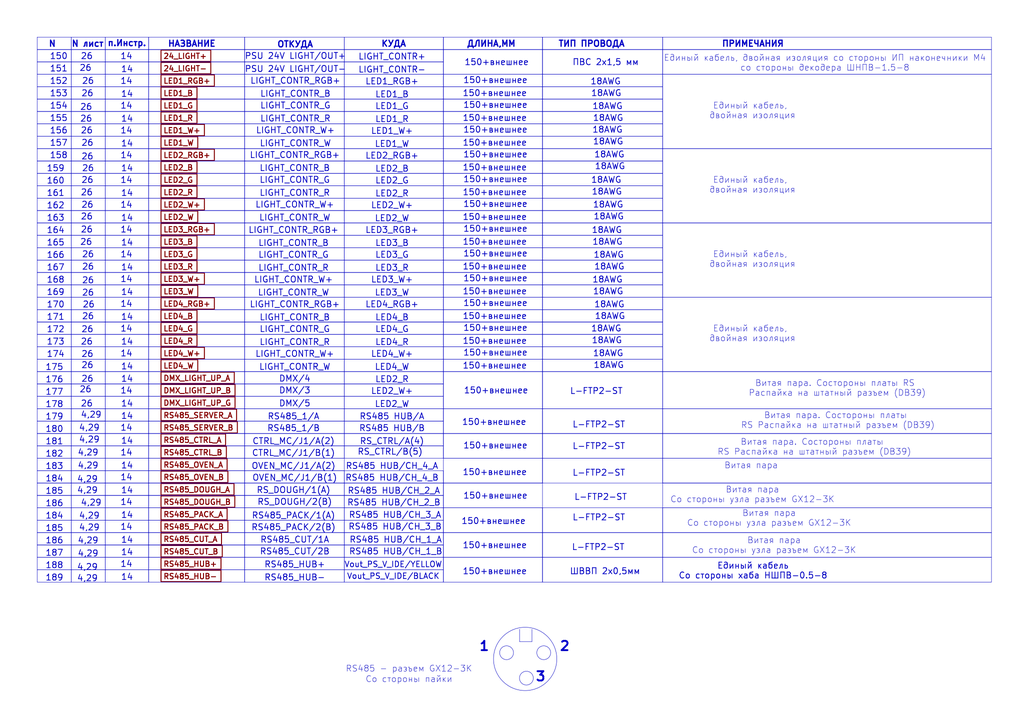
<source format=kicad_sch>
(kicad_sch
	(version 20250114)
	(generator "eeschema")
	(generator_version "9.0")
	(uuid "ef1ef31e-c397-4512-88e0-6feda4fb201d")
	(paper "A3")
	(lib_symbols)
	(rectangle
		(start 271.78 208.28)
		(end 406.654 218.44)
		(stroke
			(width 0)
			(type default)
		)
		(fill
			(type none)
		)
		(uuid 00020aa4-5802-4165-a580-31301277f9e2)
	)
	(circle
		(center 207.772 267.716)
		(radius 2.8398)
		(stroke
			(width 0)
			(type default)
		)
		(fill
			(type none)
		)
		(uuid 011b3e59-9195-4a9e-8f8e-995c7868b158)
	)
	(rectangle
		(start 181.864 91.44)
		(end 222.504 96.52)
		(stroke
			(width 0)
			(type default)
		)
		(fill
			(type none)
		)
		(uuid 0200e9e1-c7ad-4663-99b1-7676bc1f26fc)
	)
	(rectangle
		(start 15.24 137.16)
		(end 29.21 142.24)
		(stroke
			(width 0)
			(type default)
		)
		(fill
			(type none)
		)
		(uuid 0255ddcb-e315-46a6-b5f3-3b1167393c63)
	)
	(rectangle
		(start 43.18 187.96)
		(end 60.96 193.04)
		(stroke
			(width 0)
			(type default)
		)
		(fill
			(type none)
		)
		(uuid 047fb0c2-5a43-4c50-ab67-1fef3b2d6399)
	)
	(rectangle
		(start 141.224 86.36)
		(end 181.864 91.44)
		(stroke
			(width 0)
			(type default)
		)
		(fill
			(type none)
		)
		(uuid 0539fc51-5aad-4446-a498-074f53960e86)
	)
	(rectangle
		(start 100.33 20.32)
		(end 141.224 25.4)
		(stroke
			(width 0)
			(type default)
		)
		(fill
			(type none)
		)
		(uuid 05d12e1f-5083-4b9c-9fd9-d0a4473479e4)
	)
	(rectangle
		(start 29.21 55.88)
		(end 43.18 60.96)
		(stroke
			(width 0)
			(type default)
		)
		(fill
			(type none)
		)
		(uuid 07994b13-c6ef-43d5-a039-0969da3829fe)
	)
	(rectangle
		(start 43.18 55.88)
		(end 60.96 60.96)
		(stroke
			(width 0)
			(type default)
		)
		(fill
			(type none)
		)
		(uuid 07b8da62-edb2-4ccc-bcda-899ae93f228d)
	)
	(rectangle
		(start 60.96 127)
		(end 100.33 132.08)
		(stroke
			(width 0)
			(type default)
		)
		(fill
			(type none)
		)
		(uuid 07d49793-8db3-4dc0-9921-9795acddbc61)
	)
	(rectangle
		(start 15.24 106.68)
		(end 29.21 111.76)
		(stroke
			(width 0)
			(type default)
		)
		(fill
			(type none)
		)
		(uuid 07fe6b73-10cc-48f2-9ee9-4a5581b7b798)
	)
	(rectangle
		(start 141.224 81.28)
		(end 181.864 86.36)
		(stroke
			(width 0)
			(type default)
		)
		(fill
			(type none)
		)
		(uuid 08521f2f-a7cd-4426-b8d8-001675906e67)
	)
	(rectangle
		(start 141.224 167.64)
		(end 181.864 172.72)
		(stroke
			(width 0)
			(type default)
		)
		(fill
			(type none)
		)
		(uuid 0940a632-081c-4b0c-9216-3c554aac938d)
	)
	(rectangle
		(start 60.96 157.48)
		(end 100.33 162.56)
		(stroke
			(width 0)
			(type default)
		)
		(fill
			(type none)
		)
		(uuid 09c29861-f792-410f-a2f4-3d94124e4ebf)
	)
	(rectangle
		(start 141.224 71.12)
		(end 181.864 76.2)
		(stroke
			(width 0)
			(type default)
		)
		(fill
			(type none)
		)
		(uuid 0a484e66-6ee5-4f62-9872-f5f450d54c86)
	)
	(rectangle
		(start 29.21 35.56)
		(end 43.18 40.64)
		(stroke
			(width 0)
			(type default)
		)
		(fill
			(type none)
		)
		(uuid 0a5fc31b-06bb-4392-a191-f59d4ad9a36d)
	)
	(rectangle
		(start 100.33 121.92)
		(end 141.224 127)
		(stroke
			(width 0)
			(type default)
		)
		(fill
			(type none)
		)
		(uuid 0a9e0394-98f9-4732-9bad-8514050eebab)
	)
	(rectangle
		(start 141.224 137.16)
		(end 181.864 142.24)
		(stroke
			(width 0)
			(type default)
		)
		(fill
			(type none)
		)
		(uuid 0aa10edd-7425-4e0e-84c9-7853bf176208)
	)
	(rectangle
		(start 43.18 177.8)
		(end 60.96 182.88)
		(stroke
			(width 0)
			(type default)
		)
		(fill
			(type none)
		)
		(uuid 0aa20ffd-f028-4e1a-a001-47239b64118a)
	)
	(rectangle
		(start 29.21 25.4)
		(end 43.18 30.48)
		(stroke
			(width 0)
			(type default)
		)
		(fill
			(type none)
		)
		(uuid 0ad94c2b-1778-42fb-b18e-bc286222c93c)
	)
	(rectangle
		(start 43.18 172.72)
		(end 60.96 177.8)
		(stroke
			(width 0)
			(type default)
		)
		(fill
			(type none)
		)
		(uuid 0bbddebb-8e26-4d96-8ea1-d25a065c81f2)
	)
	(rectangle
		(start 141.224 45.72)
		(end 181.864 50.8)
		(stroke
			(width 0)
			(type default)
		)
		(fill
			(type none)
		)
		(uuid 0bec5930-4640-4cf9-b0fa-67d3059ea144)
	)
	(rectangle
		(start 43.18 142.24)
		(end 60.96 147.32)
		(stroke
			(width 0)
			(type default)
		)
		(fill
			(type none)
		)
		(uuid 0c3edf37-f591-4700-96a1-70611a3f9ec7)
	)
	(rectangle
		(start 43.18 50.8)
		(end 60.96 55.88)
		(stroke
			(width 0)
			(type default)
		)
		(fill
			(type none)
		)
		(uuid 0c777399-2bf2-49b1-aabd-b2022f11e2e4)
	)
	(rectangle
		(start 60.96 172.72)
		(end 100.33 177.8)
		(stroke
			(width 0)
			(type default)
		)
		(fill
			(type none)
		)
		(uuid 0c942723-571c-4bfb-82de-cdc802923a4e)
	)
	(rectangle
		(start 29.21 157.48)
		(end 43.18 162.56)
		(stroke
			(width 0)
			(type default)
		)
		(fill
			(type none)
		)
		(uuid 0cf87efd-4f79-482f-bfb5-27b106c1277a)
	)
	(rectangle
		(start 29.21 177.8)
		(end 43.18 182.88)
		(stroke
			(width 0)
			(type default)
		)
		(fill
			(type none)
		)
		(uuid 0e7cae1a-3b22-453e-8b2b-696e9d0b0f32)
	)
	(rectangle
		(start 60.96 213.36)
		(end 100.33 218.44)
		(stroke
			(width 0)
			(type default)
		)
		(fill
			(type none)
		)
		(uuid 0ef29b2b-b9a1-4b9a-a70a-fbdb178223ab)
	)
	(rectangle
		(start 60.96 101.6)
		(end 100.33 106.68)
		(stroke
			(width 0)
			(type default)
		)
		(fill
			(type none)
		)
		(uuid 0ef84296-a3c7-4389-97d5-7ebbf40566d3)
	)
	(rectangle
		(start 15.24 193.04)
		(end 29.21 198.12)
		(stroke
			(width 0)
			(type default)
		)
		(fill
			(type none)
		)
		(uuid 0f509c2b-0a3f-43c3-87dc-cfd45e2fae99)
	)
	(rectangle
		(start 43.18 127)
		(end 60.96 132.08)
		(stroke
			(width 0)
			(type default)
		)
		(fill
			(type none)
		)
		(uuid 0f55c30c-08ec-47c0-ae8c-0ea5cb36d9ac)
	)
	(rectangle
		(start 43.18 223.52)
		(end 60.96 228.6)
		(stroke
			(width 0)
			(type default)
		)
		(fill
			(type none)
		)
		(uuid 0f61d42c-17c5-4738-b2f2-fb5dad335b5c)
	)
	(rectangle
		(start 100.33 40.64)
		(end 141.224 45.72)
		(stroke
			(width 0)
			(type default)
		)
		(fill
			(type none)
		)
		(uuid 10c5567d-1a27-4a4f-a261-02bf0f9c853c)
	)
	(rectangle
		(start 141.224 106.68)
		(end 181.864 111.76)
		(stroke
			(width 0)
			(type default)
		)
		(fill
			(type none)
		)
		(uuid 13813bf3-da22-4bdf-8713-14fd052aac30)
	)
	(rectangle
		(start 181.864 198.12)
		(end 222.504 208.28)
		(stroke
			(width 0)
			(type default)
		)
		(fill
			(type none)
		)
		(uuid 148306ad-df3b-46ae-8265-1890a7bb6c5f)
	)
	(rectangle
		(start 29.21 187.96)
		(end 43.18 193.04)
		(stroke
			(width 0)
			(type default)
		)
		(fill
			(type none)
		)
		(uuid 14b585be-eaf6-4240-86d2-f9081db56415)
	)
	(rectangle
		(start 29.21 182.88)
		(end 43.18 187.96)
		(stroke
			(width 0)
			(type default)
		)
		(fill
			(type none)
		)
		(uuid 150d5dd9-2f45-4d4e-b880-f3853bb5d618)
	)
	(rectangle
		(start 29.21 127)
		(end 43.18 132.08)
		(stroke
			(width 0)
			(type default)
		)
		(fill
			(type none)
		)
		(uuid 15b68f37-27ca-43b5-ba5f-14569a5dbb3e)
	)
	(rectangle
		(start 181.864 142.24)
		(end 222.504 147.32)
		(stroke
			(width 0)
			(type default)
		)
		(fill
			(type none)
		)
		(uuid 1778ff5a-300c-4560-9d89-6a86b6c549df)
	)
	(rectangle
		(start 15.24 91.44)
		(end 29.21 96.52)
		(stroke
			(width 0)
			(type default)
		)
		(fill
			(type none)
		)
		(uuid 1a804c70-ee59-46c9-997f-cc6095679230)
	)
	(rectangle
		(start 15.24 96.52)
		(end 29.21 101.6)
		(stroke
			(width 0)
			(type default)
		)
		(fill
			(type none)
		)
		(uuid 1baa9729-e1fe-4d47-b8c5-8ed0e9dc6c1f)
	)
	(rectangle
		(start 60.96 187.96)
		(end 100.33 193.04)
		(stroke
			(width 0)
			(type default)
		)
		(fill
			(type none)
		)
		(uuid 1cdcbd0f-4dd2-4a9a-9ce0-8bd2eaeeb66e)
	)
	(rectangle
		(start 181.864 111.76)
		(end 222.504 116.84)
		(stroke
			(width 0)
			(type default)
		)
		(fill
			(type none)
		)
		(uuid 1d7b8417-0a16-4f0a-b622-eb9b668091c2)
	)
	(rectangle
		(start 29.21 167.64)
		(end 43.18 172.72)
		(stroke
			(width 0)
			(type default)
		)
		(fill
			(type none)
		)
		(uuid 1db5daa0-e9f9-499e-9496-8675b8399eda)
	)
	(rectangle
		(start 271.78 177.8)
		(end 406.654 187.96)
		(stroke
			(width 0)
			(type default)
		)
		(fill
			(type none)
		)
		(uuid 1e865c77-ffe0-4265-b52e-c3f6cf19e20f)
	)
	(rectangle
		(start 100.33 116.84)
		(end 141.224 121.92)
		(stroke
			(width 0)
			(type default)
		)
		(fill
			(type none)
		)
		(uuid 1e97b160-3ef3-4b2b-9c65-cb811b4434f6)
	)
	(rectangle
		(start 60.96 106.68)
		(end 100.33 111.76)
		(stroke
			(width 0)
			(type default)
		)
		(fill
			(type none)
		)
		(uuid 1eb4b526-79c6-4513-90bd-46185643f34b)
	)
	(rectangle
		(start 141.224 96.52)
		(end 181.864 101.6)
		(stroke
			(width 0)
			(type default)
		)
		(fill
			(type none)
		)
		(uuid 1f5fb222-6f40-45a8-82b4-022727c72725)
	)
	(rectangle
		(start 29.21 208.28)
		(end 43.18 213.36)
		(stroke
			(width 0)
			(type default)
		)
		(fill
			(type none)
		)
		(uuid 1fd893ce-0b20-4935-869c-bee7ccaebcb8)
	)
	(rectangle
		(start 60.96 177.8)
		(end 100.33 182.88)
		(stroke
			(width 0)
			(type default)
		)
		(fill
			(type none)
		)
		(uuid 20314659-9a1e-403b-9123-3956da831e32)
	)
	(rectangle
		(start 141.224 132.08)
		(end 181.864 137.16)
		(stroke
			(width 0)
			(type default)
		)
		(fill
			(type none)
		)
		(uuid 22148cbc-2fce-40d8-b70e-634c8879f4fa)
	)
	(rectangle
		(start 100.33 167.64)
		(end 141.224 172.72)
		(stroke
			(width 0)
			(type default)
		)
		(fill
			(type none)
		)
		(uuid 223609e2-e599-4dbd-a9e7-88a0350f9025)
	)
	(rectangle
		(start 60.96 71.12)
		(end 100.33 76.2)
		(stroke
			(width 0)
			(type default)
		)
		(fill
			(type none)
		)
		(uuid 23237d7f-e849-4ef9-aff3-99734e68a7b5)
	)
	(rectangle
		(start 43.18 147.32)
		(end 60.96 152.4)
		(stroke
			(width 0)
			(type default)
		)
		(fill
			(type none)
		)
		(uuid 24a2a232-99da-42cf-8256-e46c55238ddb)
	)
	(rectangle
		(start 43.18 233.68)
		(end 60.96 238.76)
		(stroke
			(width 0)
			(type default)
		)
		(fill
			(type none)
		)
		(uuid 24a7c943-bec7-45f1-91d9-fc156a2ebb3e)
	)
	(rectangle
		(start 60.96 66.04)
		(end 100.33 71.12)
		(stroke
			(width 0)
			(type default)
		)
		(fill
			(type none)
		)
		(uuid 24b0eef2-1f60-4216-93fe-2ea2e57034b6)
	)
	(rectangle
		(start 181.864 132.08)
		(end 222.504 137.16)
		(stroke
			(width 0)
			(type default)
		)
		(fill
			(type none)
		)
		(uuid 2546657a-b35e-4cd0-8c48-dbedf02b5b01)
	)
	(rectangle
		(start 29.21 137.16)
		(end 43.18 142.24)
		(stroke
			(width 0)
			(type default)
		)
		(fill
			(type none)
		)
		(uuid 25d911a2-c0d0-4996-8e39-bb4bade08a27)
	)
	(rectangle
		(start 15.24 111.76)
		(end 29.21 116.84)
		(stroke
			(width 0)
			(type default)
		)
		(fill
			(type none)
		)
		(uuid 268453e7-ce51-48c8-8472-e169583214b9)
	)
	(rectangle
		(start 271.78 30.48)
		(end 406.654 60.96)
		(stroke
			(width 0)
			(type default)
		)
		(fill
			(type none)
		)
		(uuid 280688a1-ee7f-46b8-aa72-244fc801ee28)
	)
	(rectangle
		(start 43.18 137.16)
		(end 60.96 142.24)
		(stroke
			(width 0)
			(type default)
		)
		(fill
			(type none)
		)
		(uuid 29b89aca-4d1d-40be-992a-e3e6b1c6a061)
	)
	(rectangle
		(start 100.33 25.4)
		(end 141.224 30.48)
		(stroke
			(width 0)
			(type default)
		)
		(fill
			(type none)
		)
		(uuid 2b946b62-94b3-4687-a8e8-df325042d83f)
	)
	(rectangle
		(start 100.33 172.72)
		(end 141.224 177.8)
		(stroke
			(width 0)
			(type default)
		)
		(fill
			(type none)
		)
		(uuid 2bb5c2cc-3605-41eb-b1b4-777925809cf0)
	)
	(rectangle
		(start 15.24 71.12)
		(end 29.21 76.2)
		(stroke
			(width 0)
			(type default)
		)
		(fill
			(type none)
		)
		(uuid 2cbd3d0a-2b0e-4f21-b4e9-71d8ce9ed132)
	)
	(rectangle
		(start 60.96 81.28)
		(end 100.33 86.36)
		(stroke
			(width 0)
			(type default)
		)
		(fill
			(type none)
		)
		(uuid 2d45f087-c435-40a1-bc86-46aab97c9590)
	)
	(rectangle
		(start 222.504 106.68)
		(end 271.78 111.76)
		(stroke
			(width 0)
			(type default)
		)
		(fill
			(type none)
		)
		(uuid 2e738410-e6a4-4f36-ba70-7dce3573c1fa)
	)
	(rectangle
		(start 100.33 81.28)
		(end 141.224 86.36)
		(stroke
			(width 0)
			(type default)
		)
		(fill
			(type none)
		)
		(uuid 2e8c0caa-0efe-43d9-9bdf-4dc22181f52f)
	)
	(rectangle
		(start 141.224 66.04)
		(end 181.864 71.12)
		(stroke
			(width 0)
			(type default)
		)
		(fill
			(type none)
		)
		(uuid 3053ab54-5c4e-408c-ada9-5990f1942386)
	)
	(rectangle
		(start 43.18 111.76)
		(end 60.96 116.84)
		(stroke
			(width 0)
			(type default)
		)
		(fill
			(type none)
		)
		(uuid 31731168-f5e1-447b-82ff-6c76a25ec419)
	)
	(rectangle
		(start 15.24 127)
		(end 29.21 132.08)
		(stroke
			(width 0)
			(type default)
		)
		(fill
			(type none)
		)
		(uuid 328d94d4-a1e0-4e1e-b68e-6cef310232d5)
	)
	(rectangle
		(start 141.224 76.2)
		(end 181.864 81.28)
		(stroke
			(width 0)
			(type default)
		)
		(fill
			(type none)
		)
		(uuid 32c78a09-b7fb-4039-9d29-d31039198fd8)
	)
	(rectangle
		(start 181.864 86.36)
		(end 222.504 91.44)
		(stroke
			(width 0)
			(type default)
		)
		(fill
			(type none)
		)
		(uuid 346e6517-6db4-48f0-9b6d-14fbed021053)
	)
	(rectangle
		(start 15.24 60.96)
		(end 29.21 66.04)
		(stroke
			(width 0)
			(type default)
		)
		(fill
			(type none)
		)
		(uuid 34e6bd7d-bad6-4251-8e64-e851fb6715c6)
	)
	(rectangle
		(start 43.18 25.4)
		(end 60.96 30.48)
		(stroke
			(width 0)
			(type default)
		)
		(fill
			(type none)
		)
		(uuid 34f82f45-95cf-4957-80cd-0dd38b9cbcc4)
	)
	(rectangle
		(start 100.33 152.4)
		(end 141.224 157.48)
		(stroke
			(width 0)
			(type default)
		)
		(fill
			(type none)
		)
		(uuid 371a876e-ec5b-4513-9abd-6d3b9603f337)
	)
	(rectangle
		(start 43.18 116.84)
		(end 60.96 121.92)
		(stroke
			(width 0)
			(type default)
		)
		(fill
			(type none)
		)
		(uuid 372c2b95-d27f-483b-a446-ddc83e4b28c6)
	)
	(rectangle
		(start 15.24 76.2)
		(end 29.21 81.28)
		(stroke
			(width 0)
			(type default)
		)
		(fill
			(type none)
		)
		(uuid 37770d9b-e06e-4c38-b4fb-aec69807e70a)
	)
	(rectangle
		(start 100.33 218.44)
		(end 141.224 223.52)
		(stroke
			(width 0)
			(type default)
		)
		(fill
			(type none)
		)
		(uuid 38347acd-6930-43dc-8198-22d8c3d2ce92)
	)
	(rectangle
		(start 141.224 198.12)
		(end 181.864 203.2)
		(stroke
			(width 0)
			(type default)
		)
		(fill
			(type none)
		)
		(uuid 386a043d-fb48-441e-9248-befa14e77876)
	)
	(rectangle
		(start 222.504 86.36)
		(end 271.78 91.44)
		(stroke
			(width 0)
			(type default)
		)
		(fill
			(type none)
		)
		(uuid 38a3e130-2b56-4714-9155-1c78f6b5f13d)
	)
	(rectangle
		(start 222.504 35.56)
		(end 271.78 40.64)
		(stroke
			(width 0)
			(type default)
		)
		(fill
			(type none)
		)
		(uuid 3a41823a-26db-41de-84c4-91edca728d6d)
	)
	(rectangle
		(start 29.21 81.28)
		(end 43.18 86.36)
		(stroke
			(width 0)
			(type default)
		)
		(fill
			(type none)
		)
		(uuid 3a552503-7fa4-4e78-a260-0679d3ef61be)
	)
	(rectangle
		(start 100.33 157.48)
		(end 141.224 162.56)
		(stroke
			(width 0)
			(type default)
		)
		(fill
			(type none)
		)
		(uuid 3b9646bc-27e8-4d2d-99eb-84426b9656ef)
	)
	(rectangle
		(start 181.864 15.24)
		(end 222.504 20.32)
		(stroke
			(width 0)
			(type default)
		)
		(fill
			(type none)
		)
		(uuid 3be83dbd-110a-4932-bd9e-be6ebf12c2a0)
	)
	(rectangle
		(start 222.504 152.4)
		(end 271.78 167.64)
		(stroke
			(width 0)
			(type default)
		)
		(fill
			(type none)
		)
		(uuid 3c031428-bf6b-45ef-ae3e-861d8d48842e)
	)
	(rectangle
		(start 43.18 96.52)
		(end 60.96 101.6)
		(stroke
			(width 0)
			(type default)
		)
		(fill
			(type none)
		)
		(uuid 3cdd3f6f-9400-4c5c-b4f2-89479dcacca9)
	)
	(rectangle
		(start 141.224 50.8)
		(end 181.864 55.88)
		(stroke
			(width 0)
			(type default)
		)
		(fill
			(type none)
		)
		(uuid 3d1408f9-ab67-481b-8f0c-bcc2c6e50146)
	)
	(rectangle
		(start 271.78 218.44)
		(end 406.654 228.6)
		(stroke
			(width 0)
			(type default)
		)
		(fill
			(type none)
		)
		(uuid 3ed811d2-2606-4875-bb37-a14a41f77111)
	)
	(rectangle
		(start 15.24 116.84)
		(end 29.21 121.92)
		(stroke
			(width 0)
			(type default)
		)
		(fill
			(type none)
		)
		(uuid 3f4d597d-4280-4f36-95fe-1bd2be5cf609)
	)
	(rectangle
		(start 181.864 152.4)
		(end 222.504 167.64)
		(stroke
			(width 0)
			(type default)
		)
		(fill
			(type none)
		)
		(uuid 3f5109e5-1da7-4ab5-9c02-e60eb772f8c3)
	)
	(rectangle
		(start 43.18 152.4)
		(end 60.96 157.48)
		(stroke
			(width 0)
			(type default)
		)
		(fill
			(type none)
		)
		(uuid 41b061b3-1b95-4926-bdc4-5633e1451550)
	)
	(rectangle
		(start 100.33 106.68)
		(end 141.224 111.76)
		(stroke
			(width 0)
			(type default)
		)
		(fill
			(type none)
		)
		(uuid 430eaba4-38e2-4ad3-8866-fc797b262132)
	)
	(rectangle
		(start 222.504 228.6)
		(end 271.78 238.76)
		(stroke
			(width 0)
			(type default)
		)
		(fill
			(type none)
		)
		(uuid 43c138d4-1a0f-4763-9c11-7a65e500d2f6)
	)
	(rectangle
		(start 100.33 233.68)
		(end 141.224 238.76)
		(stroke
			(width 0)
			(type default)
		)
		(fill
			(type none)
		)
		(uuid 44356707-2f29-443b-be14-d3dea49a7c07)
	)
	(rectangle
		(start 29.21 121.92)
		(end 43.18 127)
		(stroke
			(width 0)
			(type default)
		)
		(fill
			(type none)
		)
		(uuid 44692ecf-9b78-4212-a977-cd069d350fdc)
	)
	(rectangle
		(start 100.33 142.24)
		(end 141.224 147.32)
		(stroke
			(width 0)
			(type default)
		)
		(fill
			(type none)
		)
		(uuid 462638ff-ce4e-4e54-bf9e-caa791289454)
	)
	(rectangle
		(start 181.864 66.04)
		(end 222.504 71.12)
		(stroke
			(width 0)
			(type default)
		)
		(fill
			(type none)
		)
		(uuid 464b1217-3713-4739-94e9-ddeb1325033c)
	)
	(rectangle
		(start 43.18 76.2)
		(end 60.96 81.28)
		(stroke
			(width 0)
			(type default)
		)
		(fill
			(type none)
		)
		(uuid 46dd20db-4b18-4564-a4ba-bd6d956bbf9f)
	)
	(rectangle
		(start 43.18 106.68)
		(end 60.96 111.76)
		(stroke
			(width 0)
			(type default)
		)
		(fill
			(type none)
		)
		(uuid 4768fc9c-4154-4940-a0d1-b69686c8b184)
	)
	(rectangle
		(start 141.224 218.44)
		(end 181.864 223.52)
		(stroke
			(width 0)
			(type default)
		)
		(fill
			(type none)
		)
		(uuid 49342763-768c-4713-a247-4ec64fd2a8e6)
	)
	(rectangle
		(start 15.24 15.24)
		(end 29.21 20.32)
		(stroke
			(width 0)
			(type default)
		)
		(fill
			(type none)
		)
		(uuid 4b45f37c-6bbd-4d2e-8c5e-0a01c7c8f2ab)
	)
	(rectangle
		(start 29.21 223.52)
		(end 43.18 228.6)
		(stroke
			(width 0)
			(type default)
		)
		(fill
			(type none)
		)
		(uuid 4bbb2bc3-3d61-4d63-86be-dd4863d459cd)
	)
	(rectangle
		(start 43.18 157.48)
		(end 60.96 162.56)
		(stroke
			(width 0)
			(type default)
		)
		(fill
			(type none)
		)
		(uuid 4bd47916-6699-4ff7-96a3-cba73728276c)
	)
	(rectangle
		(start 271.78 228.6)
		(end 406.654 238.76)
		(stroke
			(width 0)
			(type default)
		)
		(fill
			(type none)
		)
		(uuid 4bf145e5-31b1-4930-a429-84305fc2c32c)
	)
	(rectangle
		(start 222.504 147.32)
		(end 271.78 152.4)
		(stroke
			(width 0)
			(type default)
		)
		(fill
			(type none)
		)
		(uuid 4ca93da8-caf9-408c-9ab5-109acd38503c)
	)
	(rectangle
		(start 60.96 167.64)
		(end 100.33 172.72)
		(stroke
			(width 0)
			(type default)
		)
		(fill
			(type none)
		)
		(uuid 4eede5b7-6526-4b4d-b26d-ea1ba5928b28)
	)
	(rectangle
		(start 60.96 208.28)
		(end 100.33 213.36)
		(stroke
			(width 0)
			(type default)
		)
		(fill
			(type none)
		)
		(uuid 4f3ba76c-ab1d-44b1-a8d3-21031d520268)
	)
	(rectangle
		(start 29.21 86.36)
		(end 43.18 91.44)
		(stroke
			(width 0)
			(type default)
		)
		(fill
			(type none)
		)
		(uuid 4f45d4b2-59d6-46ff-81b6-b86acb27f556)
	)
	(rectangle
		(start 15.24 162.56)
		(end 29.21 167.64)
		(stroke
			(width 0)
			(type default)
		)
		(fill
			(type none)
		)
		(uuid 4f9acbaf-653d-45d1-86d5-99a048c62aef)
	)
	(rectangle
		(start 15.24 187.96)
		(end 29.21 193.04)
		(stroke
			(width 0)
			(type default)
		)
		(fill
			(type none)
		)
		(uuid 501dd2db-356f-4e0e-b90b-b89c1ba7a644)
	)
	(rectangle
		(start 29.21 147.32)
		(end 43.18 152.4)
		(stroke
			(width 0)
			(type default)
		)
		(fill
			(type none)
		)
		(uuid 507f9acc-54dd-401f-b5de-74e41c85d777)
	)
	(rectangle
		(start 43.18 45.72)
		(end 60.96 50.8)
		(stroke
			(width 0)
			(type default)
		)
		(fill
			(type none)
		)
		(uuid 5128caab-f65b-437d-9c7f-5e774c60b616)
	)
	(circle
		(center 215.392 270.256)
		(radius 12.9764)
		(stroke
			(width 0)
			(type default)
		)
		(fill
			(type none)
		)
		(uuid 524f46f1-c1b5-441d-aa2c-8285f6ad8a6b)
	)
	(rectangle
		(start 43.18 193.04)
		(end 60.96 198.12)
		(stroke
			(width 0)
			(type default)
		)
		(fill
			(type none)
		)
		(uuid 5281b1d6-3dbe-4fb1-979b-3f4e5e96946b)
	)
	(rectangle
		(start 60.96 132.08)
		(end 100.33 137.16)
		(stroke
			(width 0)
			(type default)
		)
		(fill
			(type none)
		)
		(uuid 53168b41-45a0-42ae-96da-68896abdadd5)
	)
	(rectangle
		(start 100.33 76.2)
		(end 141.224 81.28)
		(stroke
			(width 0)
			(type default)
		)
		(fill
			(type none)
		)
		(uuid 535e7f44-f293-4cc7-a7df-e39ab09adff0)
	)
	(rectangle
		(start 29.21 101.6)
		(end 43.18 106.68)
		(stroke
			(width 0)
			(type default)
		)
		(fill
			(type none)
		)
		(uuid 5362c556-dc09-4b91-97c1-2dc00010b50f)
	)
	(rectangle
		(start 15.24 157.48)
		(end 29.21 162.56)
		(stroke
			(width 0)
			(type default)
		)
		(fill
			(type none)
		)
		(uuid 5441fbcc-430d-49a3-a808-1f56e0359abb)
	)
	(rectangle
		(start 271.78 198.12)
		(end 406.654 208.28)
		(stroke
			(width 0)
			(type default)
		)
		(fill
			(type none)
		)
		(uuid 5466c210-6a76-45ad-8546-4ca355666076)
	)
	(rectangle
		(start 60.96 60.96)
		(end 100.33 66.04)
		(stroke
			(width 0)
			(type default)
		)
		(fill
			(type none)
		)
		(uuid 5543a461-90fc-40d6-bc58-b32866bc499e)
	)
	(rectangle
		(start 60.96 20.32)
		(end 100.33 25.4)
		(stroke
			(width 0)
			(type default)
		)
		(fill
			(type none)
		)
		(uuid 56d7a72a-ac0c-4003-b210-4a8da1533c4b)
	)
	(rectangle
		(start 15.24 167.64)
		(end 29.21 172.72)
		(stroke
			(width 0)
			(type default)
		)
		(fill
			(type none)
		)
		(uuid 56e1ca27-b090-4cbb-bc95-95addb0af4a0)
	)
	(rectangle
		(start 141.224 182.88)
		(end 181.864 187.96)
		(stroke
			(width 0)
			(type default)
		)
		(fill
			(type none)
		)
		(uuid 57039f8c-2766-4915-ba84-f41194ca0274)
	)
	(rectangle
		(start 141.224 111.76)
		(end 181.864 116.84)
		(stroke
			(width 0)
			(type default)
		)
		(fill
			(type none)
		)
		(uuid 58088f42-4cdf-4ce6-98f1-93e83da7aced)
	)
	(rectangle
		(start 181.864 147.32)
		(end 222.504 152.4)
		(stroke
			(width 0)
			(type default)
		)
		(fill
			(type none)
		)
		(uuid 5a461cdd-37b4-46c9-a59c-5d11da087438)
	)
	(rectangle
		(start 60.96 162.56)
		(end 100.33 167.64)
		(stroke
			(width 0)
			(type default)
		)
		(fill
			(type none)
		)
		(uuid 5a9cdcb8-8392-4a03-9ee5-51ee137c2842)
	)
	(rectangle
		(start 100.33 193.04)
		(end 141.224 198.12)
		(stroke
			(width 0)
			(type default)
		)
		(fill
			(type none)
		)
		(uuid 5b09459a-4507-4ef7-8133-877cfdafcc3d)
	)
	(rectangle
		(start 15.24 86.36)
		(end 29.21 91.44)
		(stroke
			(width 0)
			(type default)
		)
		(fill
			(type none)
		)
		(uuid 5b3fae15-8182-4dec-a248-b1606c82f662)
	)
	(rectangle
		(start 141.224 162.56)
		(end 181.864 167.64)
		(stroke
			(width 0)
			(type default)
		)
		(fill
			(type none)
		)
		(uuid 5bafd74e-a866-49b3-8250-9919af391663)
	)
	(rectangle
		(start 222.504 40.64)
		(end 271.78 45.72)
		(stroke
			(width 0)
			(type default)
		)
		(fill
			(type none)
		)
		(uuid 5be68479-db56-483d-ac9e-2e4818a4bf5b)
	)
	(rectangle
		(start 15.24 177.8)
		(end 29.21 182.88)
		(stroke
			(width 0)
			(type default)
		)
		(fill
			(type none)
		)
		(uuid 5d6eef6d-42cb-4f28-aa28-0dc8a936c319)
	)
	(rectangle
		(start 60.96 198.12)
		(end 100.33 203.2)
		(stroke
			(width 0)
			(type default)
		)
		(fill
			(type none)
		)
		(uuid 5d71f21a-597d-410d-bad8-4e62081402a7)
	)
	(rectangle
		(start 181.864 167.64)
		(end 222.504 177.8)
		(stroke
			(width 0)
			(type default)
		)
		(fill
			(type none)
		)
		(uuid 5e10434f-6a4b-48a0-b3d8-83cd48aee328)
	)
	(rectangle
		(start 15.24 30.48)
		(end 29.21 35.56)
		(stroke
			(width 0)
			(type default)
		)
		(fill
			(type none)
		)
		(uuid 5eba7d52-5693-439e-9ea5-d61c823f0e34)
	)
	(rectangle
		(start 222.504 30.48)
		(end 271.78 35.56)
		(stroke
			(width 0)
			(type default)
		)
		(fill
			(type none)
		)
		(uuid 5fe8984a-a009-4c55-b97c-11bfddf1ee19)
	)
	(rectangle
		(start 43.18 182.88)
		(end 60.96 187.96)
		(stroke
			(width 0)
			(type default)
		)
		(fill
			(type none)
		)
		(uuid 610f6dfa-6add-43c4-916c-f75b94648862)
	)
	(rectangle
		(start 100.33 127)
		(end 141.224 132.08)
		(stroke
			(width 0)
			(type default)
		)
		(fill
			(type none)
		)
		(uuid 6384c636-106e-4763-8381-dcacd828021e)
	)
	(rectangle
		(start 29.21 45.72)
		(end 43.18 50.8)
		(stroke
			(width 0)
			(type default)
		)
		(fill
			(type none)
		)
		(uuid 643b0ae4-c532-4aa6-9af3-b9e0431d138a)
	)
	(rectangle
		(start 181.864 127)
		(end 222.504 132.08)
		(stroke
			(width 0)
			(type default)
		)
		(fill
			(type none)
		)
		(uuid 646a6671-3cd7-4477-820f-076b26f94578)
	)
	(rectangle
		(start 141.224 60.96)
		(end 181.864 66.04)
		(stroke
			(width 0)
			(type default)
		)
		(fill
			(type none)
		)
		(uuid 67405730-4474-4125-9ae2-3cc709e68318)
	)
	(rectangle
		(start 29.21 218.44)
		(end 43.18 223.52)
		(stroke
			(width 0)
			(type default)
		)
		(fill
			(type none)
		)
		(uuid 677cce36-5533-4bd5-8b25-78179d6c0fb5)
	)
	(rectangle
		(start 15.24 198.12)
		(end 29.21 203.2)
		(stroke
			(width 0)
			(type default)
		)
		(fill
			(type none)
		)
		(uuid 67898f4f-9864-4b64-a22f-87410ae5ea6b)
	)
	(rectangle
		(start 15.24 142.24)
		(end 29.21 147.32)
		(stroke
			(width 0)
			(type default)
		)
		(fill
			(type none)
		)
		(uuid 69ca42c9-8a70-436f-b934-30c130bd52b4)
	)
	(rectangle
		(start 100.33 35.56)
		(end 141.224 40.64)
		(stroke
			(width 0)
			(type default)
		)
		(fill
			(type none)
		)
		(uuid 6a2ac837-5d76-4a81-be3c-bce7f8776db7)
	)
	(rectangle
		(start 29.21 111.76)
		(end 43.18 116.84)
		(stroke
			(width 0)
			(type default)
		)
		(fill
			(type none)
		)
		(uuid 6b5b8866-3436-4b2e-b2a8-abac1a7a71f2)
	)
	(rectangle
		(start 100.33 213.36)
		(end 141.224 218.44)
		(stroke
			(width 0)
			(type default)
		)
		(fill
			(type none)
		)
		(uuid 6b98aba8-901b-408c-a0e1-03a649e5ac2a)
	)
	(rectangle
		(start 15.24 45.72)
		(end 29.21 50.8)
		(stroke
			(width 0)
			(type default)
		)
		(fill
			(type none)
		)
		(uuid 6be7fa3f-e4eb-48e9-bad8-5e4e8fbdee6c)
	)
	(rectangle
		(start 141.224 172.72)
		(end 181.864 177.8)
		(stroke
			(width 0)
			(type default)
		)
		(fill
			(type none)
		)
		(uuid 6cf4e47a-1fb4-454d-b71b-ffcae7ff541a)
	)
	(rectangle
		(start 43.18 71.12)
		(end 60.96 76.2)
		(stroke
			(width 0)
			(type default)
		)
		(fill
			(type none)
		)
		(uuid 6d718e28-a20b-49ee-90ad-3e684d2de6b1)
	)
	(rectangle
		(start 60.96 152.4)
		(end 100.33 157.48)
		(stroke
			(width 0)
			(type default)
		)
		(fill
			(type none)
		)
		(uuid 6e6d2b1e-9954-4aa3-a4f4-4efdeef87199)
	)
	(rectangle
		(start 15.24 228.6)
		(end 29.21 233.68)
		(stroke
			(width 0)
			(type default)
		)
		(fill
			(type none)
		)
		(uuid 6f5c2f67-f220-4041-ac18-dda2e704daaa)
	)
	(rectangle
		(start 100.33 45.72)
		(end 141.224 50.8)
		(stroke
			(width 0)
			(type default)
		)
		(fill
			(type none)
		)
		(uuid 702f099e-0cc2-4e10-aac3-74d73faeb5db)
	)
	(rectangle
		(start 271.78 167.64)
		(end 406.654 177.8)
		(stroke
			(width 0)
			(type default)
		)
		(fill
			(type none)
		)
		(uuid 70534ea3-f52a-4608-b9ea-5775c6cb5057)
	)
	(rectangle
		(start 181.864 45.72)
		(end 222.504 50.8)
		(stroke
			(width 0)
			(type default)
		)
		(fill
			(type none)
		)
		(uuid 70bba4bf-8f21-4f60-8765-bb5b37031efc)
	)
	(rectangle
		(start 181.864 60.96)
		(end 222.504 66.04)
		(stroke
			(width 0)
			(type default)
		)
		(fill
			(type none)
		)
		(uuid 70cf51d1-f48c-4ca4-819c-4f7910fd4f66)
	)
	(rectangle
		(start 100.33 177.8)
		(end 141.224 182.88)
		(stroke
			(width 0)
			(type default)
		)
		(fill
			(type none)
		)
		(uuid 71f13c0b-3808-4b9c-a813-83c5a65cfddd)
	)
	(rectangle
		(start 141.224 20.32)
		(end 181.864 25.4)
		(stroke
			(width 0)
			(type default)
		)
		(fill
			(type none)
		)
		(uuid 72a3cd03-64e6-448e-9bd6-a73db69b5aae)
	)
	(rectangle
		(start 15.24 233.68)
		(end 29.21 238.76)
		(stroke
			(width 0)
			(type default)
		)
		(fill
			(type none)
		)
		(uuid 73465076-dbf7-47eb-a4ca-8fa36b00f3fb)
	)
	(rectangle
		(start 141.224 35.56)
		(end 181.864 40.64)
		(stroke
			(width 0)
			(type default)
		)
		(fill
			(type none)
		)
		(uuid 73bc5554-9fcf-419e-a3b9-cd9748bbc8ed)
	)
	(rectangle
		(start 181.864 177.8)
		(end 222.504 187.96)
		(stroke
			(width 0)
			(type default)
		)
		(fill
			(type none)
		)
		(uuid 7414b479-0718-4890-a55b-43b77c4b7afe)
	)
	(rectangle
		(start 15.24 81.28)
		(end 29.21 86.36)
		(stroke
			(width 0)
			(type default)
		)
		(fill
			(type none)
		)
		(uuid 743e7911-482f-4e3d-bc0c-a7ccab785c3e)
	)
	(rectangle
		(start 181.864 208.28)
		(end 222.504 218.44)
		(stroke
			(width 0)
			(type default)
		)
		(fill
			(type none)
		)
		(uuid 75009cbd-4770-4065-a46c-62e0ff6f6b3d)
	)
	(rectangle
		(start 43.18 20.32)
		(end 60.96 25.4)
		(stroke
			(width 0)
			(type default)
		)
		(fill
			(type none)
		)
		(uuid 753e7681-9c58-4c7d-8c78-ed8b773134ba)
	)
	(rectangle
		(start 29.21 40.64)
		(end 43.18 45.72)
		(stroke
			(width 0)
			(type default)
		)
		(fill
			(type none)
		)
		(uuid 76713b90-b4c6-4844-bd78-8125c856b4b6)
	)
	(rectangle
		(start 29.21 91.44)
		(end 43.18 96.52)
		(stroke
			(width 0)
			(type default)
		)
		(fill
			(type none)
		)
		(uuid 77354a1c-fefc-4c35-ba30-17fd0d951bc2)
	)
	(rectangle
		(start 271.78 20.32)
		(end 406.654 30.48)
		(stroke
			(width 0)
			(type default)
		)
		(fill
			(type none)
		)
		(uuid 77d7adad-c1c5-4b57-8b65-28375f2be7c9)
	)
	(rectangle
		(start 43.18 91.44)
		(end 60.96 96.52)
		(stroke
			(width 0)
			(type default)
		)
		(fill
			(type none)
		)
		(uuid 77dfd9cd-51c4-424b-9c91-aeaafe2d360a)
	)
	(rectangle
		(start 100.33 60.96)
		(end 141.224 66.04)
		(stroke
			(width 0)
			(type default)
		)
		(fill
			(type none)
		)
		(uuid 77e5519b-66dd-41d9-92b9-74feade25ca6)
	)
	(rectangle
		(start 29.21 20.32)
		(end 43.18 25.4)
		(stroke
			(width 0)
			(type default)
		)
		(fill
			(type none)
		)
		(uuid 786acd2f-1f0a-4ebc-b4c6-3b60a6f5b9ef)
	)
	(rectangle
		(start 271.78 60.96)
		(end 406.654 91.44)
		(stroke
			(width 0)
			(type default)
		)
		(fill
			(type none)
		)
		(uuid 78ea6473-4e64-455a-8606-32c1a83ff6d4)
	)
	(rectangle
		(start 60.96 137.16)
		(end 100.33 142.24)
		(stroke
			(width 0)
			(type default)
		)
		(fill
			(type none)
		)
		(uuid 7950f0a2-bee2-430f-a077-94d11c804a3a)
	)
	(rectangle
		(start 222.504 208.28)
		(end 271.78 218.44)
		(stroke
			(width 0)
			(type default)
		)
		(fill
			(type none)
		)
		(uuid 7c23748e-21dd-4d3b-8408-c10c2df9511d)
	)
	(rectangle
		(start 43.18 86.36)
		(end 60.96 91.44)
		(stroke
			(width 0)
			(type default)
		)
		(fill
			(type none)
		)
		(uuid 7d6a76a0-844b-44c1-8238-7daeb24cbdc9)
	)
	(rectangle
		(start 29.21 228.6)
		(end 43.18 233.68)
		(stroke
			(width 0)
			(type default)
		)
		(fill
			(type none)
		)
		(uuid 7e1cd168-3986-415b-8e60-4151aa4a6ca2)
	)
	(rectangle
		(start 60.96 142.24)
		(end 100.33 147.32)
		(stroke
			(width 0)
			(type default)
		)
		(fill
			(type none)
		)
		(uuid 8050a6a8-cc83-4527-bb0c-7a3ef6d09f00)
	)
	(rectangle
		(start 60.96 111.76)
		(end 100.33 116.84)
		(stroke
			(width 0)
			(type default)
		)
		(fill
			(type none)
		)
		(uuid 80622470-688e-4005-86d0-97f5f1abb924)
	)
	(rectangle
		(start 181.864 40.64)
		(end 222.504 45.72)
		(stroke
			(width 0)
			(type default)
		)
		(fill
			(type none)
		)
		(uuid 81646a44-73f4-45ab-b0d3-76063cbfeb08)
	)
	(rectangle
		(start 60.96 218.44)
		(end 100.33 223.52)
		(stroke
			(width 0)
			(type default)
		)
		(fill
			(type none)
		)
		(uuid 822d29b0-9921-47b2-a1fc-9f5fba5f8282)
	)
	(circle
		(center 223.012 267.716)
		(radius 2.8398)
		(stroke
			(width 0)
			(type default)
		)
		(fill
			(type none)
		)
		(uuid 8308f001-a07d-4d02-a9e0-68856d93078b)
	)
	(rectangle
		(start 222.504 50.8)
		(end 271.78 55.88)
		(stroke
			(width 0)
			(type default)
		)
		(fill
			(type none)
		)
		(uuid 867b3371-6e66-40ce-af56-1fe53c3b52d5)
	)
	(rectangle
		(start 43.18 167.64)
		(end 60.96 172.72)
		(stroke
			(width 0)
			(type default)
		)
		(fill
			(type none)
		)
		(uuid 86d4c1f6-320a-41b2-a947-af5ba24dd1f2)
	)
	(rectangle
		(start 181.864 106.68)
		(end 222.504 111.76)
		(stroke
			(width 0)
			(type default)
		)
		(fill
			(type none)
		)
		(uuid 86d94c78-c267-43fa-b68b-097359a37115)
	)
	(rectangle
		(start 43.18 218.44)
		(end 60.96 223.52)
		(stroke
			(width 0)
			(type default)
		)
		(fill
			(type none)
		)
		(uuid 87123c1d-650a-4d72-8c02-6a254b2c54a3)
	)
	(rectangle
		(start 222.504 167.64)
		(end 271.78 177.8)
		(stroke
			(width 0)
			(type default)
		)
		(fill
			(type none)
		)
		(uuid 871a51ce-e410-4e19-921d-6605d2d274e4)
	)
	(rectangle
		(start 29.21 172.72)
		(end 43.18 177.8)
		(stroke
			(width 0)
			(type default)
		)
		(fill
			(type none)
		)
		(uuid 8b029837-df7a-4240-aa0a-56b0819a3f75)
	)
	(rectangle
		(start 222.504 116.84)
		(end 271.78 121.92)
		(stroke
			(width 0)
			(type default)
		)
		(fill
			(type none)
		)
		(uuid 8b2636c6-6a42-41d6-aa45-1d89e9919a6f)
	)
	(rectangle
		(start 29.21 106.68)
		(end 43.18 111.76)
		(stroke
			(width 0)
			(type default)
		)
		(fill
			(type none)
		)
		(uuid 8c3ed590-0e90-4eb3-8757-26ceeadf23e6)
	)
	(rectangle
		(start 100.33 111.76)
		(end 141.224 116.84)
		(stroke
			(width 0)
			(type default)
		)
		(fill
			(type none)
		)
		(uuid 8c43440e-e5b1-4f20-a32e-88f2e386516a)
	)
	(rectangle
		(start 222.504 45.72)
		(end 271.78 50.8)
		(stroke
			(width 0)
			(type default)
		)
		(fill
			(type none)
		)
		(uuid 8c7313cd-d818-424b-8ac5-728378b92326)
	)
	(rectangle
		(start 181.864 20.32)
		(end 222.504 30.48)
		(stroke
			(width 0)
			(type default)
		)
		(fill
			(type none)
		)
		(uuid 8d391952-6b7c-4b77-b83c-98ea248b4bf4)
	)
	(rectangle
		(start 15.24 213.36)
		(end 29.21 218.44)
		(stroke
			(width 0)
			(type default)
		)
		(fill
			(type none)
		)
		(uuid 8dbd79ab-f830-418e-b1a6-42096b11fa50)
	)
	(rectangle
		(start 43.18 30.48)
		(end 60.96 35.56)
		(stroke
			(width 0)
			(type default)
		)
		(fill
			(type none)
		)
		(uuid 8ea870af-3766-4bdf-9421-ab2a21a139c9)
	)
	(rectangle
		(start 60.96 15.24)
		(end 100.33 20.32)
		(stroke
			(width 0)
			(type default)
		)
		(fill
			(type none)
		)
		(uuid 8f6ac17c-4d21-4eab-ad79-41ca08dca35e)
	)
	(rectangle
		(start 43.18 101.6)
		(end 60.96 106.68)
		(stroke
			(width 0)
			(type default)
		)
		(fill
			(type none)
		)
		(uuid 90bb8552-d328-45bd-9c22-f4a0fa1a32bf)
	)
	(rectangle
		(start 43.18 198.12)
		(end 60.96 203.2)
		(stroke
			(width 0)
			(type default)
		)
		(fill
			(type none)
		)
		(uuid 923c4aa7-6b5e-4eb9-91b3-9ebe4e00244a)
	)
	(rectangle
		(start 100.33 86.36)
		(end 141.224 91.44)
		(stroke
			(width 0)
			(type default)
		)
		(fill
			(type none)
		)
		(uuid 925db45b-4614-4662-8e44-a56e3f16a86b)
	)
	(rectangle
		(start 43.18 228.6)
		(end 60.96 233.68)
		(stroke
			(width 0)
			(type default)
		)
		(fill
			(type none)
		)
		(uuid 92c67830-8a00-416e-b6f5-1019570989f4)
	)
	(rectangle
		(start 141.224 193.04)
		(end 181.864 198.12)
		(stroke
			(width 0)
			(type default)
		)
		(fill
			(type none)
		)
		(uuid 92d46e3d-d70c-478b-b2c3-588610003f4e)
	)
	(rectangle
		(start 29.21 152.4)
		(end 43.18 157.48)
		(stroke
			(width 0)
			(type default)
		)
		(fill
			(type none)
		)
		(uuid 930c66d5-a52d-4320-8d62-a701a865e27b)
	)
	(rectangle
		(start 60.96 223.52)
		(end 100.33 228.6)
		(stroke
			(width 0)
			(type default)
		)
		(fill
			(type none)
		)
		(uuid 933fb34d-4111-4eb7-8ec5-2fde2a3f40fe)
	)
	(rectangle
		(start 60.96 96.52)
		(end 100.33 101.6)
		(stroke
			(width 0)
			(type default)
		)
		(fill
			(type none)
		)
		(uuid 95637c06-5579-4618-8ae9-0ad05f8a16df)
	)
	(rectangle
		(start 181.864 96.52)
		(end 222.504 101.6)
		(stroke
			(width 0)
			(type default)
		)
		(fill
			(type none)
		)
		(uuid 9580102b-b5a7-44e8-8064-2c603cab17c5)
	)
	(rectangle
		(start 29.21 116.84)
		(end 43.18 121.92)
		(stroke
			(width 0)
			(type default)
		)
		(fill
			(type none)
		)
		(uuid 962ecfc1-dc14-44c4-a01c-3e66a76bd849)
	)
	(rectangle
		(start 100.33 55.88)
		(end 141.224 60.96)
		(stroke
			(width 0)
			(type default)
		)
		(fill
			(type none)
		)
		(uuid 966ba099-a45d-4a85-859e-ab044de98017)
	)
	(rectangle
		(start 100.33 147.32)
		(end 141.224 152.4)
		(stroke
			(width 0)
			(type default)
		)
		(fill
			(type none)
		)
		(uuid 98b73246-ed52-49f9-ac62-f9c446cee813)
	)
	(rectangle
		(start 15.24 66.04)
		(end 29.21 71.12)
		(stroke
			(width 0)
			(type default)
		)
		(fill
			(type none)
		)
		(uuid 99053e85-af04-47f5-8013-99563176dea6)
	)
	(rectangle
		(start 43.18 66.04)
		(end 60.96 71.12)
		(stroke
			(width 0)
			(type default)
		)
		(fill
			(type none)
		)
		(uuid 9a0e8630-97eb-48ef-9baa-f8bb6ad53f99)
	)
	(rectangle
		(start 181.864 121.92)
		(end 222.504 127)
		(stroke
			(width 0)
			(type default)
		)
		(fill
			(type none)
		)
		(uuid 9a300151-e721-4425-9442-d787c1710722)
	)
	(rectangle
		(start 15.24 40.64)
		(end 29.21 45.72)
		(stroke
			(width 0)
			(type default)
		)
		(fill
			(type none)
		)
		(uuid 9a6c84d4-3b94-4106-b60f-61f93a1bf6d5)
	)
	(rectangle
		(start 222.504 81.28)
		(end 271.78 86.36)
		(stroke
			(width 0)
			(type default)
		)
		(fill
			(type none)
		)
		(uuid 9b61a051-9aaf-450e-a599-61f7ab4f0f25)
	)
	(rectangle
		(start 141.224 25.4)
		(end 181.864 30.48)
		(stroke
			(width 0)
			(type default)
		)
		(fill
			(type none)
		)
		(uuid 9bc39c5c-9546-4ba1-a09a-3ab1146c08e5)
	)
	(rectangle
		(start 181.864 71.12)
		(end 222.504 76.2)
		(stroke
			(width 0)
			(type default)
		)
		(fill
			(type none)
		)
		(uuid 9c4edf72-6f5c-4bf8-8075-636a14d7650b)
	)
	(rectangle
		(start 29.21 76.2)
		(end 43.18 81.28)
		(stroke
			(width 0)
			(type default)
		)
		(fill
			(type none)
		)
		(uuid 9cbd009f-6890-4333-ad22-9d47844891c8)
	)
	(rectangle
		(start 15.24 50.8)
		(end 29.21 55.88)
		(stroke
			(width 0)
			(type default)
		)
		(fill
			(type none)
		)
		(uuid 9f23ddbf-7505-4283-97af-3a27cd9e0805)
	)
	(rectangle
		(start 15.24 172.72)
		(end 29.21 177.8)
		(stroke
			(width 0)
			(type default)
		)
		(fill
			(type none)
		)
		(uuid 9fc53681-528d-4cff-bbb9-63a889ed5ff9)
	)
	(rectangle
		(start 29.21 203.2)
		(end 43.18 208.28)
		(stroke
			(width 0)
			(type default)
		)
		(fill
			(type none)
		)
		(uuid 9fe26650-a040-41e0-92e1-c5530f2ab593)
	)
	(rectangle
		(start 222.504 76.2)
		(end 271.78 81.28)
		(stroke
			(width 0)
			(type default)
		)
		(fill
			(type none)
		)
		(uuid a04b3e72-fdfd-4f91-af90-e9ca97214466)
	)
	(rectangle
		(start 43.18 208.28)
		(end 60.96 213.36)
		(stroke
			(width 0)
			(type default)
		)
		(fill
			(type none)
		)
		(uuid a06e97d2-2aa6-449a-ab92-5a88407cfdf3)
	)
	(rectangle
		(start 100.33 132.08)
		(end 141.224 137.16)
		(stroke
			(width 0)
			(type default)
		)
		(fill
			(type none)
		)
		(uuid a0d6782b-c0cb-40df-85bf-df7e26aedc1f)
	)
	(rectangle
		(start 43.18 203.2)
		(end 60.96 208.28)
		(stroke
			(width 0)
			(type default)
		)
		(fill
			(type none)
		)
		(uuid a28566de-81ca-49ec-a3d4-912f71375bea)
	)
	(rectangle
		(start 141.224 127)
		(end 181.864 132.08)
		(stroke
			(width 0)
			(type default)
		)
		(fill
			(type none)
		)
		(uuid a2d64645-a828-405b-b461-e4ec1204944a)
	)
	(rectangle
		(start 43.18 162.56)
		(end 60.96 167.64)
		(stroke
			(width 0)
			(type default)
		)
		(fill
			(type none)
		)
		(uuid a2f83cb7-b7d1-4181-b7b6-8cc4ba9704d0)
	)
	(rectangle
		(start 43.18 213.36)
		(end 60.96 218.44)
		(stroke
			(width 0)
			(type default)
		)
		(fill
			(type none)
		)
		(uuid a33fe2f0-177b-41a3-a86e-efad168d1c1c)
	)
	(rectangle
		(start 100.33 91.44)
		(end 141.224 96.52)
		(stroke
			(width 0)
			(type default)
		)
		(fill
			(type none)
		)
		(uuid a3dde743-825e-436e-9208-baaba84ace25)
	)
	(rectangle
		(start 15.24 182.88)
		(end 29.21 187.96)
		(stroke
			(width 0)
			(type default)
		)
		(fill
			(type none)
		)
		(uuid a405e436-503e-465f-9979-15057c17a0db)
	)
	(rectangle
		(start 181.864 116.84)
		(end 222.504 121.92)
		(stroke
			(width 0)
			(type default)
		)
		(fill
			(type none)
		)
		(uuid a44f2ce0-f024-4ba4-b4c0-161bd4c53a8c)
	)
	(rectangle
		(start 100.33 187.96)
		(end 141.224 193.04)
		(stroke
			(width 0)
			(type default)
		)
		(fill
			(type none)
		)
		(uuid a47b5a7f-b6a9-4614-88b6-fa986e8f7b49)
	)
	(rectangle
		(start 222.504 66.04)
		(end 271.78 71.12)
		(stroke
			(width 0)
			(type default)
		)
		(fill
			(type none)
		)
		(uuid a4ab0f47-822a-4567-b395-0b3f5b464760)
	)
	(rectangle
		(start 222.504 142.24)
		(end 271.78 147.32)
		(stroke
			(width 0)
			(type default)
		)
		(fill
			(type none)
		)
		(uuid a4b2c2e8-31b1-4feb-97b7-b3c81dad70bb)
	)
	(rectangle
		(start 100.33 137.16)
		(end 141.224 142.24)
		(stroke
			(width 0)
			(type default)
		)
		(fill
			(type none)
		)
		(uuid a51347c8-d4f8-49ad-a7ea-29113a93404f)
	)
	(rectangle
		(start 181.864 101.6)
		(end 222.504 106.68)
		(stroke
			(width 0)
			(type default)
		)
		(fill
			(type none)
		)
		(uuid a799d024-b8ea-4e00-94bf-2890d6c1a415)
	)
	(rectangle
		(start 29.21 50.8)
		(end 43.18 55.88)
		(stroke
			(width 0)
			(type default)
		)
		(fill
			(type none)
		)
		(uuid a88c2faf-d2c5-4822-b2c2-1e7a5dab614c)
	)
	(rectangle
		(start 222.504 96.52)
		(end 271.78 101.6)
		(stroke
			(width 0)
			(type default)
		)
		(fill
			(type none)
		)
		(uuid a9dbc5ad-78b5-4625-b77f-762262ede2e8)
	)
	(rectangle
		(start 60.96 147.32)
		(end 100.33 152.4)
		(stroke
			(width 0)
			(type default)
		)
		(fill
			(type none)
		)
		(uuid aa055b9c-30c1-4ca1-9637-b5430717b1d2)
	)
	(rectangle
		(start 181.864 81.28)
		(end 222.504 86.36)
		(stroke
			(width 0)
			(type default)
		)
		(fill
			(type none)
		)
		(uuid ab097f9c-6c29-4c6c-ae4b-bca6c68d29e5)
	)
	(rectangle
		(start 222.504 137.16)
		(end 271.78 142.24)
		(stroke
			(width 0)
			(type default)
		)
		(fill
			(type none)
		)
		(uuid acff800f-926e-4006-a07e-6460092ecfba)
	)
	(rectangle
		(start 60.96 203.2)
		(end 100.33 208.28)
		(stroke
			(width 0)
			(type default)
		)
		(fill
			(type none)
		)
		(uuid ad606eef-e1d6-40b5-8d19-c05fdf257d64)
	)
	(rectangle
		(start 271.78 91.44)
		(end 406.654 121.92)
		(stroke
			(width 0)
			(type default)
		)
		(fill
			(type none)
		)
		(uuid adc65510-4d91-4950-8750-6a38f97f6b08)
	)
	(rectangle
		(start 100.33 228.6)
		(end 141.224 233.68)
		(stroke
			(width 0)
			(type default)
		)
		(fill
			(type none)
		)
		(uuid add007fb-3a1d-47e1-8676-cecb6ead1fe4)
	)
	(rectangle
		(start 15.24 152.4)
		(end 29.21 157.48)
		(stroke
			(width 0)
			(type default)
		)
		(fill
			(type none)
		)
		(uuid ade295c0-8741-43ba-baa5-6899adfe04bf)
	)
	(rectangle
		(start 15.24 55.88)
		(end 29.21 60.96)
		(stroke
			(width 0)
			(type default)
		)
		(fill
			(type none)
		)
		(uuid adfd4e6d-f2ff-4053-a991-3aaed5aa0b41)
	)
	(rectangle
		(start 141.224 15.24)
		(end 181.864 20.32)
		(stroke
			(width 0)
			(type default)
		)
		(fill
			(type none)
		)
		(uuid b038bceb-28f7-471d-84a5-6fa1cc02aba9)
	)
	(rectangle
		(start 181.864 55.88)
		(end 222.504 60.96)
		(stroke
			(width 0)
			(type default)
		)
		(fill
			(type none)
		)
		(uuid b1caf2dd-b462-42a4-a0a8-084772f1772a)
	)
	(rectangle
		(start 181.864 228.6)
		(end 222.504 238.76)
		(stroke
			(width 0)
			(type default)
		)
		(fill
			(type none)
		)
		(uuid b223d46d-706a-4f3a-ad6a-6bc40780108e)
	)
	(rectangle
		(start 141.224 223.52)
		(end 181.864 228.6)
		(stroke
			(width 0)
			(type default)
		)
		(fill
			(type none)
		)
		(uuid b26b60bd-fcf2-4d16-88d7-067fac0bbb00)
	)
	(rectangle
		(start 141.224 30.48)
		(end 181.864 35.56)
		(stroke
			(width 0)
			(type default)
		)
		(fill
			(type none)
		)
		(uuid b2c5a4dd-9d7a-4a12-b238-6cad4f0a5e1f)
	)
	(rectangle
		(start 141.224 142.24)
		(end 181.864 147.32)
		(stroke
			(width 0)
			(type default)
		)
		(fill
			(type none)
		)
		(uuid b3567817-df89-4004-a37a-f75ed3b40997)
	)
	(rectangle
		(start 141.224 152.4)
		(end 181.864 157.48)
		(stroke
			(width 0)
			(type default)
		)
		(fill
			(type none)
		)
		(uuid b3636642-a7b4-43d4-9ab1-e72afc3f39b9)
	)
	(rectangle
		(start 271.78 121.92)
		(end 406.654 152.4)
		(stroke
			(width 0)
			(type default)
		)
		(fill
			(type none)
		)
		(uuid b4a199a7-0bb8-4fd3-a93e-0a700ea6bbed)
	)
	(rectangle
		(start 100.33 71.12)
		(end 141.224 76.2)
		(stroke
			(width 0)
			(type default)
		)
		(fill
			(type none)
		)
		(uuid b4a2213e-5013-431b-83c6-d09e9de75bb5)
	)
	(rectangle
		(start 29.21 132.08)
		(end 43.18 137.16)
		(stroke
			(width 0)
			(type default)
		)
		(fill
			(type none)
		)
		(uuid b561d038-d0a4-435c-8151-d83ee737f44e)
	)
	(rectangle
		(start 15.24 25.4)
		(end 29.21 30.48)
		(stroke
			(width 0)
			(type default)
		)
		(fill
			(type none)
		)
		(uuid b6f10abc-a3d5-4932-b7fe-3c0266609da8)
	)
	(rectangle
		(start 43.18 35.56)
		(end 60.96 40.64)
		(stroke
			(width 0)
			(type default)
		)
		(fill
			(type none)
		)
		(uuid b6f74a3d-2543-4c7f-8314-03cbb26ce61a)
	)
	(rectangle
		(start 100.33 15.24)
		(end 141.224 20.32)
		(stroke
			(width 0)
			(type default)
		)
		(fill
			(type none)
		)
		(uuid b7922225-e625-4725-b18a-58274b3f1b68)
	)
	(rectangle
		(start 141.224 213.36)
		(end 181.864 218.44)
		(stroke
			(width 0)
			(type default)
		)
		(fill
			(type none)
		)
		(uuid b7e88bff-edbb-4183-bb2a-d46671fc25f3)
	)
	(rectangle
		(start 181.864 30.48)
		(end 222.504 35.56)
		(stroke
			(width 0)
			(type default)
		)
		(fill
			(type none)
		)
		(uuid b800f295-4748-4067-a117-d1f6914bb932)
	)
	(rectangle
		(start 15.24 147.32)
		(end 29.21 152.4)
		(stroke
			(width 0)
			(type default)
		)
		(fill
			(type none)
		)
		(uuid b9144b3a-fc31-4def-87f3-809c78e5d2b1)
	)
	(rectangle
		(start 60.96 40.64)
		(end 100.33 45.72)
		(stroke
			(width 0)
			(type default)
		)
		(fill
			(type none)
		)
		(uuid b9a4263c-7588-4aad-947f-96e7fc9e9e72)
	)
	(rectangle
		(start 141.224 121.92)
		(end 181.864 127)
		(stroke
			(width 0)
			(type default)
		)
		(fill
			(type none)
		)
		(uuid ba648edd-b042-4aba-9221-3b79bf252eb4)
	)
	(rectangle
		(start 29.21 162.56)
		(end 43.18 167.64)
		(stroke
			(width 0)
			(type default)
		)
		(fill
			(type none)
		)
		(uuid bae0dc76-ada6-48a7-982c-1889835b9b62)
	)
	(rectangle
		(start 141.224 116.84)
		(end 181.864 121.92)
		(stroke
			(width 0)
			(type default)
		)
		(fill
			(type none)
		)
		(uuid bc45a7ca-7a51-4f3c-8e7b-6182cd39d766)
	)
	(rectangle
		(start 100.33 30.48)
		(end 141.224 35.56)
		(stroke
			(width 0)
			(type default)
		)
		(fill
			(type none)
		)
		(uuid bdb7f915-0517-479b-85bc-a0fbc993a4e3)
	)
	(rectangle
		(start 100.33 182.88)
		(end 141.224 187.96)
		(stroke
			(width 0)
			(type default)
		)
		(fill
			(type none)
		)
		(uuid bec1132a-20b9-4ab4-99b8-10fa23948a13)
	)
	(rectangle
		(start 141.224 147.32)
		(end 181.864 152.4)
		(stroke
			(width 0)
			(type default)
		)
		(fill
			(type none)
		)
		(uuid bf60a045-9965-4d5f-8f07-4a1e0f5613b0)
	)
	(rectangle
		(start 100.33 198.12)
		(end 141.224 203.2)
		(stroke
			(width 0)
			(type default)
		)
		(fill
			(type none)
		)
		(uuid c147bc7b-8d77-407a-b94e-16ed7ad60edc)
	)
	(rectangle
		(start 181.864 137.16)
		(end 222.504 142.24)
		(stroke
			(width 0)
			(type default)
		)
		(fill
			(type none)
		)
		(uuid c18076c9-49b2-40ce-86ac-fa092635458b)
	)
	(rectangle
		(start 222.504 132.08)
		(end 271.78 137.16)
		(stroke
			(width 0)
			(type default)
		)
		(fill
			(type none)
		)
		(uuid c1eb7919-0c72-4d9c-997f-95fc760d042b)
	)
	(rectangle
		(start 222.504 60.96)
		(end 271.78 66.04)
		(stroke
			(width 0)
			(type default)
		)
		(fill
			(type none)
		)
		(uuid c226b0ce-f2b3-4daf-8fe3-227b063750ac)
	)
	(rectangle
		(start 141.224 233.68)
		(end 181.864 238.76)
		(stroke
			(width 0)
			(type default)
		)
		(fill
			(type none)
		)
		(uuid c228dfd1-7035-45e8-ae88-32ec4616999e)
	)
	(rectangle
		(start 29.21 193.04)
		(end 43.18 198.12)
		(stroke
			(width 0)
			(type default)
		)
		(fill
			(type none)
		)
		(uuid c3f121c5-7432-434d-8967-f3afc01ff59f)
	)
	(rectangle
		(start 271.78 15.24)
		(end 406.654 20.32)
		(stroke
			(width 0)
			(type default)
		)
		(fill
			(type none)
		)
		(uuid c4782426-2708-47f7-a786-adc5b1fa5dc1)
	)
	(rectangle
		(start 15.24 35.56)
		(end 29.21 40.64)
		(stroke
			(width 0)
			(type default)
		)
		(fill
			(type none)
		)
		(uuid c4a6f54c-9e19-4717-89fc-0232f2645769)
	)
	(rectangle
		(start 60.96 86.36)
		(end 100.33 91.44)
		(stroke
			(width 0)
			(type default)
		)
		(fill
			(type none)
		)
		(uuid c4a8174e-09c2-41e7-8d89-8ca44ef340d1)
	)
	(rectangle
		(start 60.96 25.4)
		(end 100.33 30.48)
		(stroke
			(width 0)
			(type default)
		)
		(fill
			(type none)
		)
		(uuid c4c710e3-66ad-48e2-b1e9-deeedc766180)
	)
	(rectangle
		(start 29.21 198.12)
		(end 43.18 203.2)
		(stroke
			(width 0)
			(type default)
		)
		(fill
			(type none)
		)
		(uuid c5706b29-b49b-425f-bd4a-807eaa5d5018)
	)
	(rectangle
		(start 141.224 55.88)
		(end 181.864 60.96)
		(stroke
			(width 0)
			(type default)
		)
		(fill
			(type none)
		)
		(uuid c5a22df8-4fd7-4fe4-9fd2-95cdbcac9ce0)
	)
	(rectangle
		(start 60.96 182.88)
		(end 100.33 187.96)
		(stroke
			(width 0)
			(type default)
		)
		(fill
			(type none)
		)
		(uuid c70ccef3-fb5e-419d-927c-e837b2ec8791)
	)
	(rectangle
		(start 15.24 121.92)
		(end 29.21 127)
		(stroke
			(width 0)
			(type default)
		)
		(fill
			(type none)
		)
		(uuid c7571ec3-674c-46fd-b2ca-53e1d4ce0a68)
	)
	(rectangle
		(start 100.33 66.04)
		(end 141.224 71.12)
		(stroke
			(width 0)
			(type default)
		)
		(fill
			(type none)
		)
		(uuid c7b532dd-7726-437c-90e3-35b2ab3fe71e)
	)
	(rectangle
		(start 141.224 157.48)
		(end 181.864 162.56)
		(stroke
			(width 0)
			(type default)
		)
		(fill
			(type none)
		)
		(uuid c7f83e1f-542b-4f60-b84e-79e902123d37)
	)
	(rectangle
		(start 222.504 20.32)
		(end 271.78 30.48)
		(stroke
			(width 0)
			(type default)
		)
		(fill
			(type none)
		)
		(uuid c81153c2-b5ad-46b8-a6be-948adac0592e)
	)
	(rectangle
		(start 60.96 35.56)
		(end 100.33 40.64)
		(stroke
			(width 0)
			(type default)
		)
		(fill
			(type none)
		)
		(uuid c96babd9-014e-45be-8e0a-af49dccd08b0)
	)
	(rectangle
		(start 60.96 50.8)
		(end 100.33 55.88)
		(stroke
			(width 0)
			(type default)
		)
		(fill
			(type none)
		)
		(uuid caaee296-6bf1-4438-8953-bd80da23421e)
	)
	(rectangle
		(start 15.24 203.2)
		(end 29.21 208.28)
		(stroke
			(width 0)
			(type default)
		)
		(fill
			(type none)
		)
		(uuid cb4464c0-eab9-40c6-b394-bd723941ef69)
	)
	(rectangle
		(start 100.33 101.6)
		(end 141.224 106.68)
		(stroke
			(width 0)
			(type default)
		)
		(fill
			(type none)
		)
		(uuid cd033205-8a1b-40ac-8c7c-3844823fe2ec)
	)
	(rectangle
		(start 100.33 96.52)
		(end 141.224 101.6)
		(stroke
			(width 0)
			(type default)
		)
		(fill
			(type none)
		)
		(uuid cd9f216d-3e0b-49e8-9dc1-b9b57caf07b3)
	)
	(rectangle
		(start 141.224 177.8)
		(end 181.864 182.88)
		(stroke
			(width 0)
			(type default)
		)
		(fill
			(type none)
		)
		(uuid ce45e9f6-64e8-466d-bbf1-69f301c5c9e9)
	)
	(rectangle
		(start 29.21 71.12)
		(end 43.18 76.2)
		(stroke
			(width 0)
			(type default)
		)
		(fill
			(type none)
		)
		(uuid ce543d92-96fd-4c80-b31f-7dd33f385cba)
	)
	(rectangle
		(start 43.18 132.08)
		(end 60.96 137.16)
		(stroke
			(width 0)
			(type default)
		)
		(fill
			(type none)
		)
		(uuid ceaf7928-3bcc-40e5-8239-f4b7b22ae9b1)
	)
	(rectangle
		(start 29.21 96.52)
		(end 43.18 101.6)
		(stroke
			(width 0)
			(type default)
		)
		(fill
			(type none)
		)
		(uuid ceee8023-2fc8-459c-8bbb-da7ae8acf3c3)
	)
	(rectangle
		(start 60.96 233.68)
		(end 100.33 238.76)
		(stroke
			(width 0)
			(type default)
		)
		(fill
			(type none)
		)
		(uuid cf1777ff-5d6b-40d4-9ec4-2df47db21ff3)
	)
	(rectangle
		(start 222.504 187.96)
		(end 271.78 198.12)
		(stroke
			(width 0)
			(type default)
		)
		(fill
			(type none)
		)
		(uuid cfcf8fda-8152-49ff-aa99-d5936e930a24)
	)
	(rectangle
		(start 60.96 91.44)
		(end 100.33 96.52)
		(stroke
			(width 0)
			(type default)
		)
		(fill
			(type none)
		)
		(uuid d152bdd8-8163-45ea-b2dc-3b87fbb9017a)
	)
	(rectangle
		(start 222.504 55.88)
		(end 271.78 60.96)
		(stroke
			(width 0)
			(type default)
		)
		(fill
			(type none)
		)
		(uuid d1c66a51-03e0-4d09-9723-fda6955e9461)
	)
	(rectangle
		(start 43.18 121.92)
		(end 60.96 127)
		(stroke
			(width 0)
			(type default)
		)
		(fill
			(type none)
		)
		(uuid d2d1ef0e-14a3-408b-a3ac-a0d29bccc772)
	)
	(rectangle
		(start 60.96 30.48)
		(end 100.33 35.56)
		(stroke
			(width 0)
			(type default)
		)
		(fill
			(type none)
		)
		(uuid d3aed285-5f75-4911-9fc5-570a998d3b4b)
	)
	(rectangle
		(start 222.504 121.92)
		(end 271.78 127)
		(stroke
			(width 0)
			(type default)
		)
		(fill
			(type none)
		)
		(uuid d3d15468-9ec4-4d1d-9600-dbb88fd0c917)
	)
	(rectangle
		(start 271.78 152.4)
		(end 406.654 167.64)
		(stroke
			(width 0)
			(type default)
		)
		(fill
			(type none)
		)
		(uuid d511e2fe-d441-4ef3-8282-97b56a6d1a47)
	)
	(rectangle
		(start 141.224 40.64)
		(end 181.864 45.72)
		(stroke
			(width 0)
			(type default)
		)
		(fill
			(type none)
		)
		(uuid d54faf7e-edce-47f2-adab-41520c17ea17)
	)
	(rectangle
		(start 181.864 218.44)
		(end 222.504 228.6)
		(stroke
			(width 0)
			(type default)
		)
		(fill
			(type none)
		)
		(uuid d582b0ac-2726-4ca5-959e-72a497334831)
	)
	(rectangle
		(start 181.864 35.56)
		(end 222.504 40.64)
		(stroke
			(width 0)
			(type default)
		)
		(fill
			(type none)
		)
		(uuid d7002c99-8937-4366-82af-99cbaff02816)
	)
	(rectangle
		(start 100.33 223.52)
		(end 141.224 228.6)
		(stroke
			(width 0)
			(type default)
		)
		(fill
			(type none)
		)
		(uuid d755ac70-81f8-4fde-a9a5-ce3d26616347)
	)
	(rectangle
		(start 222.504 127)
		(end 271.78 132.08)
		(stroke
			(width 0)
			(type default)
		)
		(fill
			(type none)
		)
		(uuid d95dcaf3-5db0-4d1b-8a9b-58e9d68c3799)
	)
	(rectangle
		(start 222.504 101.6)
		(end 271.78 106.68)
		(stroke
			(width 0)
			(type default)
		)
		(fill
			(type none)
		)
		(uuid d962a3d3-b2f2-4704-9c90-1dddae4ce42b)
	)
	(rectangle
		(start 60.96 55.88)
		(end 100.33 60.96)
		(stroke
			(width 0)
			(type default)
		)
		(fill
			(type none)
		)
		(uuid da3e8da9-10cb-4283-b8bb-4b957c3a74ea)
	)
	(rectangle
		(start 43.18 15.24)
		(end 60.96 20.32)
		(stroke
			(width 0)
			(type default)
		)
		(fill
			(type none)
		)
		(uuid dd5eced1-d6b2-4455-9800-ab966e7be4df)
	)
	(rectangle
		(start 43.18 81.28)
		(end 60.96 86.36)
		(stroke
			(width 0)
			(type default)
		)
		(fill
			(type none)
		)
		(uuid ddd02405-70be-47dd-a5be-bf5ae174bdb0)
	)
	(rectangle
		(start 222.504 111.76)
		(end 271.78 116.84)
		(stroke
			(width 0)
			(type default)
		)
		(fill
			(type none)
		)
		(uuid df2580f3-86f7-458e-8936-ad57de1af3de)
	)
	(rectangle
		(start 60.96 45.72)
		(end 100.33 50.8)
		(stroke
			(width 0)
			(type default)
		)
		(fill
			(type none)
		)
		(uuid e0a6e9f4-d4e3-4c69-9729-48d2837525df)
	)
	(rectangle
		(start 29.21 167.64)
		(end 43.18 172.72)
		(stroke
			(width 0)
			(type default)
		)
		(fill
			(type none)
		)
		(uuid e1473105-d151-43a3-9a76-0bad416bdeb1)
	)
	(rectangle
		(start 15.24 218.44)
		(end 29.21 223.52)
		(stroke
			(width 0)
			(type default)
		)
		(fill
			(type none)
		)
		(uuid e1f52ec6-26d9-4214-b0fe-a1b36eb47442)
	)
	(rectangle
		(start 141.224 208.28)
		(end 181.864 213.36)
		(stroke
			(width 0)
			(type default)
		)
		(fill
			(type none)
		)
		(uuid e2f4146e-2604-4524-9587-07e77ace0e74)
	)
	(rectangle
		(start 181.864 50.8)
		(end 222.504 55.88)
		(stroke
			(width 0)
			(type default)
		)
		(fill
			(type none)
		)
		(uuid e2fec599-1c7b-4aa3-8057-679667e35524)
	)
	(rectangle
		(start 60.96 193.04)
		(end 100.33 198.12)
		(stroke
			(width 0)
			(type default)
		)
		(fill
			(type none)
		)
		(uuid e4436723-0ee4-46bf-ba4a-5181a7cd8152)
	)
	(rectangle
		(start 100.33 162.56)
		(end 141.224 167.64)
		(stroke
			(width 0)
			(type default)
		)
		(fill
			(type none)
		)
		(uuid e4d610d4-46a8-4c8d-b321-558f92104511)
	)
	(rectangle
		(start 43.18 40.64)
		(end 60.96 45.72)
		(stroke
			(width 0)
			(type default)
		)
		(fill
			(type none)
		)
		(uuid e5418417-3eb0-499f-a649-050c4c41587c)
	)
	(rectangle
		(start 141.224 228.6)
		(end 181.864 233.68)
		(stroke
			(width 0)
			(type default)
		)
		(fill
			(type none)
		)
		(uuid e649becc-ace0-4e36-933b-49754f922785)
	)
	(rectangle
		(start 222.504 91.44)
		(end 271.78 96.52)
		(stroke
			(width 0)
			(type default)
		)
		(fill
			(type none)
		)
		(uuid e6d856d0-2079-4621-828e-26dcb2c5bf93)
	)
	(rectangle
		(start 100.33 208.28)
		(end 141.224 213.36)
		(stroke
			(width 0)
			(type default)
		)
		(fill
			(type none)
		)
		(uuid e6f08144-46f7-4a75-9aa3-d478e5c68cac)
	)
	(rectangle
		(start 60.96 228.6)
		(end 100.33 233.68)
		(stroke
			(width 0)
			(type default)
		)
		(fill
			(type none)
		)
		(uuid e75b374a-2ef3-4e3a-bff7-6ba29c1f093d)
	)
	(rectangle
		(start 60.96 121.92)
		(end 100.33 127)
		(stroke
			(width 0)
			(type default)
		)
		(fill
			(type none)
		)
		(uuid e7917b74-7b95-4747-9d26-4acf01d4baa9)
	)
	(rectangle
		(start 15.24 223.52)
		(end 29.21 228.6)
		(stroke
			(width 0)
			(type default)
		)
		(fill
			(type none)
		)
		(uuid e7c9e419-02da-487e-a1cf-67bbd958363e)
	)
	(rectangle
		(start 15.24 20.32)
		(end 29.21 25.4)
		(stroke
			(width 0)
			(type default)
		)
		(fill
			(type none)
		)
		(uuid e7ee105f-0a5a-45dd-af64-226aae366d75)
	)
	(rectangle
		(start 15.24 208.28)
		(end 29.21 213.36)
		(stroke
			(width 0)
			(type default)
		)
		(fill
			(type none)
		)
		(uuid e81b4e80-c445-4884-9cee-0958e1d64c3d)
	)
	(circle
		(center 215.9 278.13)
		(radius 2.8398)
		(stroke
			(width 0)
			(type default)
		)
		(fill
			(type none)
		)
		(uuid e83f9268-b325-4285-8551-33f37049a026)
	)
	(rectangle
		(start 60.96 116.84)
		(end 100.33 121.92)
		(stroke
			(width 0)
			(type default)
		)
		(fill
			(type none)
		)
		(uuid e9e80e69-1b6a-4bd8-bb5b-b7e2dc7d9e79)
	)
	(rectangle
		(start 181.864 76.2)
		(end 222.504 81.28)
		(stroke
			(width 0)
			(type default)
		)
		(fill
			(type none)
		)
		(uuid eab0dcf0-a6c5-4b04-acbe-80bfdfe1861f)
	)
	(rectangle
		(start 29.21 213.36)
		(end 43.18 218.44)
		(stroke
			(width 0)
			(type default)
		)
		(fill
			(type none)
		)
		(uuid ebee8be0-17e3-4324-bed9-d60dea41bbe2)
	)
	(rectangle
		(start 141.224 101.6)
		(end 181.864 106.68)
		(stroke
			(width 0)
			(type default)
		)
		(fill
			(type none)
		)
		(uuid eef87258-8476-4f13-bdd7-c383ce1c69c6)
	)
	(rectangle
		(start 60.96 76.2)
		(end 100.33 81.28)
		(stroke
			(width 0)
			(type default)
		)
		(fill
			(type none)
		)
		(uuid efea2e15-d141-4c84-885a-f21adff4366a)
	)
	(rectangle
		(start 29.21 66.04)
		(end 43.18 71.12)
		(stroke
			(width 0)
			(type default)
		)
		(fill
			(type none)
		)
		(uuid f0838a04-e2e1-4a1e-a46f-c07d9d4640a0)
	)
	(rectangle
		(start 29.21 142.24)
		(end 43.18 147.32)
		(stroke
			(width 0)
			(type default)
		)
		(fill
			(type none)
		)
		(uuid f1c8fba1-de72-4e02-9e70-9e2f9c2083ba)
	)
	(rectangle
		(start 141.224 91.44)
		(end 181.864 96.52)
		(stroke
			(width 0)
			(type default)
		)
		(fill
			(type none)
		)
		(uuid f406056e-6d97-4801-8c52-56eddf9db12a)
	)
	(rectangle
		(start 222.504 177.8)
		(end 271.78 187.96)
		(stroke
			(width 0)
			(type default)
		)
		(fill
			(type none)
		)
		(uuid f4eaf0a4-f37e-41eb-b659-9c7a597cd779)
	)
	(rectangle
		(start 29.21 15.24)
		(end 43.18 20.32)
		(stroke
			(width 0)
			(type default)
		)
		(fill
			(type none)
		)
		(uuid f5b90805-5302-45ea-a685-7be871c46f2e)
	)
	(rectangle
		(start 222.504 15.24)
		(end 271.78 20.32)
		(stroke
			(width 0)
			(type default)
		)
		(fill
			(type none)
		)
		(uuid f602122f-e630-4aca-b4f6-fb14dbd93724)
	)
	(rectangle
		(start 222.504 71.12)
		(end 271.78 76.2)
		(stroke
			(width 0)
			(type default)
		)
		(fill
			(type none)
		)
		(uuid f6eba221-34cb-43de-8552-39a96414d75e)
	)
	(rectangle
		(start 29.21 233.68)
		(end 43.18 238.76)
		(stroke
			(width 0)
			(type default)
		)
		(fill
			(type none)
		)
		(uuid f725c3a3-e7ff-49c8-ae48-dca0af6b7174)
	)
	(rectangle
		(start 100.33 50.8)
		(end 141.224 55.88)
		(stroke
			(width 0)
			(type default)
		)
		(fill
			(type none)
		)
		(uuid f9070a8e-27f7-472d-8985-d4d91bb4887c)
	)
	(rectangle
		(start 15.24 132.08)
		(end 29.21 137.16)
		(stroke
			(width 0)
			(type default)
		)
		(fill
			(type none)
		)
		(uuid f9958398-7f60-44ac-ae9a-083e9728a6a1)
	)
	(rectangle
		(start 43.18 60.96)
		(end 60.96 66.04)
		(stroke
			(width 0)
			(type default)
		)
		(fill
			(type none)
		)
		(uuid f9f63a87-5efa-4fec-bedd-2e330edfa5b0)
	)
	(rectangle
		(start 141.224 203.2)
		(end 181.864 208.28)
		(stroke
			(width 0)
			(type default)
		)
		(fill
			(type none)
		)
		(uuid fc5659f8-1d39-4f00-b92c-e33f04874d63)
	)
	(rectangle
		(start 15.24 101.6)
		(end 29.21 106.68)
		(stroke
			(width 0)
			(type default)
		)
		(fill
			(type none)
		)
		(uuid fcfac0aa-4568-4174-ac77-088a68db3770)
	)
	(rectangle
		(start 29.21 60.96)
		(end 43.18 66.04)
		(stroke
			(width 0)
			(type default)
		)
		(fill
			(type none)
		)
		(uuid fd5a9ff6-ae9d-45b7-ab7f-6c6e6c16f6db)
	)
	(rectangle
		(start 222.504 218.44)
		(end 271.78 228.6)
		(stroke
			(width 0)
			(type default)
		)
		(fill
			(type none)
		)
		(uuid fddfc535-bb41-4689-bebf-6abb269a0a16)
	)
	(rectangle
		(start 181.864 187.96)
		(end 222.504 198.12)
		(stroke
			(width 0)
			(type default)
		)
		(fill
			(type none)
		)
		(uuid fea8d166-ae97-4641-93be-0fd4f5c5f42a)
	)
	(rectangle
		(start 29.21 30.48)
		(end 43.18 35.56)
		(stroke
			(width 0)
			(type default)
		)
		(fill
			(type none)
		)
		(uuid fecc1c6b-2061-4fb5-947b-722ec82eeb7b)
	)
	(rectangle
		(start 271.78 187.96)
		(end 406.654 198.12)
		(stroke
			(width 0)
			(type default)
		)
		(fill
			(type none)
		)
		(uuid fecc226f-114d-4e97-a02c-23348b074b14)
	)
	(rectangle
		(start 100.33 203.2)
		(end 141.224 208.28)
		(stroke
			(width 0)
			(type default)
		)
		(fill
			(type none)
		)
		(uuid ff06437a-1456-4563-9a33-71fccfcf72b3)
	)
	(text "14"
		(exclude_from_sim no)
		(at 49.276 217.678 0)
		(effects
			(font
				(size 2.5 2.5)
				(thickness 0.3125)
			)
			(justify left bottom)
		)
		(uuid "01078240-4a68-45d6-bc0b-61c52281711c")
	)
	(text "L-FTP2-ST"
		(exclude_from_sim no)
		(at 245.618 212.344 0)
		(effects
			(font
				(size 2.5 2.5)
				(thickness 0.3125)
			)
		)
		(uuid "018b09a1-6722-4d16-b724-1aba1671ef90")
	)
	(text "14"
		(exclude_from_sim no)
		(at 49.276 105.918 0)
		(effects
			(font
				(size 2.5 2.5)
				(thickness 0.3125)
			)
			(justify left bottom)
		)
		(uuid "03641ce6-3d9e-40f6-b2e1-6092752cd7d4")
	)
	(text "RS_CTRL/А(4)"
		(exclude_from_sim no)
		(at 160.782 181.102 0)
		(effects
			(font
				(size 2.5 2.5)
				(thickness 0.3125)
			)
		)
		(uuid "04458cce-b2ee-4625-b475-c21fb231d4d9")
	)
	(text "150+внешнее"
		(exclude_from_sim no)
		(at 203.2 73.66 0)
		(effects
			(font
				(size 2.5 2.5)
				(thickness 0.3125)
			)
		)
		(uuid "057185e6-83e2-4309-adcf-7bf77979e0aa")
	)
	(text "L-FTP2-ST"
		(exclude_from_sim no)
		(at 245.618 183.134 0)
		(effects
			(font
				(size 2.5 2.5)
				(thickness 0.3125)
			)
		)
		(uuid "05c5af54-44c1-41e3-92c1-41e2d5e1708d")
	)
	(text "26"
		(exclude_from_sim no)
		(at 33.274 156.972 0)
		(effects
			(font
				(size 2.5 2.5)
				(thickness 0.3125)
			)
			(justify left bottom)
		)
		(uuid "060a3780-5588-46dc-b039-1f502e1f0762")
	)
	(text "14"
		(exclude_from_sim no)
		(at 49.276 116.078 0)
		(effects
			(font
				(size 2.5 2.5)
				(thickness 0.3125)
			)
			(justify left bottom)
		)
		(uuid "071b3cec-7d55-47a8-8844-768397875114")
	)
	(text "14"
		(exclude_from_sim no)
		(at 49.53 50.292 0)
		(effects
			(font
				(size 2.5 2.5)
				(thickness 0.3125)
			)
			(justify left bottom)
		)
		(uuid "0738ff15-8d60-4f7d-b0ec-4d642d747d46")
	)
	(text "18AWG"
		(exclude_from_sim no)
		(at 248.92 94.488 0)
		(effects
			(font
				(size 2.5 2.5)
				(thickness 0.3125)
			)
		)
		(uuid "07d79db4-7710-477b-b282-6dd55faead1d")
	)
	(text "LED1_W"
		(exclude_from_sim no)
		(at 160.782 59.182 0)
		(effects
			(font
				(size 2.5 2.5)
				(thickness 0.3125)
			)
		)
		(uuid "095ff8b5-be5a-459e-b18a-4c9ffba543d9")
	)
	(text "186"
		(exclude_from_sim no)
		(at 18.542 223.266 0)
		(effects
			(font
				(size 2.5 2.5)
				(thickness 0.3125)
			)
			(justify left bottom)
		)
		(uuid "0a87629d-cddd-4602-a53c-4970d7b13349")
	)
	(text "152"
		(exclude_from_sim no)
		(at 20.32 34.798 0)
		(effects
			(font
				(size 2.5 2.5)
				(thickness 0.3125)
			)
			(justify left bottom)
		)
		(uuid "0b93e723-2321-4ec3-913a-b1a9454a6868")
	)
	(text "Витая пара\nСо стороны узла разъем GX12-3K"
		(exclude_from_sim no)
		(at 317.5 223.774 0)
		(effects
			(font
				(size 2.5 2.5)
			)
		)
		(uuid "0cce665d-f3d7-4212-bf53-08cc97627650")
	)
	(text "LIGHT_CONTR_B"
		(exclude_from_sim no)
		(at 120.904 69.088 0)
		(effects
			(font
				(size 2.5 2.5)
				(thickness 0.3125)
			)
		)
		(uuid "0cd4bf43-5ff9-49ab-acaa-eee016bb61ad")
	)
	(text "150+внешнее"
		(exclude_from_sim no)
		(at 202.692 173.228 0)
		(effects
			(font
				(size 2.5 2.5)
				(thickness 0.3125)
			)
		)
		(uuid "0dd27fcd-d10d-48c6-bae1-989fee182668")
	)
	(text "Единый кабель, \nдвойная изоляция"
		(exclude_from_sim no)
		(at 308.61 75.946 0)
		(effects
			(font
				(size 2.5 2.5)
			)
		)
		(uuid "0e123966-a178-437a-8f2e-d13db66a0737")
	)
	(text "RS485_HUB+"
		(exclude_from_sim no)
		(at 120.904 231.648 0)
		(effects
			(font
				(size 2.5 2.5)
				(thickness 0.3125)
			)
		)
		(uuid "0f0d34b0-784b-4686-bfce-4b3c790b0eef")
	)
	(text "4,29"
		(exclude_from_sim no)
		(at 31.75 223.266 0)
		(effects
			(font
				(size 2.5 2.5)
				(thickness 0.3125)
			)
			(justify left bottom)
		)
		(uuid "0f27e1ad-6a57-4362-a029-0e9662997e6b")
	)
	(text "189"
		(exclude_from_sim no)
		(at 18.542 238.506 0)
		(effects
			(font
				(size 2.5 2.5)
				(thickness 0.3125)
			)
			(justify left bottom)
		)
		(uuid "1101c474-3a14-4a95-ab7c-3818878a9cd4")
	)
	(text "Единый кабель, \nдвойная изоляция"
		(exclude_from_sim no)
		(at 308.61 106.426 0)
		(effects
			(font
				(size 2.5 2.5)
			)
		)
		(uuid "11ca8b28-29f0-4abc-ad65-2be86fc7398d")
	)
	(text "26"
		(exclude_from_sim no)
		(at 32.766 50.292 0)
		(effects
			(font
				(size 2.5 2.5)
				(thickness 0.3125)
			)
			(justify left bottom)
		)
		(uuid "1235ad83-2864-44b4-be82-502317ce6586")
	)
	(text "14"
		(exclude_from_sim no)
		(at 49.276 65.278 0)
		(effects
			(font
				(size 2.5 2.5)
				(thickness 0.3125)
			)
			(justify left bottom)
		)
		(uuid "132c5cb9-1394-4a4f-aeea-1c68459317b4")
	)
	(text "177"
		(exclude_from_sim no)
		(at 18.542 162.306 0)
		(effects
			(font
				(size 2.5 2.5)
				(thickness 0.3125)
			)
			(justify left bottom)
		)
		(uuid "13c7b29c-590e-4ec0-9931-0af1e9c5ec00")
	)
	(text "18AWG"
		(exclude_from_sim no)
		(at 249.682 104.648 0)
		(effects
			(font
				(size 2.5 2.5)
				(thickness 0.3125)
			)
		)
		(uuid "155bdd84-d89b-46f8-9a84-bbd9132d5314")
	)
	(text "182"
		(exclude_from_sim no)
		(at 18.542 187.706 0)
		(effects
			(font
				(size 2.5 2.5)
				(thickness 0.3125)
			)
			(justify left bottom)
		)
		(uuid "156c6817-92f3-4e59-b1cb-d28e9a8fbeaa")
	)
	(text "4,29"
		(exclude_from_sim no)
		(at 31.496 202.692 0)
		(effects
			(font
				(size 2.5 2.5)
				(thickness 0.3125)
			)
			(justify left bottom)
		)
		(uuid "16eb7948-b2b2-40e0-a783-da765b13b667")
	)
	(text "166"
		(exclude_from_sim no)
		(at 19.05 106.172 0)
		(effects
			(font
				(size 2.5 2.5)
				(thickness 0.3125)
			)
			(justify left bottom)
		)
		(uuid "17afe95b-7731-44bc-9dc9-75670aab75e6")
	)
	(text "14"
		(exclude_from_sim no)
		(at 49.53 121.412 0)
		(effects
			(font
				(size 2.5 2.5)
				(thickness 0.3125)
			)
			(justify left bottom)
		)
		(uuid "18133882-4b9c-4c83-8362-4a2c9af51d33")
	)
	(text "п.Инстр."
		(exclude_from_sim no)
		(at 43.942 19.304 0)
		(effects
			(font
				(size 2.5 2.5)
				(thickness 0.5)
				(bold yes)
			)
			(justify left bottom)
		)
		(uuid "19c1c3e7-3bd0-4adc-904c-6316722759ef")
	)
	(text "14"
		(exclude_from_sim no)
		(at 49.53 151.892 0)
		(effects
			(font
				(size 2.5 2.5)
				(thickness 0.3125)
			)
			(justify left bottom)
		)
		(uuid "1affd8ac-5957-433e-b2cc-77ae856a39c4")
	)
	(text "Витая пара\nСо стороны узла разъем GX12-3K"
		(exclude_from_sim no)
		(at 308.61 202.946 0)
		(effects
			(font
				(size 2.5 2.5)
			)
		)
		(uuid "1d92eb2a-3c5d-4e87-8eea-738f3def6961")
	)
	(text "14"
		(exclude_from_sim no)
		(at 49.276 24.638 0)
		(effects
			(font
				(size 2.5 2.5)
				(thickness 0.3125)
			)
			(justify left bottom)
		)
		(uuid "1f9f1f9a-8420-4a12-a7e0-913e41cc7e76")
	)
	(text "RS485 HUB/CH_1_A"
		(exclude_from_sim no)
		(at 162.306 221.488 0)
		(effects
			(font
				(size 2.5 2.5)
				(thickness 0.3125)
			)
		)
		(uuid "1fdd4171-e2e3-487d-afec-6925fa33954b")
	)
	(text "185"
		(exclude_from_sim no)
		(at 18.542 218.186 0)
		(effects
			(font
				(size 2.5 2.5)
				(thickness 0.3125)
			)
			(justify left bottom)
		)
		(uuid "2005b64d-83d4-40ac-a650-c1aab988d102")
	)
	(text "L-FTP2-ST"
		(exclude_from_sim no)
		(at 244.602 160.528 0)
		(effects
			(font
				(size 2.5 2.5)
				(thickness 0.3125)
			)
		)
		(uuid "20557c97-a8ba-43bf-b869-9f3bd292ef8d")
	)
	(text "157"
		(exclude_from_sim no)
		(at 20.32 60.198 0)
		(effects
			(font
				(size 2.5 2.5)
				(thickness 0.3125)
			)
			(justify left bottom)
		)
		(uuid "214a1d5b-c718-4395-af51-ccfe03de9e86")
	)
	(text "150+внешнее"
		(exclude_from_sim no)
		(at 202.438 213.868 0)
		(effects
			(font
				(size 2.5 2.5)
				(thickness 0.3125)
			)
		)
		(uuid "22397426-c8b9-48f5-916e-55215a14a1f2")
	)
	(text "26"
		(exclude_from_sim no)
		(at 33.528 131.318 0)
		(effects
			(font
				(size 2.5 2.5)
				(thickness 0.3125)
			)
			(justify left bottom)
		)
		(uuid "22b2c050-d781-4662-bbbd-6e3d23a26a63")
	)
	(text "150+внешнее"
		(exclude_from_sim no)
		(at 203.2 63.5 0)
		(effects
			(font
				(size 2.5 2.5)
				(thickness 0.3125)
			)
		)
		(uuid "22ed9b70-0d4e-470b-b145-ea644d47eb7b")
	)
	(text "4,29"
		(exclude_from_sim no)
		(at 31.496 198.12 0)
		(effects
			(font
				(size 2.5 2.5)
				(thickness 0.3125)
			)
			(justify left bottom)
		)
		(uuid "22fecde1-dfe1-4c70-8c1c-5afe147730ed")
	)
	(text "151"
		(exclude_from_sim no)
		(at 20.32 29.718 0)
		(effects
			(font
				(size 2.5 2.5)
				(thickness 0.3125)
			)
			(justify left bottom)
		)
		(uuid "2400ce01-e571-4fbc-b03f-7e26d4467052")
	)
	(text "150+внешнее"
		(exclude_from_sim no)
		(at 202.946 223.774 0)
		(effects
			(font
				(size 2.5 2.5)
				(thickness 0.3125)
			)
		)
		(uuid "24138599-02aa-4a82-8e07-8ac079506cee")
	)
	(text "ШВВП 2х0,5мм"
		(exclude_from_sim no)
		(at 248.158 234.442 0)
		(effects
			(font
				(size 2.5 2.5)
				(thickness 0.3125)
			)
		)
		(uuid "247fdfe6-1f4c-44f2-8f11-8c7a6f2f4c5f")
	)
	(text "LIGHT_CONTR_W"
		(exclude_from_sim no)
		(at 121.158 58.928 0)
		(effects
			(font
				(size 2.5 2.5)
				(thickness 0.3125)
			)
		)
		(uuid "2490d441-7ae2-40bf-addd-a8c20b0fc15a")
	)
	(text "18AWG"
		(exclude_from_sim no)
		(at 249.428 145.034 0)
		(effects
			(font
				(size 2.5 2.5)
				(thickness 0.3125)
			)
		)
		(uuid "26c74e50-7544-4545-8a82-3aefe0374dbb")
	)
	(text "Единый кабель, \nдвойная изоляция"
		(exclude_from_sim no)
		(at 308.61 45.466 0)
		(effects
			(font
				(size 2.5 2.5)
			)
		)
		(uuid "26cb83c1-6ba2-470a-8df7-1ad2ebabb488")
	)
	(text "LED3_R"
		(exclude_from_sim no)
		(at 160.782 109.982 0)
		(effects
			(font
				(size 2.5 2.5)
				(thickness 0.3125)
			)
		)
		(uuid "28676c59-6210-43c6-b338-1bf7b672b5e4")
	)
	(text "26"
		(exclude_from_sim no)
		(at 32.512 29.464 0)
		(effects
			(font
				(size 2.5 2.5)
				(thickness 0.3125)
			)
			(justify left bottom)
		)
		(uuid "28b64230-f22f-4e6f-bba4-549a68a5f0fe")
	)
	(text "156"
		(exclude_from_sim no)
		(at 20.32 55.118 0)
		(effects
			(font
				(size 2.5 2.5)
				(thickness 0.3125)
			)
			(justify left bottom)
		)
		(uuid "2b35aaa1-b2ce-4319-a43c-b0b9b32da0a9")
	)
	(text "26"
		(exclude_from_sim no)
		(at 33.274 85.598 0)
		(effects
			(font
				(size 2.5 2.5)
				(thickness 0.3125)
			)
			(justify left bottom)
		)
		(uuid "2bdb58f0-174f-4688-8020-9a8d82bb2a3d")
	)
	(text "18AWG"
		(exclude_from_sim no)
		(at 248.666 73.914 0)
		(effects
			(font
				(size 2.5 2.5)
				(thickness 0.3125)
			)
		)
		(uuid "2be2b122-4ec7-4a19-bf9c-1906668b4330")
	)
	(text "172"
		(exclude_from_sim no)
		(at 19.05 136.652 0)
		(effects
			(font
				(size 2.5 2.5)
				(thickness 0.3125)
			)
			(justify left bottom)
		)
		(uuid "2cda08f7-04aa-469e-8f2d-edcda102ee36")
	)
	(text "176"
		(exclude_from_sim no)
		(at 18.542 157.226 0)
		(effects
			(font
				(size 2.5 2.5)
				(thickness 0.3125)
			)
			(justify left bottom)
		)
		(uuid "2e1dbf6e-8dc8-4253-9a79-2712f16a2687")
	)
	(text "LIGHT_CONTR_RGB+"
		(exclude_from_sim no)
		(at 120.904 124.968 0)
		(effects
			(font
				(size 2.5 2.5)
				(thickness 0.3125)
			)
		)
		(uuid "30909d09-e7a0-48e6-ae57-954376f68818")
	)
	(text "18AWG"
		(exclude_from_sim no)
		(at 249.428 84.074 0)
		(effects
			(font
				(size 2.5 2.5)
				(thickness 0.3125)
			)
		)
		(uuid "3283136b-5004-4263-b36e-ae66e4f97c8f")
	)
	(text "LED4_W+"
		(exclude_from_sim no)
		(at 160.782 145.288 0)
		(effects
			(font
				(size 2.5 2.5)
				(thickness 0.3125)
			)
		)
		(uuid "344cb592-567f-466e-b70c-1e8e078eb335")
	)
	(text "26"
		(exclude_from_sim no)
		(at 33.02 90.424 0)
		(effects
			(font
				(size 2.5 2.5)
				(thickness 0.3125)
			)
			(justify left bottom)
		)
		(uuid "349cece1-be91-418f-ab3f-65d855a24ff0")
	)
	(text "26"
		(exclude_from_sim no)
		(at 33.02 80.518 0)
		(effects
			(font
				(size 2.5 2.5)
				(thickness 0.3125)
			)
			(justify left bottom)
		)
		(uuid "3798ddf7-efda-4361-8c4c-fe996ebb23f9")
	)
	(text "18AWG"
		(exclude_from_sim no)
		(at 250.19 129.794 0)
		(effects
			(font
				(size 2.5 2.5)
				(thickness 0.3125)
			)
		)
		(uuid "38f5a37a-43b5-4c73-af86-b533b365110e")
	)
	(text "LIGHT_CONTR_B"
		(exclude_from_sim no)
		(at 120.904 130.302 0)
		(effects
			(font
				(size 2.5 2.5)
				(thickness 0.3125)
			)
		)
		(uuid "3abec76f-68f6-4bdf-ac34-4b19c84f8064")
	)
	(text "150+внешнее"
		(exclude_from_sim no)
		(at 202.946 139.954 0)
		(effects
			(font
				(size 2.5 2.5)
				(thickness 0.3125)
			)
		)
		(uuid "3be52cc5-b98d-4d7f-b56a-5f424e366dac")
	)
	(text "18AWG"
		(exclude_from_sim no)
		(at 249.682 88.9 0)
		(effects
			(font
				(size 2.5 2.5)
				(thickness 0.3125)
			)
		)
		(uuid "3d5022c7-da65-49cf-8478-0c1b141ad332")
	)
	(text "14"
		(exclude_from_sim no)
		(at 49.53 131.572 0)
		(effects
			(font
				(size 2.5 2.5)
				(thickness 0.3125)
			)
			(justify left bottom)
		)
		(uuid "3e44ac50-16a1-4512-a4a6-a8a064a51ca1")
	)
	(text "LED2_B"
		(exclude_from_sim no)
		(at 160.782 69.342 0)
		(effects
			(font
				(size 2.5 2.5)
				(thickness 0.3125)
			)
		)
		(uuid "3ed80f00-0dbb-4be6-9cc1-b4f3ba1226fb")
	)
	(text "OVEN_MC/J1/B(1)"
		(exclude_from_sim no)
		(at 120.904 196.088 0)
		(effects
			(font
				(size 2.5 2.5)
				(thickness 0.3125)
			)
		)
		(uuid "3f52bf63-63ae-4d9c-bcab-95e586b291ee")
	)
	(text "PSU 24V LIGHT/OUT-\n"
		(exclude_from_sim no)
		(at 121.158 28.448 0)
		(effects
			(font
				(size 2.5 2.5)
				(thickness 0.3125)
			)
		)
		(uuid "3f74a8cf-4e6d-417e-9b22-8f7f4ca82022")
	)
	(text "L-FTP2-ST"
		(exclude_from_sim no)
		(at 245.364 224.536 0)
		(effects
			(font
				(size 2.5 2.5)
				(thickness 0.3125)
			)
		)
		(uuid "415fde86-a8ad-4f62-ad79-2a293df50075")
	)
	(text "LED3_W+"
		(exclude_from_sim no)
		(at 160.782 114.808 0)
		(effects
			(font
				(size 2.5 2.5)
				(thickness 0.3125)
			)
		)
		(uuid "417f28f6-5320-442c-a366-2a2b31443b4f")
	)
	(text "4,29"
		(exclude_from_sim no)
		(at 31.496 234.188 0)
		(effects
			(font
				(size 2.5 2.5)
				(thickness 0.3125)
			)
			(justify left bottom)
		)
		(uuid "4246b613-f40c-4549-a8d6-3a2ad6d6f0bb")
	)
	(text "185"
		(exclude_from_sim no)
		(at 18.542 202.946 0)
		(effects
			(font
				(size 2.5 2.5)
				(thickness 0.3125)
			)
			(justify left bottom)
		)
		(uuid "43069fc3-6905-4658-b4df-b2f88ac1c829")
	)
	(text "18AWG"
		(exclude_from_sim no)
		(at 249.936 124.968 0)
		(effects
			(font
				(size 2.5 2.5)
				(thickness 0.3125)
			)
		)
		(uuid "430d048d-de7e-40b5-8dc6-28e59cc8c14b")
	)
	(text "LIGHT_CONTR_W"
		(exclude_from_sim no)
		(at 120.396 120.142 0)
		(effects
			(font
				(size 2.5 2.5)
				(thickness 0.3125)
			)
		)
		(uuid "43fd01d1-8a0e-4d19-ba68-fc480f83fb29")
	)
	(text "14"
		(exclude_from_sim no)
		(at 49.276 146.558 0)
		(effects
			(font
				(size 2.5 2.5)
				(thickness 0.3125)
			)
			(justify left bottom)
		)
		(uuid "4558de4e-babc-4483-b5d8-0cc28fa0d792")
	)
	(text "18AWG"
		(exclude_from_sim no)
		(at 248.92 78.74 0)
		(effects
			(font
				(size 2.5 2.5)
				(thickness 0.3125)
			)
		)
		(uuid "4566086c-be5f-4843-875e-6f1e435310b6")
	)
	(text "RS485 HUB/CH_2_A"
		(exclude_from_sim no)
		(at 161.544 201.422 0)
		(effects
			(font
				(size 2.5 2.5)
				(thickness 0.3125)
			)
		)
		(uuid "462eaca3-efc2-40e3-9722-e829a53ade30")
	)
	(text "RS485 HUB/CH_3_A"
		(exclude_from_sim no)
		(at 162.052 211.328 0)
		(effects
			(font
				(size 2.5 2.5)
				(thickness 0.3125)
			)
		)
		(uuid "463213c8-098f-4718-a67f-faeb263c3205")
	)
	(text "26"
		(exclude_from_sim no)
		(at 32.766 45.466 0)
		(effects
			(font
				(size 2.5 2.5)
				(thickness 0.3125)
			)
			(justify left bottom)
		)
		(uuid "46751b6f-3c44-43c3-88f5-772261a38d1f")
	)
	(text "14"
		(exclude_from_sim no)
		(at 49.276 44.958 0)
		(effects
			(font
				(size 2.5 2.5)
				(thickness 0.3125)
			)
			(justify left bottom)
		)
		(uuid "48c77a12-20ef-4849-a719-861686b58a53")
	)
	(text "N"
		(exclude_from_sim no)
		(at 19.812 19.558 0)
		(effects
			(font
				(size 2.5 2.5)
				(thickness 0.5)
				(bold yes)
			)
			(justify left bottom)
		)
		(uuid "49920f67-6fd9-47e8-9a96-e1a24f136061")
	)
	(text "LED2_G"
		(exclude_from_sim no)
		(at 160.782 74.168 0)
		(effects
			(font
				(size 2.5 2.5)
				(thickness 0.3125)
			)
		)
		(uuid "49cd2a16-fefb-409e-aefc-17c3a7eed127")
	)
	(text "LED3_W"
		(exclude_from_sim no)
		(at 160.782 120.142 0)
		(effects
			(font
				(size 2.5 2.5)
				(thickness 0.3125)
			)
		)
		(uuid "4b6f9e12-4292-4e05-bac0-f7760bd493fd")
	)
	(text "14"
		(exclude_from_sim no)
		(at 49.53 156.972 0)
		(effects
			(font
				(size 2.5 2.5)
				(thickness 0.3125)
			)
			(justify left bottom)
		)
		(uuid "4bc77aac-ab11-40e1-90f0-b1bfa0ae11b8")
	)
	(text "18AWG"
		(exclude_from_sim no)
		(at 249.174 43.688 0)
		(effects
			(font
				(size 2.5 2.5)
				(thickness 0.3125)
			)
		)
		(uuid "4be3d524-1a6e-4be7-bd16-c6f8d5955c97")
	)
	(text "14"
		(exclude_from_sim no)
		(at 49.53 202.692 0)
		(effects
			(font
				(size 2.5 2.5)
				(thickness 0.3125)
			)
			(justify left bottom)
		)
		(uuid "4c152e42-30c4-44ee-a052-a8385521442b")
	)
	(text "150+внешнее"
		(exclude_from_sim no)
		(at 202.946 99.314 0)
		(effects
			(font
				(size 2.5 2.5)
				(thickness 0.3125)
			)
		)
		(uuid "4c217b1a-01e7-4c7a-838b-c66f43f4f94c")
	)
	(text "L-FTP2-ST"
		(exclude_from_sim no)
		(at 245.618 174.244 0)
		(effects
			(font
				(size 2.5 2.5)
				(thickness 0.3125)
			)
		)
		(uuid "4c62a7c6-1eec-45e4-afaf-a2a214286c58")
	)
	(text "150+внешнее"
		(exclude_from_sim no)
		(at 203.454 160.274 0)
		(effects
			(font
				(size 2.5 2.5)
				(thickness 0.3125)
			)
		)
		(uuid "4c8884c9-99f3-45c1-ba5f-369e42282d61")
	)
	(text "N лист"
		(exclude_from_sim no)
		(at 29.21 19.558 0)
		(effects
			(font
				(size 2.5 2.5)
				(thickness 0.5)
				(bold yes)
			)
			(justify left bottom)
		)
		(uuid "4cdc2efe-c48a-4cc9-9dda-448e1e34c246")
	)
	(text "LIGHT_CONTR-"
		(exclude_from_sim no)
		(at 160.782 28.702 0)
		(effects
			(font
				(size 2.5 2.5)
				(thickness 0.3125)
			)
		)
		(uuid "4d66c3ca-e7bb-40f7-91da-f9a91bfb7f84")
	)
	(text "4,29"
		(exclude_from_sim no)
		(at 33.02 171.704 0)
		(effects
			(font
				(size 2.5 2.5)
				(thickness 0.3125)
			)
			(justify left bottom)
		)
		(uuid "4f165c74-7216-4677-9a92-c8a1293f7744")
	)
	(text "LED2_R"
		(exclude_from_sim no)
		(at 160.782 155.702 0)
		(effects
			(font
				(size 2.5 2.5)
				(thickness 0.3125)
			)
		)
		(uuid "4f243b3c-88a4-443e-baf7-6988ed184187")
	)
	(text "LIGHT_CONTR_B"
		(exclude_from_sim no)
		(at 121.158 38.608 0)
		(effects
			(font
				(size 2.5 2.5)
				(thickness 0.3125)
			)
		)
		(uuid "4fc03e3b-3cf9-4e95-8658-a8a8d9224bec")
	)
	(text "169"
		(exclude_from_sim no)
		(at 19.05 121.412 0)
		(effects
			(font
				(size 2.5 2.5)
				(thickness 0.3125)
			)
			(justify left bottom)
		)
		(uuid "4fc1e27e-b26e-447c-b8b2-7232aeccb1da")
	)
	(text "14"
		(exclude_from_sim no)
		(at 49.276 34.798 0)
		(effects
			(font
				(size 2.5 2.5)
				(thickness 0.3125)
			)
			(justify left bottom)
		)
		(uuid "4fecdea9-42bb-44ea-883d-3110acefab8f")
	)
	(text "186"
		(exclude_from_sim no)
		(at 18.542 208.026 0)
		(effects
			(font
				(size 2.5 2.5)
				(thickness 0.3125)
			)
			(justify left bottom)
		)
		(uuid "506e10a5-dde9-400e-bee9-d461c8590f38")
	)
	(text "LED1_G"
		(exclude_from_sim no)
		(at 160.782 43.688 0)
		(effects
			(font
				(size 2.5 2.5)
				(thickness 0.3125)
			)
		)
		(uuid "50b50555-d399-4a3e-84b8-0368b2e1dd8c")
	)
	(text "14"
		(exclude_from_sim no)
		(at 49.53 29.972 0)
		(effects
			(font
				(size 2.5 2.5)
				(thickness 0.3125)
			)
			(justify left bottom)
		)
		(uuid "511dba07-567b-4378-aa17-4067119ce6d0")
	)
	(text "150+внешнее"
		(exclude_from_sim no)
		(at 202.946 78.994 0)
		(effects
			(font
				(size 2.5 2.5)
				(thickness 0.3125)
			)
		)
		(uuid "5276d9e4-3095-4121-a063-756aba84fdcf")
	)
	(text "RS_DOUGH/1(A)"
		(exclude_from_sim no)
		(at 120.396 201.168 0)
		(effects
			(font
				(size 2.5 2.5)
				(thickness 0.3125)
			)
		)
		(uuid "528bf992-db60-40d9-8ee2-46c2e2d33281")
	)
	(text "L-FTP2-ST"
		(exclude_from_sim no)
		(at 246.38 203.962 0)
		(effects
			(font
				(size 2.5 2.5)
				(thickness 0.3125)
			)
		)
		(uuid "53516941-bcda-4703-8a20-011a3901342d")
	)
	(text "4,29"
		(exclude_from_sim no)
		(at 32.258 213.106 0)
		(effects
			(font
				(size 2.5 2.5)
				(thickness 0.3125)
			)
			(justify left bottom)
		)
		(uuid "5401cde1-1f07-4a20-b3b9-4145d8ef1e6f")
	)
	(text "4,29"
		(exclude_from_sim no)
		(at 31.75 228.6 0)
		(effects
			(font
				(size 2.5 2.5)
				(thickness 0.3125)
			)
			(justify left bottom)
		)
		(uuid "54de8636-ca74-454a-bece-97b020ca2f59")
	)
	(text "ТИП ПРОВОДА"
		(exclude_from_sim no)
		(at 228.854 19.558 0)
		(effects
			(font
				(size 2.5 2.5)
				(thickness 0.5)
				(bold yes)
			)
			(justify left bottom)
		)
		(uuid "55251ac4-3ed2-4599-b0d7-e84e162d7251")
	)
	(text "150+внешнее"
		(exclude_from_sim no)
		(at 203.2 53.34 0)
		(effects
			(font
				(size 2.5 2.5)
				(thickness 0.3125)
			)
		)
		(uuid "554ed1ca-2e92-43c7-8d02-814a3b35cbc2")
	)
	(text "150+внешнее"
		(exclude_from_sim no)
		(at 202.946 150.114 0)
		(effects
			(font
				(size 2.5 2.5)
				(thickness 0.3125)
			)
		)
		(uuid "564dedd2-60f0-407a-8eaf-3fdc595361d6")
	)
	(text "175"
		(exclude_from_sim no)
		(at 18.542 152.146 0)
		(effects
			(font
				(size 2.5 2.5)
				(thickness 0.3125)
			)
			(justify left bottom)
		)
		(uuid "5664f745-e96a-46c1-891e-e9969e599acf")
	)
	(text "LED1_W+"
		(exclude_from_sim no)
		(at 160.782 53.848 0)
		(effects
			(font
				(size 2.5 2.5)
				(thickness 0.3125)
			)
		)
		(uuid "5998c530-198b-4b27-9450-bc36df9d4730")
	)
	(text "LIGHT_CONTR_W"
		(exclude_from_sim no)
		(at 120.904 89.408 0)
		(effects
			(font
				(size 2.5 2.5)
				(thickness 0.3125)
			)
		)
		(uuid "59e499eb-d52d-4cb6-91d5-195b8df7c979")
	)
	(text "Vout_PS_V_IDE/YELLOW"
		(exclude_from_sim no)
		(at 161.29 231.648 0)
		(effects
			(font
				(size 2.3 2.3)
				(thickness 0.3125)
			)
		)
		(uuid "5aaa1046-e63f-445c-9366-645a13e5e86a")
	)
	(text "26"
		(exclude_from_sim no)
		(at 33.528 105.918 0)
		(effects
			(font
				(size 2.5 2.5)
				(thickness 0.3125)
			)
			(justify left bottom)
		)
		(uuid "5afe70d6-fe08-4af5-9c8e-379a0cb309cf")
	)
	(text "181"
		(exclude_from_sim no)
		(at 18.542 182.626 0)
		(effects
			(font
				(size 2.5 2.5)
				(thickness 0.3125)
			)
			(justify left bottom)
		)
		(uuid "5e8c7a9d-c921-4075-b71a-9f011a22da82")
	)
	(text "14"
		(exclude_from_sim no)
		(at 49.53 172.212 0)
		(effects
			(font
				(size 2.5 2.5)
				(thickness 0.3125)
			)
			(justify left bottom)
		)
		(uuid "5e922269-bf75-4da9-a4e3-3a1bb63ea2ce")
	)
	(text "150+внешнее"
		(exclude_from_sim no)
		(at 202.946 193.802 0)
		(effects
			(font
				(size 2.5 2.5)
				(thickness 0.3125)
			)
		)
		(uuid "5f982979-5a1d-4332-b6f5-89f8f7b7e218")
	)
	(text "RS_DOUGH/2(B)"
		(exclude_from_sim no)
		(at 120.904 205.994 0)
		(effects
			(font
				(size 2.5 2.5)
				(thickness 0.3125)
			)
		)
		(uuid "5fa155f1-69ce-4107-b365-aa47b74ead5f")
	)
	(text "171"
		(exclude_from_sim no)
		(at 19.05 131.572 0)
		(effects
			(font
				(size 2.5 2.5)
				(thickness 0.3125)
			)
			(justify left bottom)
		)
		(uuid "6199caff-4f67-4b96-aacc-cd52a81fd5ee")
	)
	(text "LED1_B"
		(exclude_from_sim no)
		(at 160.782 38.862 0)
		(effects
			(font
				(size 2.5 2.5)
				(thickness 0.3125)
			)
		)
		(uuid "61fa1058-1519-4fd7-84f2-90c372999a56")
	)
	(text "150+внешнее"
		(exclude_from_sim no)
		(at 203.2 83.82 0)
		(effects
			(font
				(size 2.5 2.5)
				(thickness 0.3125)
			)
		)
		(uuid "63f221a5-f5a7-4dbe-a00c-d5642da168c0")
	)
	(text "RS485_1/A"
		(exclude_from_sim no)
		(at 120.396 170.942 0)
		(effects
			(font
				(size 2.5 2.5)
				(thickness 0.3125)
			)
		)
		(uuid "65a4dbbb-894a-4d66-90e6-85c5b522532f")
	)
	(text "DMX/3"
		(exclude_from_sim no)
		(at 120.904 160.274 0)
		(effects
			(font
				(size 2.5 2.5)
				(thickness 0.3125)
			)
		)
		(uuid "662f7f4d-9c20-46e2-940a-1c9d12b596c4")
	)
	(text "150+внешнее"
		(exclude_from_sim no)
		(at 202.946 89.154 0)
		(effects
			(font
				(size 2.5 2.5)
				(thickness 0.3125)
			)
		)
		(uuid "667b965e-8bc9-4a8b-b09f-1e1d0dc8645a")
	)
	(text "КУДА"
		(exclude_from_sim no)
		(at 156.21 19.558 0)
		(effects
			(font
				(size 2.5 2.5)
				(thickness 0.5)
				(bold yes)
			)
			(justify left bottom)
		)
		(uuid "669d1259-066a-4220-8732-b448b7d632a6")
	)
	(text "RS485_PACK/1(A)"
		(exclude_from_sim no)
		(at 120.396 211.582 0)
		(effects
			(font
				(size 2.5 2.5)
				(thickness 0.3125)
			)
		)
		(uuid "66cc5766-fc81-489b-9607-0d7865b28ddc")
	)
	(text "4,29"
		(exclude_from_sim no)
		(at 31.75 187.198 0)
		(effects
			(font
				(size 2.5 2.5)
				(thickness 0.3125)
			)
			(justify left bottom)
		)
		(uuid "68714f40-4666-45b5-83c2-2e6c6803d739")
	)
	(text "LED3_RGB+"
		(exclude_from_sim no)
		(at 160.782 94.488 0)
		(effects
			(font
				(size 2.5 2.5)
				(thickness 0.3125)
			)
		)
		(uuid "6b0f339b-9ca0-4237-88ae-95cba7a162c5")
	)
	(text "RS485 HUB/CH_1_B"
		(exclude_from_sim no)
		(at 162.306 226.314 0)
		(effects
			(font
				(size 2.5 2.5)
				(thickness 0.3125)
			)
		)
		(uuid "6b755950-f762-4a8b-90a9-2af5be3ae873")
	)
	(text "CTRL_MC/J1/B(1)"
		(exclude_from_sim no)
		(at 120.396 185.928 0)
		(effects
			(font
				(size 2.5 2.5)
				(thickness 0.3125)
			)
		)
		(uuid "6b8d320a-01e2-4487-a99c-e0a9e2ed15d6")
	)
	(text "RS485_HUB-"
		(exclude_from_sim no)
		(at 120.904 236.982 0)
		(effects
			(font
				(size 2.5 2.5)
				(thickness 0.3125)
			)
		)
		(uuid "6bc9a169-4e0b-4897-93fe-077a6af99c16")
	)
	(text "26"
		(exclude_from_sim no)
		(at 33.02 167.132 0)
		(effects
			(font
				(size 2.5 2.5)
				(thickness 0.3125)
			)
			(justify left bottom)
		)
		(uuid "6bde11db-260a-4c0d-bbaf-7f94e88b11a1")
	)
	(text "18AWG"
		(exclude_from_sim no)
		(at 249.936 63.5 0)
		(effects
			(font
				(size 2.5 2.5)
				(thickness 0.3125)
			)
		)
		(uuid "6c27536f-f1c6-44a8-86a4-3ccdf45d26c6")
	)
	(text "163"
		(exclude_from_sim no)
		(at 19.05 90.932 0)
		(effects
			(font
				(size 2.5 2.5)
				(thickness 0.3125)
			)
			(justify left bottom)
		)
		(uuid "6d3be686-c765-4c65-b62e-133981470b09")
	)
	(text "26"
		(exclude_from_sim no)
		(at 33.528 116.586 0)
		(effects
			(font
				(size 2.5 2.5)
				(thickness 0.3125)
			)
			(justify left bottom)
		)
		(uuid "6e7223b1-35b7-4826-ada0-b014568d0826")
	)
	(text "ПРИМЕЧАНИЯ"
		(exclude_from_sim no)
		(at 295.91 19.558 0)
		(effects
			(font
				(size 2.5 2.5)
				(thickness 0.5)
				(bold yes)
			)
			(justify left bottom)
		)
		(uuid "6f102a86-71dc-49f1-b19d-b5c3df9595ee")
	)
	(text "DMX/4"
		(exclude_from_sim no)
		(at 120.904 155.448 0)
		(effects
			(font
				(size 2.5 2.5)
				(thickness 0.3125)
			)
		)
		(uuid "6f8cf4ae-0c45-4ff7-8d3a-ab9400570811")
	)
	(text "RS_CTRL/В(5)"
		(exclude_from_sim no)
		(at 160.02 185.42 0)
		(effects
			(font
				(size 2.5 2.5)
				(thickness 0.3125)
			)
		)
		(uuid "703c02a2-430e-4725-be5a-f08bf7f2ad1d")
	)
	(text "LED3_B"
		(exclude_from_sim no)
		(at 160.782 99.822 0)
		(effects
			(font
				(size 2.5 2.5)
				(thickness 0.3125)
			)
		)
		(uuid "70c4e67e-6c3a-4b4e-96c7-e2ae65344e20")
	)
	(text "LED4_R"
		(exclude_from_sim no)
		(at 160.782 140.462 0)
		(effects
			(font
				(size 2.5 2.5)
				(thickness 0.3125)
			)
		)
		(uuid "73f0bde3-0c8f-4906-94d1-1ed5b622056d")
	)
	(text "4,29"
		(exclude_from_sim no)
		(at 31.496 238.76 0)
		(effects
			(font
				(size 2.5 2.5)
				(thickness 0.3125)
			)
			(justify left bottom)
		)
		(uuid "74bb028b-cc6c-47fe-84bd-da3a838f8834")
	)
	(text "150+внешнее"
		(exclude_from_sim no)
		(at 203.2 104.14 0)
		(effects
			(font
				(size 2.5 2.5)
				(thickness 0.3125)
			)
		)
		(uuid "75873e48-04ce-40f3-af7b-bd533ed89b08")
	)
	(text "RS485 - разъем GX12-3K"
		(exclude_from_sim no)
		(at 141.732 275.844 0)
		(effects
			(font
				(size 2.5 2.5)
			)
			(justify left bottom)
		)
		(uuid "75c073d5-7f61-4334-b07d-a47d32293a2b")
	)
	(text "150+внешнее"
		(exclude_from_sim no)
		(at 202.946 58.674 0)
		(effects
			(font
				(size 2.5 2.5)
				(thickness 0.3125)
			)
		)
		(uuid "764f3f24-f3b9-4a44-9b28-7b519768e48b")
	)
	(text "Витая пара\nСо стороны узла разъем GX12-3K"
		(exclude_from_sim no)
		(at 315.468 212.598 0)
		(effects
			(font
				(size 2.5 2.5)
			)
		)
		(uuid "776c21ce-1ce0-4555-9189-81c1c299933d")
	)
	(text "RS485 HUB/A"
		(exclude_from_sim no)
		(at 160.782 170.942 0)
		(effects
			(font
				(size 2.5 2.5)
				(thickness 0.3125)
			)
		)
		(uuid "77a4006f-1dde-4187-969a-5b77ac23cc1d")
	)
	(text "14"
		(exclude_from_sim no)
		(at 49.276 95.758 0)
		(effects
			(font
				(size 2.5 2.5)
				(thickness 0.3125)
			)
			(justify left bottom)
		)
		(uuid "78a0343d-8e08-4421-a15b-71413ed5b017")
	)
	(text "LED1_RGB+"
		(exclude_from_sim no)
		(at 160.782 33.528 0)
		(effects
			(font
				(size 2.5 2.5)
				(thickness 0.3125)
			)
		)
		(uuid "7ab7fcc9-342c-42f6-b720-d66e604262ea")
	)
	(text "LIGHT_CONTR_W+"
		(exclude_from_sim no)
		(at 121.158 53.594 0)
		(effects
			(font
				(size 2.5 2.5)
				(thickness 0.3125)
			)
		)
		(uuid "7bacc523-c23d-45de-8e63-f3fcd9414d8c")
	)
	(text "26"
		(exclude_from_sim no)
		(at 33.528 70.612 0)
		(effects
			(font
				(size 2.5 2.5)
				(thickness 0.3125)
			)
			(justify left bottom)
		)
		(uuid "7bcff060-20e4-4464-a9ac-a473e93b9538")
	)
	(text "Витая пара. Состороны платы \nRS Распайка на штатный разъем (DB39)\n\n"
		(exclude_from_sim no)
		(at 334.01 185.42 0)
		(effects
			(font
				(size 2.5 2.5)
			)
		)
		(uuid "7e5dee1a-f32d-411b-ad80-048b88c45324")
	)
	(text "Со стороны пайки"
		(exclude_from_sim no)
		(at 149.86 280.162 0)
		(effects
			(font
				(size 2.5 2.5)
			)
			(justify left bottom)
		)
		(uuid "7f2811b8-b9db-445a-a705-84a110607fe1")
	)
	(text "CTRL_MC/J1/A(2)"
		(exclude_from_sim no)
		(at 120.396 181.102 0)
		(effects
			(font
				(size 2.5 2.5)
				(thickness 0.3125)
			)
		)
		(uuid "80419c9a-fadf-43de-8fed-d7efd4fc4979")
	)
	(text "RS485 HUB/CH_4_A"
		(exclude_from_sim no)
		(at 160.782 191.262 0)
		(effects
			(font
				(size 2.5 2.5)
				(thickness 0.3125)
			)
		)
		(uuid "81f3f269-cbb2-4574-8749-05793105beb3")
	)
	(text "150+внешнее"
		(exclude_from_sim no)
		(at 203.2 43.18 0)
		(effects
			(font
				(size 2.5 2.5)
				(thickness 0.3125)
			)
		)
		(uuid "81fb0930-3826-414d-89f2-08eb48391e00")
	)
	(text "183"
		(exclude_from_sim no)
		(at 18.542 192.786 0)
		(effects
			(font
				(size 2.5 2.5)
				(thickness 0.3125)
			)
			(justify left bottom)
		)
		(uuid "82d7ce92-484c-4a82-97bf-ca33626e7403")
	)
	(text "LIGHT_CONTR_RGB+"
		(exclude_from_sim no)
		(at 120.904 63.754 0)
		(effects
			(font
				(size 2.5 2.5)
				(thickness 0.3125)
			)
		)
		(uuid "83978336-9639-4c82-87bc-8fc2eaf193b8")
	)
	(text "150+внешнее"
		(exclude_from_sim no)
		(at 202.946 68.834 0)
		(effects
			(font
				(size 2.5 2.5)
				(thickness 0.3125)
			)
		)
		(uuid "8518cae7-f974-4c33-b877-c43b05d0c3a2")
	)
	(text "RS485_CUT/1A"
		(exclude_from_sim no)
		(at 120.904 221.488 0)
		(effects
			(font
				(size 2.5 2.5)
				(thickness 0.3125)
			)
		)
		(uuid "8556b1d9-0a9e-4901-a83a-cbd36bc04ce8")
	)
	(text "3"
		(exclude_from_sim no)
		(at 221.742 277.622 0)
		(effects
			(font
				(size 3.81 3.81)
				(thickness 0.762)
				(bold yes)
			)
		)
		(uuid "875caf32-d1cf-4e2c-8068-b694dd7f1b4b")
	)
	(text "14"
		(exclude_from_sim no)
		(at 49.276 126.238 0)
		(effects
			(font
				(size 2.5 2.5)
				(thickness 0.3125)
			)
			(justify left bottom)
		)
		(uuid "87f0a26b-1fa6-43eb-9cbb-0ae54f1a9ec4")
	)
	(text "НАЗВАНИЕ"
		(exclude_from_sim no)
		(at 88.646 19.558 0)
		(effects
			(font
				(size 2.5 2.5)
				(thickness 0.5)
				(bold yes)
			)
			(justify right bottom)
		)
		(uuid "89695ec4-c2b5-4a00-ace0-1c837961c464")
	)
	(text "150+внешнее"
		(exclude_from_sim no)
		(at 202.946 38.354 0)
		(effects
			(font
				(size 2.5 2.5)
				(thickness 0.3125)
			)
		)
		(uuid "8985597e-4d2e-4ab3-8816-b0b792ba51e9")
	)
	(text "18AWG"
		(exclude_from_sim no)
		(at 248.92 139.7 0)
		(effects
			(font
				(size 2.5 2.5)
				(thickness 0.3125)
			)
		)
		(uuid "8adf99e6-56bb-4f05-87bc-c5280fb8435f")
	)
	(text "ОТКУДА"
		(exclude_from_sim no)
		(at 113.538 19.812 0)
		(effects
			(font
				(size 2.5 2.5)
				(thickness 0.5)
				(bold yes)
			)
			(justify left bottom)
		)
		(uuid "8afb6f38-3eca-4bc0-b5c7-cbd0108c85ce")
	)
	(text "150+внешнее"
		(exclude_from_sim no)
		(at 202.946 119.634 0)
		(effects
			(font
				(size 2.5 2.5)
				(thickness 0.3125)
			)
		)
		(uuid "8bd3417c-c90f-4ecb-b2d8-3d8450389129")
	)
	(text "RS485 HUB/CH_3_B"
		(exclude_from_sim no)
		(at 162.052 216.154 0)
		(effects
			(font
				(size 2.5 2.5)
				(thickness 0.3125)
			)
		)
		(uuid "8cdea1c6-29c4-4474-88ea-e045cd5b4b84")
	)
	(text "18AWG"
		(exclude_from_sim no)
		(at 249.428 48.514 0)
		(effects
			(font
				(size 2.5 2.5)
				(thickness 0.3125)
			)
		)
		(uuid "8e5c8bcc-fce1-46d6-ba43-9ff3a4c7620a")
	)
	(text "26"
		(exclude_from_sim no)
		(at 33.02 141.732 0)
		(effects
			(font
				(size 2.5 2.5)
				(thickness 0.3125)
			)
			(justify left bottom)
		)
		(uuid "8ecb44c6-6007-4fb8-b5a2-ef314ce2765e")
	)
	(text "150+внешнее"
		(exclude_from_sim no)
		(at 203.2 124.46 0)
		(effects
			(font
				(size 2.5 2.5)
				(thickness 0.3125)
			)
		)
		(uuid "8eff1734-1c52-40c5-a397-8daf0aac916c")
	)
	(text "26"
		(exclude_from_sim no)
		(at 33.02 95.758 0)
		(effects
			(font
				(size 2.5 2.5)
				(thickness 0.3125)
			)
			(justify left bottom)
		)
		(uuid "9079c6b8-fdab-453e-97b3-6135936cafd1")
	)
	(text "RS485_1/B"
		(exclude_from_sim no)
		(at 120.396 175.768 0)
		(effects
			(font
				(size 2.5 2.5)
				(thickness 0.3125)
			)
		)
		(uuid "9141fd14-60e1-467a-9214-3a504ac46924")
	)
	(text "RS485_CUT/2B"
		(exclude_from_sim no)
		(at 120.904 226.314 0)
		(effects
			(font
				(size 2.5 2.5)
				(thickness 0.3125)
			)
		)
		(uuid "919c8b63-4d3a-4848-9f04-cf521f244c68")
	)
	(text "ДЛИНА,ММ"
		(exclude_from_sim no)
		(at 191.262 19.558 0)
		(effects
			(font
				(size 2.5 2.5)
				(thickness 0.5)
				(bold yes)
			)
			(justify left bottom)
		)
		(uuid "91c48796-aa76-4b92-a16d-e120faff5c65")
	)
	(text "154"
		(exclude_from_sim no)
		(at 20.32 44.958 0)
		(effects
			(font
				(size 2.5 2.5)
				(thickness 0.3125)
			)
			(justify left bottom)
		)
		(uuid "91d91ab9-b5a4-46ac-adcd-88019de448e2")
	)
	(text "18AWG"
		(exclude_from_sim no)
		(at 249.682 149.86 0)
		(effects
			(font
				(size 2.5 2.5)
				(thickness 0.3125)
			)
		)
		(uuid "928b005c-4101-4ab7-8a15-76870d798940")
	)
	(text "173"
		(exclude_from_sim no)
		(at 19.05 141.732 0)
		(effects
			(font
				(size 2.5 2.5)
				(thickness 0.3125)
			)
			(justify left bottom)
		)
		(uuid "942e6e9d-ff03-4b09-8f88-d483a89d533b")
	)
	(text "LIGHT_CONTR_W+"
		(exclude_from_sim no)
		(at 120.396 114.808 0)
		(effects
			(font
				(size 2.5 2.5)
				(thickness 0.3125)
			)
		)
		(uuid "954d40f4-4881-4352-9e7d-01913ca1923f")
	)
	(text "4,29"
		(exclude_from_sim no)
		(at 32.258 177.038 0)
		(effects
			(font
				(size 2.5 2.5)
				(thickness 0.3125)
			)
			(justify left bottom)
		)
		(uuid "95f2c161-f14f-44b5-a1f5-fce05e152437")
	)
	(text "26"
		(exclude_from_sim no)
		(at 33.274 39.878 0)
		(effects
			(font
				(size 2.5 2.5)
				(thickness 0.3125)
			)
			(justify left bottom)
		)
		(uuid "9635ba1b-084c-4708-b8ab-fa3139ff5b29")
	)
	(text "14"
		(exclude_from_sim no)
		(at 49.276 75.438 0)
		(effects
			(font
				(size 2.5 2.5)
				(thickness 0.3125)
			)
			(justify left bottom)
		)
		(uuid "984fbccd-7ece-4af0-a83b-5160862cc4c3")
	)
	(text "26"
		(exclude_from_sim no)
		(at 33.02 24.638 0)
		(effects
			(font
				(size 2.5 2.5)
				(thickness 0.3125)
			)
			(justify left bottom)
		)
		(uuid "9966711b-129c-492e-a03d-1899e2bd2b90")
	)
	(text "26"
		(exclude_from_sim no)
		(at 33.528 121.666 0)
		(effects
			(font
				(size 2.5 2.5)
				(thickness 0.3125)
			)
			(justify left bottom)
		)
		(uuid "99775225-67c0-455e-8bef-f6a3b84d26a9")
	)
	(text "LIGHT_CONTR_R"
		(exclude_from_sim no)
		(at 120.904 79.248 0)
		(effects
			(font
				(size 2.5 2.5)
				(thickness 0.3125)
			)
		)
		(uuid "99ec0f65-dc4e-4b52-8d70-b85a6d074bd3")
	)
	(text "LED2_W"
		(exclude_from_sim no)
		(at 160.782 165.862 0)
		(effects
			(font
				(size 2.5 2.5)
				(thickness 0.3125)
			)
		)
		(uuid "9a1f0cfb-21ca-4453-984c-f900ebc9b607")
	)
	(text "14"
		(exclude_from_sim no)
		(at 49.276 55.118 0)
		(effects
			(font
				(size 2.5 2.5)
				(thickness 0.3125)
			)
			(justify left bottom)
		)
		(uuid "9ab61d93-43e7-412d-90fd-3f40083194fc")
	)
	(text "LIGHT_CONTR_B"
		(exclude_from_sim no)
		(at 120.396 99.822 0)
		(effects
			(font
				(size 2.5 2.5)
				(thickness 0.3125)
			)
		)
		(uuid "9bbabcf1-4936-45ff-8f4d-61af69dd3b39")
	)
	(text "RS485 HUB/CH_2_B"
		(exclude_from_sim no)
		(at 161.544 206.248 0)
		(effects
			(font
				(size 2.5 2.5)
				(thickness 0.3125)
			)
		)
		(uuid "9d293bef-ff12-45f4-acee-60fa125b7be2")
	)
	(text "26"
		(exclude_from_sim no)
		(at 33.274 75.438 0)
		(effects
			(font
				(size 2.5 2.5)
				(thickness 0.3125)
			)
			(justify left bottom)
		)
		(uuid "9d2b4832-ad01-443b-bf2e-7352f90ca4bb")
	)
	(text "165"
		(exclude_from_sim no)
		(at 19.05 101.092 0)
		(effects
			(font
				(size 2.5 2.5)
				(thickness 0.3125)
			)
			(justify left bottom)
		)
		(uuid "9d793b92-97ed-4ecf-a463-b66441164f9f")
	)
	(text "26"
		(exclude_from_sim no)
		(at 33.02 55.118 0)
		(effects
			(font
				(size 2.5 2.5)
				(thickness 0.3125)
			)
			(justify left bottom)
		)
		(uuid "9e0fc466-7730-4878-9fcf-5ea0b0611f4b")
	)
	(text "18AWG"
		(exclude_from_sim no)
		(at 249.428 119.634 0)
		(effects
			(font
				(size 2.5 2.5)
				(thickness 0.3125)
			)
		)
		(uuid "9e74a721-90a0-42d9-8145-d64b486053ef")
	)
	(text "150+внешнее"
		(exclude_from_sim no)
		(at 203.2 33.02 0)
		(effects
			(font
				(size 2.5 2.5)
				(thickness 0.3125)
			)
		)
		(uuid "9ee224ca-34ae-4eb4-8f03-87d2b2db77ab")
	)
	(text "LIGHT_CONTR+"
		(exclude_from_sim no)
		(at 160.782 23.368 0)
		(effects
			(font
				(size 2.5 2.5)
				(thickness 0.3125)
			)
		)
		(uuid "9fb82fb2-9ea2-4151-a549-d6d37124e5c5")
	)
	(text "18AWG"
		(exclude_from_sim no)
		(at 249.174 114.808 0)
		(effects
			(font
				(size 2.5 2.5)
				(thickness 0.3125)
			)
		)
		(uuid "a03f9c54-f1be-4f35-bbba-1138027d69a3")
	)
	(text "LED4_B"
		(exclude_from_sim no)
		(at 160.782 130.302 0)
		(effects
			(font
				(size 2.5 2.5)
				(thickness 0.3125)
			)
		)
		(uuid "a173e82c-b8a3-43fa-9c95-cd25f05aa148")
	)
	(text "14"
		(exclude_from_sim no)
		(at 49.276 136.398 0)
		(effects
			(font
				(size 2.5 2.5)
				(thickness 0.3125)
			)
			(justify left bottom)
		)
		(uuid "a244be04-1492-4d5a-82ff-51fe5a00d072")
	)
	(text "18AWG"
		(exclude_from_sim no)
		(at 248.666 38.354 0)
		(effects
			(font
				(size 2.5 2.5)
				(thickness 0.3125)
			)
		)
		(uuid "a25a7f92-9cd4-48f6-a73c-f397ac3b9c83")
	)
	(text "14"
		(exclude_from_sim no)
		(at 49.276 161.798 0)
		(effects
			(font
				(size 2.5 2.5)
				(thickness 0.3125)
			)
			(justify left bottom)
		)
		(uuid "a2724b12-7b99-4c93-b0c5-510bcb915cc8")
	)
	(text "26"
		(exclude_from_sim no)
		(at 32.766 100.838 0)
		(effects
			(font
				(size 2.5 2.5)
				(thickness 0.3125)
			)
			(justify left bottom)
		)
		(uuid "a321909a-b358-4977-a162-3c84ecd1b0a1")
	)
	(text "150+внешнее"
		(exclude_from_sim no)
		(at 203.2 134.62 0)
		(effects
			(font
				(size 2.5 2.5)
				(thickness 0.3125)
			)
		)
		(uuid "a3b4455a-e396-4e42-aaf8-6dc251c7501d")
	)
	(text "LED2_R"
		(exclude_from_sim no)
		(at 160.782 79.502 0)
		(effects
			(font
				(size 2.5 2.5)
				(thickness 0.3125)
			)
		)
		(uuid "a55145e6-18c8-4f9e-8ec2-8ef7188ddb7d")
	)
	(text "14"
		(exclude_from_sim no)
		(at 49.53 192.532 0)
		(effects
			(font
				(size 2.5 2.5)
				(thickness 0.3125)
			)
			(justify left bottom)
		)
		(uuid "a5eeac8d-1035-474e-aac4-40e9ca0f2b98")
	)
	(text "14"
		(exclude_from_sim no)
		(at 49.53 111.252 0)
		(effects
			(font
				(size 2.5 2.5)
				(thickness 0.3125)
			)
			(justify left bottom)
		)
		(uuid "a5f0d073-3ba8-4dd6-8413-7e41f6de36bf")
	)
	(text "150+внешнее"
		(exclude_from_sim no)
		(at 203.2 144.78 0)
		(effects
			(font
				(size 2.5 2.5)
				(thickness 0.3125)
			)
		)
		(uuid "a6cbb3e6-45b8-4937-9773-7b169f3b5911")
	)
	(text "26"
		(exclude_from_sim no)
		(at 33.274 151.384 0)
		(effects
			(font
				(size 2.5 2.5)
				(thickness 0.3125)
			)
			(justify left bottom)
		)
		(uuid "a7d95343-d807-4ff5-98ff-f65eca41cac1")
	)
	(text "L-FTP2-ST"
		(exclude_from_sim no)
		(at 245.618 194.056 0)
		(effects
			(font
				(size 2.5 2.5)
				(thickness 0.3125)
			)
		)
		(uuid "a8fac58e-7134-4dab-b811-f9b4a015c5fc")
	)
	(text "14"
		(exclude_from_sim no)
		(at 49.53 101.092 0)
		(effects
			(font
				(size 2.5 2.5)
				(thickness 0.3125)
			)
			(justify left bottom)
		)
		(uuid "a989767a-ef6b-4f9a-9a63-c343597fddcf")
	)
	(text "LIGHT_CONTR_G"
		(exclude_from_sim no)
		(at 121.158 43.434 0)
		(effects
			(font
				(size 2.5 2.5)
				(thickness 0.3125)
			)
		)
		(uuid "a9ed2eb3-0ee1-4210-a4b7-91b6b7a13f36")
	)
	(text "162"
		(exclude_from_sim no)
		(at 19.05 85.852 0)
		(effects
			(font
				(size 2.5 2.5)
				(thickness 0.3125)
			)
			(justify left bottom)
		)
		(uuid "aa201fbf-3ca8-4784-9b1a-bea2124cd986")
	)
	(text "150+внешнее"
		(exclude_from_sim no)
		(at 203.2 93.98 0)
		(effects
			(font
				(size 2.5 2.5)
				(thickness 0.3125)
			)
		)
		(uuid "aa960d26-cc18-4008-b614-2a3303165fbd")
	)
	(text "26"
		(exclude_from_sim no)
		(at 33.528 110.998 0)
		(effects
			(font
				(size 2.5 2.5)
				(thickness 0.3125)
			)
			(justify left bottom)
		)
		(uuid "abdc0c8b-4526-4b67-91c7-0d308231af0d")
	)
	(text "184"
		(exclude_from_sim no)
		(at 18.542 213.106 0)
		(effects
			(font
				(size 2.5 2.5)
				(thickness 0.3125)
			)
			(justify left bottom)
		)
		(uuid "ad468520-32d9-462f-a287-fa9bca495a55")
	)
	(text "18AWG"
		(exclude_from_sim no)
		(at 248.412 33.528 0)
		(effects
			(font
				(size 2.5 2.5)
				(thickness 0.3125)
			)
		)
		(uuid "ad46d52e-99f0-420e-8ea0-0c2df11c99de")
	)
	(text "187"
		(exclude_from_sim no)
		(at 18.542 228.346 0)
		(effects
			(font
				(size 2.5 2.5)
				(thickness 0.3125)
			)
			(justify left bottom)
		)
		(uuid "ad7ab391-bfc1-4e69-a720-0bb05b4769f8")
	)
	(text "LIGHT_CONTR_G"
		(exclude_from_sim no)
		(at 120.904 73.914 0)
		(effects
			(font
				(size 2.5 2.5)
				(thickness 0.3125)
			)
		)
		(uuid "ae81d800-4073-4025-9296-7c3824e8786c")
	)
	(text "14"
		(exclude_from_sim no)
		(at 49.53 80.772 0)
		(effects
			(font
				(size 2.5 2.5)
				(thickness 0.3125)
			)
			(justify left bottom)
		)
		(uuid "afc5be05-06f6-48fc-8ccf-680b063f08bd")
	)
	(text "155"
		(exclude_from_sim no)
		(at 20.32 50.038 0)
		(effects
			(font
				(size 2.5 2.5)
				(thickness 0.3125)
			)
			(justify left bottom)
		)
		(uuid "afc611b1-18d0-4cf9-8c08-2530c4e76864")
	)
	(text "174"
		(exclude_from_sim no)
		(at 19.05 146.812 0)
		(effects
			(font
				(size 2.5 2.5)
				(thickness 0.3125)
			)
			(justify left bottom)
		)
		(uuid "aff2aaff-c377-4dfb-bf34-11c8728fab8b")
	)
	(text "Единый кабель, \nдвойная изоляция"
		(exclude_from_sim no)
		(at 308.61 136.906 0)
		(effects
			(font
				(size 2.5 2.5)
			)
		)
		(uuid "b026c1fe-0033-42de-940d-dce73bfc2cce")
	)
	(text "14"
		(exclude_from_sim no)
		(at 49.53 223.012 0)
		(effects
			(font
				(size 2.5 2.5)
				(thickness 0.3125)
			)
			(justify left bottom)
		)
		(uuid "b0baf11c-446f-4484-b9e2-57ef0b689b7c")
	)
	(text "2"
		(exclude_from_sim no)
		(at 231.648 265.176 0)
		(effects
			(font
				(size 3.81 3.81)
				(thickness 0.762)
				(bold yes)
			)
		)
		(uuid "b215686c-0756-4ea7-b181-3520e1eaaad2")
	)
	(text "170"
		(exclude_from_sim no)
		(at 19.05 126.492 0)
		(effects
			(font
				(size 2.5 2.5)
				(thickness 0.3125)
			)
			(justify left bottom)
		)
		(uuid "b5cfd563-7229-476a-bacd-a5d063bd5b36")
	)
	(text "Vout_PS_V_IDE/BLACK"
		(exclude_from_sim no)
		(at 161.29 236.474 0)
		(effects
			(font
				(size 2.3 2.3)
				(thickness 0.3125)
			)
		)
		(uuid "b674252f-2747-4731-986b-43d155e991f5")
	)
	(text "18AWG"
		(exclude_from_sim no)
		(at 249.428 58.166 0)
		(effects
			(font
				(size 2.5 2.5)
				(thickness 0.3125)
			)
		)
		(uuid "b6da36f9-91cb-4426-9446-7784dd01adfc")
	)
	(text "OVEN_MC/J1/A(2)"
		(exclude_from_sim no)
		(at 120.396 191.262 0)
		(effects
			(font
				(size 2.5 2.5)
				(thickness 0.3125)
			)
		)
		(uuid "b89a3612-4610-4c0a-a8fd-02802d7d4554")
	)
	(text "14"
		(exclude_from_sim no)
		(at 49.53 60.452 0)
		(effects
			(font
				(size 2.5 2.5)
				(thickness 0.3125)
			)
			(justify left bottom)
		)
		(uuid "ba62ecb5-93d5-4233-b0f3-80311a1eebcf")
	)
	(text "LED2_W+"
		(exclude_from_sim no)
		(at 160.782 160.528 0)
		(effects
			(font
				(size 2.5 2.5)
				(thickness 0.3125)
			)
		)
		(uuid "ba8fadea-3756-4a56-a387-0b70d1101fce")
	)
	(text "180"
		(exclude_from_sim no)
		(at 18.542 177.546 0)
		(effects
			(font
				(size 2.5 2.5)
				(thickness 0.3125)
			)
			(justify left bottom)
		)
		(uuid "bb20a94b-1bd3-4a96-b707-ea2050daa0f6")
	)
	(text "LED3_G"
		(exclude_from_sim no)
		(at 160.782 104.648 0)
		(effects
			(font
				(size 2.5 2.5)
				(thickness 0.3125)
			)
		)
		(uuid "bb395a7a-3cc8-46db-b5c4-d5310b6e3ea9")
	)
	(text "LIGHT_CONTR_W+"
		(exclude_from_sim no)
		(at 120.904 84.074 0)
		(effects
			(font
				(size 2.5 2.5)
				(thickness 0.3125)
			)
		)
		(uuid "be03e838-5f2e-4c91-8b99-e1bb8aa262f7")
	)
	(text "Единый кабель\nСо стороны хаба НШПВ-0.5-8"
		(exclude_from_sim no)
		(at 308.864 234.188 0)
		(effects
			(font
				(size 2.5 2.5)
				(thickness 0.3125)
			)
		)
		(uuid "bf59b57a-7523-490a-8379-9b79d53300ff")
	)
	(text "ПВС 2х1,5 мм"
		(exclude_from_sim no)
		(at 248.412 25.654 0)
		(effects
			(font
				(size 2.5 2.5)
				(thickness 0.3125)
			)
		)
		(uuid "bf6576c9-0cbe-4f50-b069-8740584bd1f3")
	)
	(text "14"
		(exclude_from_sim no)
		(at 49.53 141.732 0)
		(effects
			(font
				(size 2.5 2.5)
				(thickness 0.3125)
			)
			(justify left bottom)
		)
		(uuid "bf6f1543-897f-4517-8d19-bacc99e208ff")
	)
	(text "150+внешнее"
		(exclude_from_sim no)
		(at 202.946 129.794 0)
		(effects
			(font
				(size 2.5 2.5)
				(thickness 0.3125)
			)
		)
		(uuid "c046948f-9d90-488a-a0e7-24e95c724d45")
	)
	(text "150+внешнее"
		(exclude_from_sim no)
		(at 203.2 203.454 0)
		(effects
			(font
				(size 2.5 2.5)
				(thickness 0.3125)
			)
		)
		(uuid "c0537477-51cc-477a-882a-3f15dbf15205")
	)
	(text "158"
		(exclude_from_sim no)
		(at 20.32 65.278 0)
		(effects
			(font
				(size 2.5 2.5)
				(thickness 0.3125)
			)
			(justify left bottom)
		)
		(uuid "c08f79ea-e5e9-47b4-8ada-5986eb533a14")
	)
	(text "26"
		(exclude_from_sim no)
		(at 33.782 126.492 0)
		(effects
			(font
				(size 2.5 2.5)
				(thickness 0.3125)
			)
			(justify left bottom)
		)
		(uuid "c17a025b-df2b-47f0-8567-0664bfb9e8d0")
	)
	(text "LED4_W"
		(exclude_from_sim no)
		(at 160.782 150.622 0)
		(effects
			(font
				(size 2.5 2.5)
				(thickness 0.3125)
			)
		)
		(uuid "c30d1a91-4162-4a68-8542-819dc54e600d")
	)
	(text "PSU 24V LIGHT/OUT+\n"
		(exclude_from_sim no)
		(at 121.158 23.114 0)
		(effects
			(font
				(size 2.5 2.5)
				(thickness 0.3125)
			)
		)
		(uuid "c3826c4a-2f8e-4bc6-8f1c-2d20c909a649")
	)
	(text "14"
		(exclude_from_sim no)
		(at 49.276 207.518 0)
		(effects
			(font
				(size 2.5 2.5)
				(thickness 0.3125)
			)
			(justify left bottom)
		)
		(uuid "c422f96e-959f-447b-842f-f2670afc5030")
	)
	(text "26"
		(exclude_from_sim no)
		(at 33.274 65.786 0)
		(effects
			(font
				(size 2.5 2.5)
				(thickness 0.3125)
			)
			(justify left bottom)
		)
		(uuid "c515df7e-a70d-4f76-aea0-2d83c33d3991")
	)
	(text "4,29"
		(exclude_from_sim no)
		(at 32.258 217.932 0)
		(effects
			(font
				(size 2.5 2.5)
				(thickness 0.3125)
			)
			(justify left bottom)
		)
		(uuid "c5aa9207-8800-4026-811a-9b6e7143423b")
	)
	(text "178"
		(exclude_from_sim no)
		(at 18.542 167.386 0)
		(effects
			(font
				(size 2.5 2.5)
				(thickness 0.3125)
			)
			(justify left bottom)
		)
		(uuid "c6b6eb2a-4b36-4cde-99c0-353b504c9471")
	)
	(text "LIGHT_CONTR_RGB+"
		(exclude_from_sim no)
		(at 121.158 33.274 0)
		(effects
			(font
				(size 2.5 2.5)
				(thickness 0.3125)
			)
		)
		(uuid "c6e3d71d-b30f-42e8-bd77-1d501cb3c077")
	)
	(text "14"
		(exclude_from_sim no)
		(at 49.276 232.918 0)
		(effects
			(font
				(size 2.5 2.5)
				(thickness 0.3125)
			)
			(justify left bottom)
		)
		(uuid "c71442b2-6c4f-42e3-b65f-43691066356c")
	)
	(text "18AWG"
		(exclude_from_sim no)
		(at 248.666 134.874 0)
		(effects
			(font
				(size 2.5 2.5)
				(thickness 0.3125)
			)
		)
		(uuid "c7d8a5b8-fc38-4453-aaa8-5f8f65f399f7")
	)
	(text "184"
		(exclude_from_sim no)
		(at 18.542 197.866 0)
		(effects
			(font
				(size 2.5 2.5)
				(thickness 0.3125)
			)
			(justify left bottom)
		)
		(uuid "cb03be03-a3f5-4b2b-9b98-6afe78bef3e3")
	)
	(text "4,29"
		(exclude_from_sim no)
		(at 31.75 192.532 0)
		(effects
			(font
				(size 2.5 2.5)
				(thickness 0.3125)
			)
			(justify left bottom)
		)
		(uuid "cc881ab1-345e-4b7b-a26b-fc90e8ccd594")
	)
	(text "LIGHT_CONTR_R"
		(exclude_from_sim no)
		(at 120.396 109.982 0)
		(effects
			(font
				(size 2.5 2.5)
				(thickness 0.3125)
			)
		)
		(uuid "cc8c4ec0-50a4-4df9-b7db-ad9102e25c79")
	)
	(text "DMX/5"
		(exclude_from_sim no)
		(at 120.904 165.608 0)
		(effects
			(font
				(size 2.5 2.5)
				(thickness 0.3125)
			)
		)
		(uuid "cce1add9-413d-4112-b94e-05cd47da08f5")
	)
	(text "150+внешнее"
		(exclude_from_sim no)
		(at 203.2 114.3 0)
		(effects
			(font
				(size 2.5 2.5)
				(thickness 0.3125)
			)
		)
		(uuid "cdb46863-3d21-4906-8e44-9ea72d180dd0")
	)
	(text "18AWG"
		(exclude_from_sim no)
		(at 249.936 109.474 0)
		(effects
			(font
				(size 2.5 2.5)
				(thickness 0.3125)
			)
		)
		(uuid "ced0a531-8128-4edd-988f-fb6ae184e577")
	)
	(text "188"
		(exclude_from_sim no)
		(at 18.542 233.426 0)
		(effects
			(font
				(size 2.5 2.5)
				(thickness 0.3125)
			)
			(justify left bottom)
		)
		(uuid "cfe059b2-059e-4c2a-9fcd-1f5db97d24a7")
	)
	(text "LIGHT_CONTR_G"
		(exclude_from_sim no)
		(at 120.904 135.128 0)
		(effects
			(font
				(size 2.5 2.5)
				(thickness 0.3125)
			)
		)
		(uuid "d08bc833-e458-49be-bfa4-f15090caf481")
	)
	(text "14"
		(exclude_from_sim no)
		(at 49.276 177.038 0)
		(effects
			(font
				(size 2.5 2.5)
				(thickness 0.3125)
			)
			(justify left bottom)
		)
		(uuid "d0f7d223-b629-4e61-9faf-febd8c11e509")
	)
	(text "168"
		(exclude_from_sim no)
		(at 19.05 116.332 0)
		(effects
			(font
				(size 2.5 2.5)
				(thickness 0.3125)
			)
			(justify left bottom)
		)
		(uuid "d21d22aa-257b-4233-929d-f132d9ccb77b")
	)
	(text "14"
		(exclude_from_sim no)
		(at 49.53 238.252 0)
		(effects
			(font
				(size 2.5 2.5)
				(thickness 0.3125)
			)
			(justify left bottom)
		)
		(uuid "d2a70926-b4e7-491c-a4be-23d8043734ec")
	)
	(text "Витая пара. Состороны платы RS \nРаспайка на штатный разъем (DB39)\n\n"
		(exclude_from_sim no)
		(at 343.408 161.29 0)
		(effects
			(font
				(size 2.5 2.5)
			)
		)
		(uuid "d333c853-7792-47b2-b933-3ef7fddeac10")
	)
	(text "14"
		(exclude_from_sim no)
		(at 49.53 228.092 0)
		(effects
			(font
				(size 2.5 2.5)
				(thickness 0.3125)
			)
			(justify left bottom)
		)
		(uuid "d50ce1ba-ae15-4653-8f23-1c238cd8cfeb")
	)
	(text "179"
		(exclude_from_sim no)
		(at 18.542 172.466 0)
		(effects
			(font
				(size 2.5 2.5)
				(thickness 0.3125)
			)
			(justify left bottom)
		)
		(uuid "d5aac5fd-2f7b-4625-bef8-056c3d3f6e07")
	)
	(text "14"
		(exclude_from_sim no)
		(at 49.53 70.612 0)
		(effects
			(font
				(size 2.5 2.5)
				(thickness 0.3125)
			)
			(justify left bottom)
		)
		(uuid "dab0fde2-04b1-414b-b6af-d1ecd4bcba38")
	)
	(text "LIGHT_CONTR_RGB+"
		(exclude_from_sim no)
		(at 120.396 94.488 0)
		(effects
			(font
				(size 2.5 2.5)
				(thickness 0.3125)
			)
		)
		(uuid "daea93f7-82eb-4529-9060-ab6278196a55")
	)
	(text "Единый кабель, двойная изоляция со стороны ИП наконечники М4\nсо стороны декодера ШНПВ-1.5-8"
		(exclude_from_sim no)
		(at 338.328 25.908 0)
		(effects
			(font
				(size 2.5 2.5)
			)
		)
		(uuid "db24db38-66c5-4647-bb90-0b545e281257")
	)
	(text "150+внешнее"
		(exclude_from_sim no)
		(at 203.2 182.88 0)
		(effects
			(font
				(size 2.5 2.5)
				(thickness 0.3125)
			)
		)
		(uuid "dd8a3fd3-a9cc-4c3d-a528-a176b634694c")
	)
	(text "LED1_R"
		(exclude_from_sim no)
		(at 160.782 49.022 0)
		(effects
			(font
				(size 2.5 2.5)
				(thickness 0.3125)
			)
		)
		(uuid "dd957c22-aee5-4e2f-8da2-641a62d5b248")
	)
	(text "LED2_W"
		(exclude_from_sim no)
		(at 160.782 89.662 0)
		(effects
			(font
				(size 2.5 2.5)
				(thickness 0.3125)
			)
		)
		(uuid "ddeda35f-7844-4370-9825-e647b4fd719b")
	)
	(text "14"
		(exclude_from_sim no)
		(at 49.53 182.372 0)
		(effects
			(font
				(size 2.5 2.5)
				(thickness 0.3125)
			)
			(justify left bottom)
		)
		(uuid "ddef259e-9caa-4832-937a-6d71a58f6e42")
	)
	(text "153"
		(exclude_from_sim no)
		(at 20.32 39.878 0)
		(effects
			(font
				(size 2.5 2.5)
				(thickness 0.3125)
			)
			(justify left bottom)
		)
		(uuid "de8033a9-e675-47a2-9ae2-b966bb8486d5")
	)
	(text "26"
		(exclude_from_sim no)
		(at 33.274 60.198 0)
		(effects
			(font
				(size 2.5 2.5)
				(thickness 0.3125)
			)
			(justify left bottom)
		)
		(uuid "df339ce3-9b81-4dc7-9020-3414f2dda41c")
	)
	(text "LIGHT_CONTR_W+"
		(exclude_from_sim no)
		(at 120.904 145.288 0)
		(effects
			(font
				(size 2.5 2.5)
				(thickness 0.3125)
			)
		)
		(uuid "dfc1fd2e-dfa1-425f-9572-54d59928c11a")
	)
	(text "160"
		(exclude_from_sim no)
		(at 19.05 75.692 0)
		(effects
			(font
				(size 2.5 2.5)
				(thickness 0.3125)
			)
			(justify left bottom)
		)
		(uuid "e07c2915-1741-49dd-ab70-937297dcc28f")
	)
	(text "14"
		(exclude_from_sim no)
		(at 49.276 197.358 0)
		(effects
			(font
				(size 2.5 2.5)
				(thickness 0.3125)
			)
			(justify left bottom)
		)
		(uuid "e0e9431a-6619-4b7e-9375-99ce7508ab27")
	)
	(text "161"
		(exclude_from_sim no)
		(at 19.05 80.772 0)
		(effects
			(font
				(size 2.5 2.5)
				(thickness 0.3125)
			)
			(justify left bottom)
		)
		(uuid "e0f92b66-fbce-415d-ae15-37523881f1b5")
	)
	(text "26"
		(exclude_from_sim no)
		(at 33.274 146.812 0)
		(effects
			(font
				(size 2.5 2.5)
				(thickness 0.3125)
			)
			(justify left bottom)
		)
		(uuid "e1b0065e-7543-417a-8837-570c90d2e98e")
	)
	(text "RS485_PACK/2(B)"
		(exclude_from_sim no)
		(at 120.396 216.408 0)
		(effects
			(font
				(size 2.5 2.5)
				(thickness 0.3125)
			)
		)
		(uuid "e1c78f1c-25d9-484d-9f31-c99d3bb14760")
	)
	(text "26"
		(exclude_from_sim no)
		(at 33.274 136.652 0)
		(effects
			(font
				(size 2.5 2.5)
				(thickness 0.3125)
			)
			(justify left bottom)
		)
		(uuid "e2ee2c75-cbeb-4ed8-8f44-6277cd47a735")
	)
	(text "LED4_RGB+"
		(exclude_from_sim no)
		(at 160.782 124.968 0)
		(effects
			(font
				(size 2.5 2.5)
				(thickness 0.3125)
			)
		)
		(uuid "e3509a35-40d9-4c87-9599-3a392fe8e0f8")
	)
	(text "LED2_W+"
		(exclude_from_sim no)
		(at 160.782 84.328 0)
		(effects
			(font
				(size 2.5 2.5)
				(thickness 0.3125)
			)
		)
		(uuid "e3c57896-5e8f-47fb-bde8-7ca11f42e760")
	)
	(text "150+внешнее"
		(exclude_from_sim no)
		(at 202.946 48.514 0)
		(effects
			(font
				(size 2.5 2.5)
				(thickness 0.3125)
			)
		)
		(uuid "e4af5f99-0cbc-4ddc-8207-69dc912e91d8")
	)
	(text "14"
		(exclude_from_sim no)
		(at 49.276 85.598 0)
		(effects
			(font
				(size 2.5 2.5)
				(thickness 0.3125)
			)
			(justify left bottom)
		)
		(uuid "e552fb29-c8cd-47c3-b764-93eb4b8a9d1a")
	)
	(text "LED2_RGB+"
		(exclude_from_sim no)
		(at 160.782 64.008 0)
		(effects
			(font
				(size 2.5 2.5)
				(thickness 0.3125)
			)
		)
		(uuid "e5afa2c8-2b75-4dc9-aab0-38726a838fe9")
	)
	(text "164"
		(exclude_from_sim no)
		(at 19.05 96.012 0)
		(effects
			(font
				(size 2.5 2.5)
				(thickness 0.3125)
			)
			(justify left bottom)
		)
		(uuid "e6f73f89-ea50-4ac8-975a-a0f04f8901d3")
	)
	(text "150+внешнее"
		(exclude_from_sim no)
		(at 202.946 109.474 0)
		(effects
			(font
				(size 2.5 2.5)
				(thickness 0.3125)
			)
		)
		(uuid "e7a6fec4-e09d-4641-ad50-23ec725902b9")
	)
	(text "LIGHT_CONTR_W"
		(exclude_from_sim no)
		(at 120.904 150.622 0)
		(effects
			(font
				(size 2.5 2.5)
				(thickness 0.3125)
			)
		)
		(uuid "e84f530e-232d-400e-b7c2-f785143602ee")
	)
	(text "18AWG"
		(exclude_from_sim no)
		(at 250.19 68.326 0)
		(effects
			(font
				(size 2.5 2.5)
				(thickness 0.3125)
			)
		)
		(uuid "e9adc9c6-2654-4c36-bb91-f15ff7f35982")
	)
	(text "150+внешнее"
		(exclude_from_sim no)
		(at 203.708 25.654 0)
		(effects
			(font
				(size 2.5 2.5)
				(thickness 0.3125)
			)
		)
		(uuid "ea1fb799-8725-4d53-9e3b-3bb9402d8a0f")
	)
	(text "LIGHT_CONTR_R"
		(exclude_from_sim no)
		(at 121.158 48.768 0)
		(effects
			(font
				(size 2.5 2.5)
				(thickness 0.3125)
			)
		)
		(uuid "ed4e994a-522d-4393-86f1-bba4a85e509c")
	)
	(text "14"
		(exclude_from_sim no)
		(at 49.53 212.852 0)
		(effects
			(font
				(size 2.5 2.5)
				(thickness 0.3125)
			)
			(justify left bottom)
		)
		(uuid "ed95556a-7f00-41b8-b021-fcaac982b71a")
	)
	(text "18AWG"
		(exclude_from_sim no)
		(at 249.174 99.314 0)
		(effects
			(font
				(size 2.5 2.5)
				(thickness 0.3125)
			)
		)
		(uuid "ee276dc6-b7b9-4e1f-8364-74b210dfa31e")
	)
	(text "18AWG"
		(exclude_from_sim no)
		(at 249.174 53.34 0)
		(effects
			(font
				(size 2.5 2.5)
				(thickness 0.3125)
			)
		)
		(uuid "eec0d90d-91c6-49bc-83aa-81fc0dba1de9")
	)
	(text "14"
		(exclude_from_sim no)
		(at 49.53 40.132 0)
		(effects
			(font
				(size 2.5 2.5)
				(thickness 0.3125)
			)
			(justify left bottom)
		)
		(uuid "ef364c13-a870-4e51-a3f6-6a90998385c8")
	)
	(text "14"
		(exclude_from_sim no)
		(at 49.276 187.198 0)
		(effects
			(font
				(size 2.5 2.5)
				(thickness 0.3125)
			)
			(justify left bottom)
		)
		(uuid "f11d536b-cc4e-4a4b-8c02-08c3bc735adc")
	)
	(text "159"
		(exclude_from_sim no)
		(at 19.05 70.612 0)
		(effects
			(font
				(size 2.5 2.5)
				(thickness 0.3125)
			)
			(justify left bottom)
		)
		(uuid "f3c5f1ef-017b-45ca-93fc-357fd92ace8f")
	)
	(text "LIGHT_CONTR_R"
		(exclude_from_sim no)
		(at 120.904 140.462 0)
		(effects
			(font
				(size 2.5 2.5)
				(thickness 0.3125)
			)
		)
		(uuid "f44db488-ca65-449a-81bd-b8ed82b6d73f")
	)
	(text "1"
		(exclude_from_sim no)
		(at 198.628 265.176 0)
		(effects
			(font
				(size 3.81 3.81)
				(thickness 0.762)
				(bold yes)
			)
		)
		(uuid "f49b3527-43b3-4f9e-af38-e2b407b1a8fa")
	)
	(text "26"
		(exclude_from_sim no)
		(at 33.528 34.798 0)
		(effects
			(font
				(size 2.5 2.5)
				(thickness 0.3125)
			)
			(justify left bottom)
		)
		(uuid "f5393b46-8bdf-44fd-a4ad-156ad5f65224")
	)
	(text "LIGHT_CONTR_G"
		(exclude_from_sim no)
		(at 120.396 104.648 0)
		(effects
			(font
				(size 2.5 2.5)
				(thickness 0.3125)
			)
		)
		(uuid "f5642c41-5330-42eb-809d-60f82330e80b")
	)
	(text "14"
		(exclude_from_sim no)
		(at 49.53 90.932 0)
		(effects
			(font
				(size 2.5 2.5)
				(thickness 0.3125)
			)
			(justify left bottom)
		)
		(uuid "f57a195f-ad1f-4031-9594-bc1186dd3d4b")
	)
	(text "Витая пара. Состороны платы \nRS Распайка на штатный разъем (DB39)\n\n"
		(exclude_from_sim no)
		(at 343.662 174.498 0)
		(effects
			(font
				(size 2.5 2.5)
			)
		)
		(uuid "f585df36-4a90-463f-9cc7-0ea0e0a381e1")
	)
	(text "150"
		(exclude_from_sim no)
		(at 20.32 24.638 0)
		(effects
			(font
				(size 2.5 2.5)
				(thickness 0.3125)
			)
			(justify left bottom)
		)
		(uuid "f5f2ea99-fe5d-4401-a1fe-c3472b7c0cbd")
	)
	(text "RS485 HUB/B"
		(exclude_from_sim no)
		(at 160.782 175.768 0)
		(effects
			(font
				(size 2.5 2.5)
				(thickness 0.3125)
			)
		)
		(uuid "f617591c-3d00-46f0-b097-7612f82f3e04")
	)
	(text "150+внешнее"
		(exclude_from_sim no)
		(at 202.946 234.442 0)
		(effects
			(font
				(size 2.5 2.5)
				(thickness 0.3125)
			)
		)
		(uuid "f66564a0-3fcb-4b7f-8fd0-a643f8f15e7d")
	)
	(text "167"
		(exclude_from_sim no)
		(at 19.05 111.252 0)
		(effects
			(font
				(size 2.5 2.5)
				(thickness 0.3125)
			)
			(justify left bottom)
		)
		(uuid "f894f419-6e9a-44a8-bc9f-df304be764b4")
	)
	(text "LED4_G"
		(exclude_from_sim no)
		(at 160.782 135.128 0)
		(effects
			(font
				(size 2.5 2.5)
				(thickness 0.3125)
			)
		)
		(uuid "f8b009ea-bbe5-43c1-8e3b-13563436fa14")
	)
	(text "4,29"
		(exclude_from_sim no)
		(at 32.258 181.864 0)
		(effects
			(font
				(size 2.5 2.5)
				(thickness 0.3125)
			)
			(justify left bottom)
		)
		(uuid "f8ba7082-e119-4656-a234-e9dcb3b23554")
	)
	(text "26"
		(exclude_from_sim no)
		(at 32.512 161.29 0)
		(effects
			(font
				(size 2.5 2.5)
				(thickness 0.3125)
			)
			(justify left bottom)
		)
		(uuid "f93a5a9b-50a1-464e-b15d-32ded9392c3c")
	)
	(text "14"
		(exclude_from_sim no)
		(at 49.53 167.132 0)
		(effects
			(font
				(size 2.5 2.5)
				(thickness 0.3125)
			)
			(justify left bottom)
		)
		(uuid "f96e2d34-2d33-44ee-86d9-a8ee56d1f154")
	)
	(text "RS485 HUB/CH_4_B"
		(exclude_from_sim no)
		(at 160.782 196.088 0)
		(effects
			(font
				(size 2.5 2.5)
				(thickness 0.3125)
			)
		)
		(uuid "fd465c50-4d91-47c9-818c-f6fef322cc78")
	)
	(text "4,29"
		(exclude_from_sim no)
		(at 33.02 207.772 0)
		(effects
			(font
				(size 2.5 2.5)
				(thickness 0.3125)
			)
			(justify left bottom)
		)
		(uuid "fef56652-b18c-47ff-b7a7-0e0e5a768569")
	)
	(text "Витая пара\n\n"
		(exclude_from_sim no)
		(at 308.102 193.04 0)
		(effects
			(font
				(size 2.5 2.5)
			)
		)
		(uuid "ffb739d3-e2f1-4f06-a21d-a1eb59371f1e")
	)
	(polyline
		(pts
			(xy 218.186 258.064) (xy 218.186 263.144)
		)
		(stroke
			(width 0)
			(type default)
		)
		(uuid "11c6ead3-0874-4f25-a2c0-c9c3364b5c32")
	)
	(polyline
		(pts
			(xy 213.106 258.064) (xy 213.106 263.144)
		)
		(stroke
			(width 0)
			(type default)
		)
		(uuid "522ad265-bf2d-4d79-b048-b154bf0e6901")
	)
	(polyline
		(pts
			(xy 213.106 263.144) (xy 218.186 263.144)
		)
		(stroke
			(width 0)
			(type default)
		)
		(uuid "58911410-51cc-4ef9-bd79-19f4ddac986e")
	)
	(global_label "RS485_HUB+"
		(shape passive)
		(at 66.04 231.14 0)
		(fields_autoplaced yes)
		(effects
			(font
				(size 2.2 2.2)
				(thickness 0.4)
				(bold yes)
			)
			(justify left)
		)
		(uuid "0051a81e-4723-4623-9f67-41b25fe3ed89")
		(property "Intersheetrefs" "${INTERSHEET_REFS}"
			(at 91.7007 231.14 0)
			(show_name yes)
			(effects
				(font
					(size 1.27 1.27)
				)
				(justify left)
				(hide yes)
			)
		)
	)
	(global_label "RS485_CTRL_B"
		(shape passive)
		(at 66.04 185.42 0)
		(fields_autoplaced yes)
		(effects
			(font
				(size 2.2 2.2)
				(thickness 0.4)
				(bold yes)
			)
			(justify left)
		)
		(uuid "04219836-1ff9-42d1-bb68-c28ed383c032")
		(property "Intersheetrefs" "${INTERSHEET_REFS}"
			(at 93.9007 185.42 0)
			(show_name yes)
			(effects
				(font
					(size 1.27 1.27)
				)
				(justify left)
				(hide yes)
			)
		)
	)
	(global_label "RS485_PACK_B"
		(shape passive)
		(at 66.04 215.9 0)
		(fields_autoplaced yes)
		(effects
			(font
				(size 2.2 2.2)
				(thickness 0.4)
				(bold yes)
			)
			(justify left)
		)
		(uuid "07c2edd7-b001-40ff-a736-cf62f8cb9cc9")
		(property "Intersheetrefs" "${INTERSHEET_REFS}"
			(at 94.5292 215.9 0)
			(show_name yes)
			(effects
				(font
					(size 1.27 1.27)
				)
				(justify left)
				(hide yes)
			)
		)
	)
	(global_label "RS485_SERVER_A"
		(shape passive)
		(at 66.04 170.18 0)
		(fields_autoplaced yes)
		(effects
			(font
				(size 2.2 2.2)
				(thickness 0.4)
				(bold yes)
			)
			(justify left)
		)
		(uuid "0b80bfee-dbde-45c6-be54-3b7655e2f638")
		(property "Intersheetrefs" "${INTERSHEET_REFS}"
			(at 98.0911 170.18 0)
			(show_name yes)
			(effects
				(font
					(size 1.27 1.27)
				)
				(justify left)
				(hide yes)
			)
		)
	)
	(global_label "LED3_RGB+"
		(shape passive)
		(at 66.04 93.98 0)
		(fields_autoplaced yes)
		(effects
			(font
				(size 2.2 2.2)
				(thickness 0.4)
				(bold yes)
			)
			(justify left)
		)
		(uuid "1f7b2122-ae99-4d6d-b410-691b7d1989a8")
		(property "Intersheetrefs" "${INTERSHEET_REFS}"
			(at 88.977 93.98 0)
			(show_name yes)
			(effects
				(font
					(size 1.27 1.27)
				)
				(justify left)
				(hide yes)
			)
		)
	)
	(global_label "LED1_W"
		(shape passive)
		(at 66.04 58.42 0)
		(fields_autoplaced yes)
		(effects
			(font
				(size 2.2 2.2)
				(thickness 0.4)
				(bold yes)
			)
			(justify left)
		)
		(uuid "29757df1-30a0-4e8c-852b-1db48d043ae7")
		(property "Intersheetrefs" "${INTERSHEET_REFS}"
			(at 82.1675 58.42 0)
			(show_name yes)
			(effects
				(font
					(size 1.27 1.27)
				)
				(justify left)
				(hide yes)
			)
		)
	)
	(global_label "LED4_RGB+"
		(shape passive)
		(at 66.04 124.46 0)
		(fields_autoplaced yes)
		(effects
			(font
				(size 2.2 2.2)
				(thickness 0.4)
				(bold yes)
			)
			(justify left)
		)
		(uuid "2bec7243-9234-4dc2-b028-fa90e6aeab69")
		(property "Intersheetrefs" "${INTERSHEET_REFS}"
			(at 88.977 124.46 0)
			(show_name yes)
			(effects
				(font
					(size 1.27 1.27)
				)
				(justify left)
				(hide yes)
			)
		)
	)
	(global_label "RS485_DOUGH_B"
		(shape passive)
		(at 66.04 205.74 0)
		(fields_autoplaced yes)
		(effects
			(font
				(size 2.2 2.2)
				(thickness 0.4)
				(bold yes)
			)
			(justify left)
		)
		(uuid "30635e9d-dd26-4e80-a8c9-1acf2abb460f")
		(property "Intersheetrefs" "${INTERSHEET_REFS}"
			(at 97.3579 205.74 0)
			(show_name yes)
			(effects
				(font
					(size 1.27 1.27)
				)
				(justify left)
				(hide yes)
			)
		)
	)
	(global_label "RS485_PACK_A"
		(shape passive)
		(at 66.04 210.82 0)
		(fields_autoplaced yes)
		(effects
			(font
				(size 2.2 2.2)
				(thickness 0.4)
				(bold yes)
			)
			(justify left)
		)
		(uuid "373233c1-a173-4225-9bd3-c2d07d054970")
		(property "Intersheetrefs" "${INTERSHEET_REFS}"
			(at 94.2149 210.82 0)
			(show_name yes)
			(effects
				(font
					(size 1.27 1.27)
				)
				(justify left)
				(hide yes)
			)
		)
	)
	(global_label "LED3_G"
		(shape passive)
		(at 66.04 104.14 0)
		(fields_autoplaced yes)
		(effects
			(font
				(size 2.2 2.2)
				(thickness 0.4)
				(bold yes)
			)
			(justify left)
		)
		(uuid "3ae93e59-9738-4cc5-a02b-c1c5d656f636")
		(property "Intersheetrefs" "${INTERSHEET_REFS}"
			(at 81.8532 104.14 0)
			(show_name yes)
			(effects
				(font
					(size 1.27 1.27)
				)
				(justify left)
				(hide yes)
			)
		)
	)
	(global_label "RS485_SERVER_B"
		(shape passive)
		(at 66.04 175.26 0)
		(fields_autoplaced yes)
		(effects
			(font
				(size 2.2 2.2)
				(thickness 0.4)
				(bold yes)
			)
			(justify left)
		)
		(uuid "3bc15c8b-bae2-40f3-b3f3-aa7dfee42967")
		(property "Intersheetrefs" "${INTERSHEET_REFS}"
			(at 98.4054 175.26 0)
			(show_name yes)
			(effects
				(font
					(size 1.27 1.27)
				)
				(justify left)
				(hide yes)
			)
		)
	)
	(global_label "RS485_CUT_A"
		(shape passive)
		(at 66.04 220.98 0)
		(fields_autoplaced yes)
		(effects
			(font
				(size 2.2 2.2)
				(thickness 0.4)
				(bold yes)
			)
			(justify left)
		)
		(uuid "4fdfc5ff-1866-46bb-bf5b-c86c02eeebf9")
		(property "Intersheetrefs" "${INTERSHEET_REFS}"
			(at 91.9102 220.98 0)
			(show_name yes)
			(effects
				(font
					(size 1.27 1.27)
				)
				(justify left)
				(hide yes)
			)
		)
	)
	(global_label "RS485_OVEN_B"
		(shape passive)
		(at 66.04 195.58 0)
		(fields_autoplaced yes)
		(effects
			(font
				(size 2.2 2.2)
				(thickness 0.4)
				(bold yes)
			)
			(justify left)
		)
		(uuid "4ffe0af1-0eec-4f26-88d0-b7c7bf3541dd")
		(property "Intersheetrefs" "${INTERSHEET_REFS}"
			(at 94.5293 195.58 0)
			(show_name yes)
			(effects
				(font
					(size 1.27 1.27)
				)
				(justify left)
				(hide yes)
			)
		)
	)
	(global_label "24_LIGHT+"
		(shape passive)
		(at 66.04 22.86 0)
		(fields_autoplaced yes)
		(effects
			(font
				(size 2.2 2.2)
				(thickness 0.4)
				(bold yes)
			)
			(justify left)
		)
		(uuid "50e11dc0-6571-4d26-b378-5046af82b272")
		(property "Intersheetrefs" "${INTERSHEET_REFS}"
			(at 87.5103 22.86 0)
			(show_name yes)
			(effects
				(font
					(size 1.27 1.27)
				)
				(justify left)
				(hide yes)
			)
		)
	)
	(global_label "LED1_G"
		(shape passive)
		(at 66.04 43.18 0)
		(fields_autoplaced yes)
		(effects
			(font
				(size 2.2 2.2)
				(thickness 0.4)
				(bold yes)
			)
			(justify left)
		)
		(uuid "54a4cea8-7584-4ff5-8a31-91e57c24f40a")
		(property "Intersheetrefs" "${INTERSHEET_REFS}"
			(at 81.8532 43.18 0)
			(show_name yes)
			(effects
				(font
					(size 1.27 1.27)
				)
				(justify left)
				(hide yes)
			)
		)
	)
	(global_label "LED2_W"
		(shape passive)
		(at 66.04 88.9 0)
		(fields_autoplaced yes)
		(effects
			(font
				(size 2.2 2.2)
				(thickness 0.4)
				(bold yes)
			)
			(justify left)
		)
		(uuid "5be9fc02-aef1-4509-a466-3223ea7d5a05")
		(property "Intersheetrefs" "${INTERSHEET_REFS}"
			(at 82.1675 88.9 0)
			(show_name yes)
			(effects
				(font
					(size 1.27 1.27)
				)
				(justify left)
				(hide yes)
			)
		)
	)
	(global_label "RS485_OVEN_A"
		(shape passive)
		(at 66.04 190.5 0)
		(fields_autoplaced yes)
		(effects
			(font
				(size 2.2 2.2)
				(thickness 0.4)
				(bold yes)
			)
			(justify left)
		)
		(uuid "5e4241a1-36a2-49ef-b135-0ad6285b14e8")
		(property "Intersheetrefs" "${INTERSHEET_REFS}"
			(at 94.215 190.5 0)
			(show_name yes)
			(effects
				(font
					(size 1.27 1.27)
				)
				(justify left)
				(hide yes)
			)
		)
	)
	(global_label "RS485_CTRL_A"
		(shape passive)
		(at 66.04 180.34 0)
		(fields_autoplaced yes)
		(effects
			(font
				(size 2.2 2.2)
				(thickness 0.4)
				(bold yes)
			)
			(justify left)
		)
		(uuid "6449954f-527b-42b0-b0b3-b8af3bea31c7")
		(property "Intersheetrefs" "${INTERSHEET_REFS}"
			(at 93.5864 180.34 0)
			(show_name yes)
			(effects
				(font
					(size 1.27 1.27)
				)
				(justify left)
				(hide yes)
			)
		)
	)
	(global_label "LED3_W+"
		(shape passive)
		(at 66.04 114.3 0)
		(fields_autoplaced yes)
		(effects
			(font
				(size 2.2 2.2)
				(thickness 0.4)
				(bold yes)
			)
			(justify left)
		)
		(uuid "676239eb-3020-446d-a94e-b9ce72b83729")
		(property "Intersheetrefs" "${INTERSHEET_REFS}"
			(at 84.8913 114.3 0)
			(show_name yes)
			(effects
				(font
					(size 1.27 1.27)
				)
				(justify left)
				(hide yes)
			)
		)
	)
	(global_label "LED2_RGB+"
		(shape passive)
		(at 66.04 63.5 0)
		(fields_autoplaced yes)
		(effects
			(font
				(size 2.2 2.2)
				(thickness 0.4)
				(bold yes)
			)
			(justify left)
		)
		(uuid "69a1be08-9338-424f-bbea-da70146e9a50")
		(property "Intersheetrefs" "${INTERSHEET_REFS}"
			(at 88.977 63.5 0)
			(show_name yes)
			(effects
				(font
					(size 1.27 1.27)
				)
				(justify left)
				(hide yes)
			)
		)
	)
	(global_label "LED1_B"
		(shape passive)
		(at 66.04 38.1 0)
		(fields_autoplaced yes)
		(effects
			(font
				(size 2.2 2.2)
				(thickness 0.4)
				(bold yes)
			)
			(justify left)
		)
		(uuid "69b5eebb-d14c-4ee2-8006-b324a78f6099")
		(property "Intersheetrefs" "${INTERSHEET_REFS}"
			(at 81.8532 38.1 0)
			(show_name yes)
			(effects
				(font
					(size 1.27 1.27)
				)
				(justify left)
				(hide yes)
			)
		)
	)
	(global_label "LED3_R"
		(shape passive)
		(at 66.04 109.22 0)
		(fields_autoplaced yes)
		(effects
			(font
				(size 2.2 2.2)
				(thickness 0.4)
				(bold yes)
			)
			(justify left)
		)
		(uuid "69ff5b69-c332-48ce-8231-0210e4d79b73")
		(property "Intersheetrefs" "${INTERSHEET_REFS}"
			(at 81.8532 109.22 0)
			(show_name yes)
			(effects
				(font
					(size 1.27 1.27)
				)
				(justify left)
				(hide yes)
			)
		)
	)
	(global_label "LED4_R"
		(shape passive)
		(at 66.04 139.7 0)
		(fields_autoplaced yes)
		(effects
			(font
				(size 2.2 2.2)
				(thickness 0.4)
				(bold yes)
			)
			(justify left)
		)
		(uuid "70b207a3-b42d-46c5-9705-0dfb57ec313c")
		(property "Intersheetrefs" "${INTERSHEET_REFS}"
			(at 81.8532 139.7 0)
			(show_name yes)
			(effects
				(font
					(size 1.27 1.27)
				)
				(justify left)
				(hide yes)
			)
		)
	)
	(global_label "DMX_LIGHT_UP_B"
		(shape passive)
		(at 66.04 160.02 0)
		(fields_autoplaced yes)
		(effects
			(font
				(size 2.2 2.2)
				(thickness 0.4)
				(bold yes)
			)
			(justify left)
		)
		(uuid "7c552f7e-3ebe-4323-870d-21fb0a51021b")
		(property "Intersheetrefs" "${INTERSHEET_REFS}"
			(at 97.4628 160.02 0)
			(show_name yes)
			(effects
				(font
					(size 1.27 1.27)
				)
				(justify left)
				(hide yes)
			)
		)
	)
	(global_label "RS485_HUB-"
		(shape passive)
		(at 66.04 236.22 0)
		(fields_autoplaced yes)
		(effects
			(font
				(size 2.2 2.2)
				(thickness 0.4)
				(bold yes)
			)
			(justify left)
		)
		(uuid "816b8623-7a57-4860-a8e8-9af79d2efd97")
		(property "Intersheetrefs" "${INTERSHEET_REFS}"
			(at 91.7007 236.22 0)
			(show_name yes)
			(effects
				(font
					(size 1.27 1.27)
				)
				(justify left)
				(hide yes)
			)
		)
	)
	(global_label "LED3_B"
		(shape passive)
		(at 66.04 99.06 0)
		(fields_autoplaced yes)
		(effects
			(font
				(size 2.2 2.2)
				(thickness 0.4)
				(bold yes)
			)
			(justify left)
		)
		(uuid "860abe1b-1450-4371-a0c5-436642dbf664")
		(property "Intersheetrefs" "${INTERSHEET_REFS}"
			(at 81.8532 99.06 0)
			(show_name yes)
			(effects
				(font
					(size 1.27 1.27)
				)
				(justify left)
				(hide yes)
			)
		)
	)
	(global_label "LED4_W"
		(shape passive)
		(at 66.04 149.86 0)
		(fields_autoplaced yes)
		(effects
			(font
				(size 2.2 2.2)
				(thickness 0.4)
				(bold yes)
			)
			(justify left)
		)
		(uuid "896a20e3-d03d-44cb-819b-1ca3162bcf01")
		(property "Intersheetrefs" "${INTERSHEET_REFS}"
			(at 82.1675 149.86 0)
			(show_name yes)
			(effects
				(font
					(size 1.27 1.27)
				)
				(justify left)
				(hide yes)
			)
		)
	)
	(global_label "24_LIGHT-"
		(shape passive)
		(at 66.04 27.94 0)
		(fields_autoplaced yes)
		(effects
			(font
				(size 2.2 2.2)
				(thickness 0.4)
				(bold yes)
			)
			(justify left)
		)
		(uuid "8d2ea756-c240-498b-afa7-a0351f2a9056")
		(property "Intersheetrefs" "${INTERSHEET_REFS}"
			(at 87.5103 27.94 0)
			(show_name yes)
			(effects
				(font
					(size 1.27 1.27)
				)
				(justify left)
				(hide yes)
			)
		)
	)
	(global_label "LED2_B"
		(shape passive)
		(at 66.04 68.58 0)
		(fields_autoplaced yes)
		(effects
			(font
				(size 2.2 2.2)
				(thickness 0.4)
				(bold yes)
			)
			(justify left)
		)
		(uuid "92700cdb-d2c3-486e-8d24-bced8672c717")
		(property "Intersheetrefs" "${INTERSHEET_REFS}"
			(at 81.8532 68.58 0)
			(show_name yes)
			(effects
				(font
					(size 1.27 1.27)
				)
				(justify left)
				(hide yes)
			)
		)
	)
	(global_label "RS485_CUT_B"
		(shape passive)
		(at 66.04 226.06 0)
		(fields_autoplaced yes)
		(effects
			(font
				(size 2.2 2.2)
				(thickness 0.4)
				(bold yes)
			)
			(justify left)
		)
		(uuid "9db63b91-8f2d-48ea-abd8-3ccb360aa9bc")
		(property "Intersheetrefs" "${INTERSHEET_REFS}"
			(at 92.2245 226.06 0)
			(show_name yes)
			(effects
				(font
					(size 1.27 1.27)
				)
				(justify left)
				(hide yes)
			)
		)
	)
	(global_label "DMX_LIGHT_UP_A"
		(shape passive)
		(at 66.04 154.94 0)
		(fields_autoplaced yes)
		(effects
			(font
				(size 2.2 2.2)
				(thickness 0.4)
				(bold yes)
			)
			(justify left)
		)
		(uuid "a01a5005-cd77-455f-8246-16410e8dae09")
		(property "Intersheetrefs" "${INTERSHEET_REFS}"
			(at 97.1485 154.94 0)
			(show_name yes)
			(effects
				(font
					(size 1.27 1.27)
				)
				(justify left)
				(hide yes)
			)
		)
	)
	(global_label "RS485_DOUGH_A"
		(shape passive)
		(at 66.04 200.66 0)
		(fields_autoplaced yes)
		(effects
			(font
				(size 2.2 2.2)
				(thickness 0.4)
				(bold yes)
			)
			(justify left)
		)
		(uuid "a2461e96-1afd-4d47-811f-cd097987fe71")
		(property "Intersheetrefs" "${INTERSHEET_REFS}"
			(at 97.0436 200.66 0)
			(show_name yes)
			(effects
				(font
					(size 1.27 1.27)
				)
				(justify left)
				(hide yes)
			)
		)
	)
	(global_label "LED4_B"
		(shape passive)
		(at 66.04 129.54 0)
		(fields_autoplaced yes)
		(effects
			(font
				(size 2.2 2.2)
				(thickness 0.4)
				(bold yes)
			)
			(justify left)
		)
		(uuid "b2d26803-68c3-4f01-92c4-373f9b2a2733")
		(property "Intersheetrefs" "${INTERSHEET_REFS}"
			(at 81.8532 129.54 0)
			(show_name yes)
			(effects
				(font
					(size 1.27 1.27)
				)
				(justify left)
				(hide yes)
			)
		)
	)
	(global_label "LED1_R"
		(shape passive)
		(at 66.04 48.26 0)
		(fields_autoplaced yes)
		(effects
			(font
				(size 2.2 2.2)
				(thickness 0.4)
				(bold yes)
			)
			(justify left)
		)
		(uuid "bc96f58d-d2fb-47ac-a900-6f844f5cb02b")
		(property "Intersheetrefs" "${INTERSHEET_REFS}"
			(at 81.8532 48.26 0)
			(show_name yes)
			(effects
				(font
					(size 1.27 1.27)
				)
				(justify left)
				(hide yes)
			)
		)
	)
	(global_label "LED2_G"
		(shape passive)
		(at 66.04 73.66 0)
		(fields_autoplaced yes)
		(effects
			(font
				(size 2.2 2.2)
				(thickness 0.4)
				(bold yes)
			)
			(justify left)
		)
		(uuid "c6f7bf89-b793-403e-862e-5b8b6249feff")
		(property "Intersheetrefs" "${INTERSHEET_REFS}"
			(at 81.8532 73.66 0)
			(show_name yes)
			(effects
				(font
					(size 1.27 1.27)
				)
				(justify left)
				(hide yes)
			)
		)
	)
	(global_label "LED4_W+"
		(shape passive)
		(at 66.04 144.78 0)
		(fields_autoplaced yes)
		(effects
			(font
				(size 2.2 2.2)
				(thickness 0.4)
				(bold yes)
			)
			(justify left)
		)
		(uuid "c8175b81-5557-4936-9978-eed354a9d6ba")
		(property "Intersheetrefs" "${INTERSHEET_REFS}"
			(at 84.8913 144.78 0)
			(show_name yes)
			(effects
				(font
					(size 1.27 1.27)
				)
				(justify left)
				(hide yes)
			)
		)
	)
	(global_label "DMX_LIGHT_UP_G"
		(shape passive)
		(at 66.04 165.1 0)
		(fields_autoplaced yes)
		(effects
			(font
				(size 2.2 2.2)
				(thickness 0.4)
				(bold yes)
			)
			(justify left)
		)
		(uuid "cd0a56a3-db0c-45c2-8693-ebc4758f2e0d")
		(property "Intersheetrefs" "${INTERSHEET_REFS}"
			(at 97.4628 165.1 0)
			(show_name yes)
			(effects
				(font
					(size 1.27 1.27)
				)
				(justify left)
				(hide yes)
			)
		)
	)
	(global_label "LED1_RGB+"
		(shape passive)
		(at 66.04 33.02 0)
		(fields_autoplaced yes)
		(effects
			(font
				(size 2.2 2.2)
				(thickness 0.4)
				(bold yes)
			)
			(justify left)
		)
		(uuid "cd108f91-d2ec-46b6-b02f-9d273aac8f01")
		(property "Intersheetrefs" "${INTERSHEET_REFS}"
			(at 88.977 33.02 0)
			(show_name yes)
			(effects
				(font
					(size 1.27 1.27)
				)
				(justify left)
				(hide yes)
			)
		)
	)
	(global_label "LED4_G"
		(shape passive)
		(at 66.04 134.62 0)
		(fields_autoplaced yes)
		(effects
			(font
				(size 2.2 2.2)
				(thickness 0.4)
				(bold yes)
			)
			(justify left)
		)
		(uuid "d23f65b2-fb6a-4bfb-ab58-1d45defc3f4b")
		(property "Intersheetrefs" "${INTERSHEET_REFS}"
			(at 81.8532 134.62 0)
			(show_name yes)
			(effects
				(font
					(size 1.27 1.27)
				)
				(justify left)
				(hide yes)
			)
		)
	)
	(global_label "LED2_R"
		(shape passive)
		(at 66.04 78.74 0)
		(fields_autoplaced yes)
		(effects
			(font
				(size 2.2 2.2)
				(thickness 0.4)
				(bold yes)
			)
			(justify left)
		)
		(uuid "f12295ed-0e31-4d1e-9e4d-3dccd9b14b0e")
		(property "Intersheetrefs" "${INTERSHEET_REFS}"
			(at 81.8532 78.74 0)
			(show_name yes)
			(effects
				(font
					(size 1.27 1.27)
				)
				(justify left)
				(hide yes)
			)
		)
	)
	(global_label "LED2_W+"
		(shape passive)
		(at 66.04 83.82 0)
		(fields_autoplaced yes)
		(effects
			(font
				(size 2.2 2.2)
				(thickness 0.4)
				(bold yes)
			)
			(justify left)
		)
		(uuid "f457a110-e075-4960-ae72-5e332b0d2f81")
		(property "Intersheetrefs" "${INTERSHEET_REFS}"
			(at 84.8913 83.82 0)
			(show_name yes)
			(effects
				(font
					(size 1.27 1.27)
				)
				(justify left)
				(hide yes)
			)
		)
	)
	(global_label "LED3_W"
		(shape passive)
		(at 66.04 119.38 0)
		(fields_autoplaced yes)
		(effects
			(font
				(size 2.2 2.2)
				(thickness 0.4)
				(bold yes)
			)
			(justify left)
		)
		(uuid "f4950a25-ba13-485f-a197-19599f3c75e1")
		(property "Intersheetrefs" "${INTERSHEET_REFS}"
			(at 82.1675 119.38 0)
			(show_name yes)
			(effects
				(font
					(size 1.27 1.27)
				)
				(justify left)
				(hide yes)
			)
		)
	)
	(global_label "LED1_W+"
		(shape passive)
		(at 66.04 53.34 0)
		(fields_autoplaced yes)
		(effects
			(font
				(size 2.2 2.2)
				(thickness 0.4)
				(bold yes)
			)
			(justify left)
		)
		(uuid "fb165ce9-1534-4524-a1b7-6a7a2d2755e9")
		(property "Intersheetrefs" "${INTERSHEET_REFS}"
			(at 84.8913 53.34 0)
			(show_name yes)
			(effects
				(font
					(size 1.27 1.27)
				)
				(justify left)
				(hide yes)
			)
		)
	)
)

</source>
